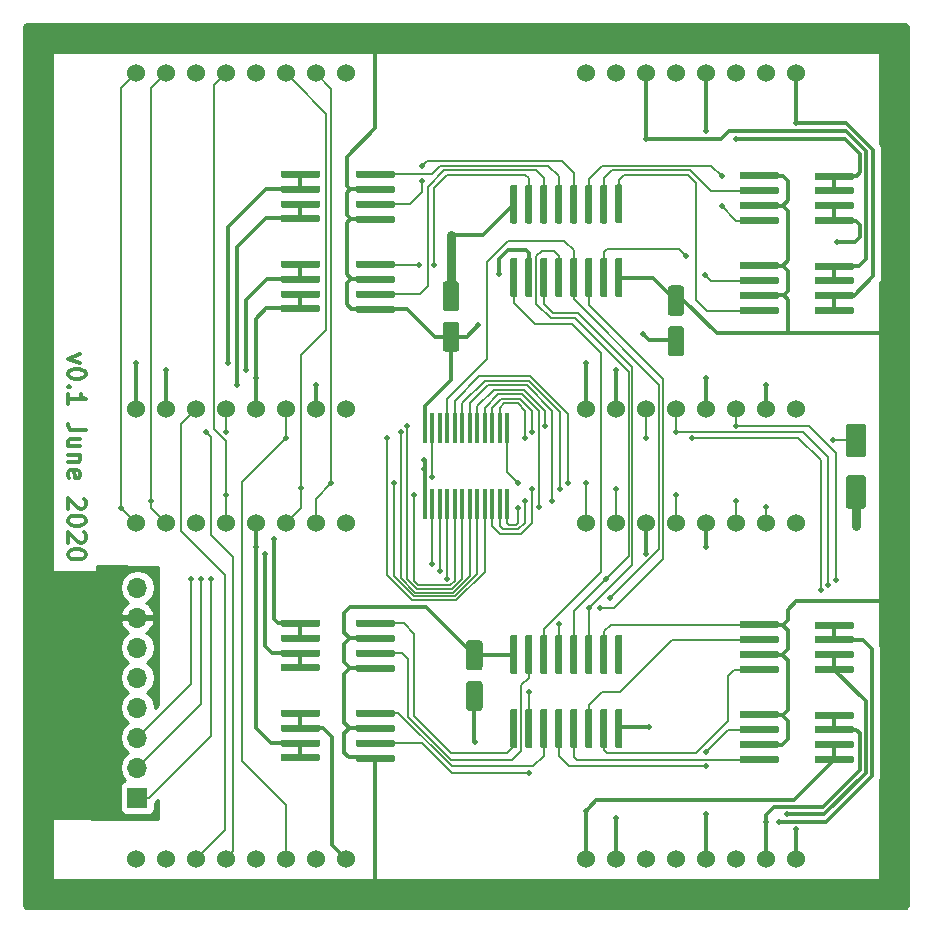
<source format=gtl>
G04 #@! TF.GenerationSoftware,KiCad,Pcbnew,(5.1.5-0-10_14)*
G04 #@! TF.CreationDate,2020-06-14T22:58:27-07:00*
G04 #@! TF.ProjectId,matrix,6d617472-6978-42e6-9b69-6361645f7063,rev?*
G04 #@! TF.SameCoordinates,Original*
G04 #@! TF.FileFunction,Copper,L1,Top*
G04 #@! TF.FilePolarity,Positive*
%FSLAX46Y46*%
G04 Gerber Fmt 4.6, Leading zero omitted, Abs format (unit mm)*
G04 Created by KiCad (PCBNEW (5.1.5-0-10_14)) date 2020-06-14 22:58:27*
%MOMM*%
%LPD*%
G04 APERTURE LIST*
%ADD10C,0.300000*%
%ADD11C,1.524000*%
%ADD12C,0.100000*%
%ADD13O,1.700000X1.700000*%
%ADD14R,1.700000X1.700000*%
%ADD15R,0.400000X2.540000*%
%ADD16C,0.508000*%
%ADD17C,0.152400*%
%ADD18C,0.304800*%
%ADD19C,0.762000*%
%ADD20C,0.254000*%
G04 APERTURE END LIST*
D10*
X157674428Y-65987114D02*
X156674428Y-66344257D01*
X157674428Y-66701400D01*
X158174428Y-67558542D02*
X158174428Y-67701400D01*
X158103000Y-67844257D01*
X158031571Y-67915685D01*
X157888714Y-67987114D01*
X157603000Y-68058542D01*
X157245857Y-68058542D01*
X156960142Y-67987114D01*
X156817285Y-67915685D01*
X156745857Y-67844257D01*
X156674428Y-67701400D01*
X156674428Y-67558542D01*
X156745857Y-67415685D01*
X156817285Y-67344257D01*
X156960142Y-67272828D01*
X157245857Y-67201400D01*
X157603000Y-67201400D01*
X157888714Y-67272828D01*
X158031571Y-67344257D01*
X158103000Y-67415685D01*
X158174428Y-67558542D01*
X156817285Y-68701400D02*
X156745857Y-68772828D01*
X156674428Y-68701400D01*
X156745857Y-68629971D01*
X156817285Y-68701400D01*
X156674428Y-68701400D01*
X156674428Y-70201400D02*
X156674428Y-69344257D01*
X156674428Y-69772828D02*
X158174428Y-69772828D01*
X157960142Y-69629971D01*
X157817285Y-69487114D01*
X157745857Y-69344257D01*
X158174428Y-72415685D02*
X157103000Y-72415685D01*
X156888714Y-72344257D01*
X156745857Y-72201400D01*
X156674428Y-71987114D01*
X156674428Y-71844257D01*
X157674428Y-73772828D02*
X156674428Y-73772828D01*
X157674428Y-73129971D02*
X156888714Y-73129971D01*
X156745857Y-73201400D01*
X156674428Y-73344257D01*
X156674428Y-73558542D01*
X156745857Y-73701400D01*
X156817285Y-73772828D01*
X157674428Y-74487114D02*
X156674428Y-74487114D01*
X157531571Y-74487114D02*
X157603000Y-74558542D01*
X157674428Y-74701400D01*
X157674428Y-74915685D01*
X157603000Y-75058542D01*
X157460142Y-75129971D01*
X156674428Y-75129971D01*
X156745857Y-76415685D02*
X156674428Y-76272828D01*
X156674428Y-75987114D01*
X156745857Y-75844257D01*
X156888714Y-75772828D01*
X157460142Y-75772828D01*
X157603000Y-75844257D01*
X157674428Y-75987114D01*
X157674428Y-76272828D01*
X157603000Y-76415685D01*
X157460142Y-76487114D01*
X157317285Y-76487114D01*
X157174428Y-75772828D01*
X158031571Y-78201400D02*
X158103000Y-78272828D01*
X158174428Y-78415685D01*
X158174428Y-78772828D01*
X158103000Y-78915685D01*
X158031571Y-78987114D01*
X157888714Y-79058542D01*
X157745857Y-79058542D01*
X157531571Y-78987114D01*
X156674428Y-78129971D01*
X156674428Y-79058542D01*
X158174428Y-79987114D02*
X158174428Y-80129971D01*
X158103000Y-80272828D01*
X158031571Y-80344257D01*
X157888714Y-80415685D01*
X157603000Y-80487114D01*
X157245857Y-80487114D01*
X156960142Y-80415685D01*
X156817285Y-80344257D01*
X156745857Y-80272828D01*
X156674428Y-80129971D01*
X156674428Y-79987114D01*
X156745857Y-79844257D01*
X156817285Y-79772828D01*
X156960142Y-79701400D01*
X157245857Y-79629971D01*
X157603000Y-79629971D01*
X157888714Y-79701400D01*
X158031571Y-79772828D01*
X158103000Y-79844257D01*
X158174428Y-79987114D01*
X158031571Y-81058542D02*
X158103000Y-81129971D01*
X158174428Y-81272828D01*
X158174428Y-81629971D01*
X158103000Y-81772828D01*
X158031571Y-81844257D01*
X157888714Y-81915685D01*
X157745857Y-81915685D01*
X157531571Y-81844257D01*
X156674428Y-80987114D01*
X156674428Y-81915685D01*
X158174428Y-82844257D02*
X158174428Y-82987114D01*
X158103000Y-83129971D01*
X158031571Y-83201400D01*
X157888714Y-83272828D01*
X157603000Y-83344257D01*
X157245857Y-83344257D01*
X156960142Y-83272828D01*
X156817285Y-83201400D01*
X156745857Y-83129971D01*
X156674428Y-82987114D01*
X156674428Y-82844257D01*
X156745857Y-82701400D01*
X156817285Y-82629971D01*
X156960142Y-82558542D01*
X157245857Y-82487114D01*
X157603000Y-82487114D01*
X157888714Y-82558542D01*
X158031571Y-82629971D01*
X158103000Y-82701400D01*
X158174428Y-82844257D01*
D11*
X162433000Y-42188000D03*
X164973000Y-42188000D03*
X167513000Y-42188000D03*
X170053000Y-42188000D03*
X172593000Y-42188000D03*
X175133000Y-42188000D03*
X177673000Y-42188000D03*
X180213000Y-42188000D03*
X180213000Y-70588000D03*
X177673000Y-70588000D03*
X175133000Y-70588000D03*
X172593000Y-70588000D03*
X170053000Y-70588000D03*
X167513000Y-70588000D03*
X164973000Y-70588000D03*
X162433000Y-70588000D03*
G04 #@! TA.AperFunction,SMDPad,CuDef*
D12*
G36*
X223991768Y-76214475D02*
G01*
X224021496Y-76218885D01*
X224050650Y-76226187D01*
X224078947Y-76236312D01*
X224106115Y-76249162D01*
X224131893Y-76264612D01*
X224156033Y-76282516D01*
X224178301Y-76302699D01*
X224198484Y-76324967D01*
X224216388Y-76349107D01*
X224231838Y-76374885D01*
X224244688Y-76402053D01*
X224254813Y-76430350D01*
X224262115Y-76459504D01*
X224266525Y-76489232D01*
X224268000Y-76519250D01*
X224268000Y-78731750D01*
X224266525Y-78761768D01*
X224262115Y-78791496D01*
X224254813Y-78820650D01*
X224244688Y-78848947D01*
X224231838Y-78876115D01*
X224216388Y-78901893D01*
X224198484Y-78926033D01*
X224178301Y-78948301D01*
X224156033Y-78968484D01*
X224131893Y-78986388D01*
X224106115Y-79001838D01*
X224078947Y-79014688D01*
X224050650Y-79024813D01*
X224021496Y-79032115D01*
X223991768Y-79036525D01*
X223961750Y-79038000D01*
X222824250Y-79038000D01*
X222794232Y-79036525D01*
X222764504Y-79032115D01*
X222735350Y-79024813D01*
X222707053Y-79014688D01*
X222679885Y-79001838D01*
X222654107Y-78986388D01*
X222629967Y-78968484D01*
X222607699Y-78948301D01*
X222587516Y-78926033D01*
X222569612Y-78901893D01*
X222554162Y-78876115D01*
X222541312Y-78848947D01*
X222531187Y-78820650D01*
X222523885Y-78791496D01*
X222519475Y-78761768D01*
X222518000Y-78731750D01*
X222518000Y-76519250D01*
X222519475Y-76489232D01*
X222523885Y-76459504D01*
X222531187Y-76430350D01*
X222541312Y-76402053D01*
X222554162Y-76374885D01*
X222569612Y-76349107D01*
X222587516Y-76324967D01*
X222607699Y-76302699D01*
X222629967Y-76282516D01*
X222654107Y-76264612D01*
X222679885Y-76249162D01*
X222707053Y-76236312D01*
X222735350Y-76226187D01*
X222764504Y-76218885D01*
X222794232Y-76214475D01*
X222824250Y-76213000D01*
X223961750Y-76213000D01*
X223991768Y-76214475D01*
G37*
G04 #@! TD.AperFunction*
G04 #@! TA.AperFunction,SMDPad,CuDef*
G36*
X223991768Y-71839475D02*
G01*
X224021496Y-71843885D01*
X224050650Y-71851187D01*
X224078947Y-71861312D01*
X224106115Y-71874162D01*
X224131893Y-71889612D01*
X224156033Y-71907516D01*
X224178301Y-71927699D01*
X224198484Y-71949967D01*
X224216388Y-71974107D01*
X224231838Y-71999885D01*
X224244688Y-72027053D01*
X224254813Y-72055350D01*
X224262115Y-72084504D01*
X224266525Y-72114232D01*
X224268000Y-72144250D01*
X224268000Y-74356750D01*
X224266525Y-74386768D01*
X224262115Y-74416496D01*
X224254813Y-74445650D01*
X224244688Y-74473947D01*
X224231838Y-74501115D01*
X224216388Y-74526893D01*
X224198484Y-74551033D01*
X224178301Y-74573301D01*
X224156033Y-74593484D01*
X224131893Y-74611388D01*
X224106115Y-74626838D01*
X224078947Y-74639688D01*
X224050650Y-74649813D01*
X224021496Y-74657115D01*
X223991768Y-74661525D01*
X223961750Y-74663000D01*
X222824250Y-74663000D01*
X222794232Y-74661525D01*
X222764504Y-74657115D01*
X222735350Y-74649813D01*
X222707053Y-74639688D01*
X222679885Y-74626838D01*
X222654107Y-74611388D01*
X222629967Y-74593484D01*
X222607699Y-74573301D01*
X222587516Y-74551033D01*
X222569612Y-74526893D01*
X222554162Y-74501115D01*
X222541312Y-74473947D01*
X222531187Y-74445650D01*
X222523885Y-74416496D01*
X222519475Y-74386768D01*
X222518000Y-74356750D01*
X222518000Y-72144250D01*
X222519475Y-72114232D01*
X222523885Y-72084504D01*
X222531187Y-72055350D01*
X222541312Y-72027053D01*
X222554162Y-71999885D01*
X222569612Y-71974107D01*
X222587516Y-71949967D01*
X222607699Y-71927699D01*
X222629967Y-71907516D01*
X222654107Y-71889612D01*
X222679885Y-71874162D01*
X222707053Y-71861312D01*
X222735350Y-71851187D01*
X222764504Y-71843885D01*
X222794232Y-71839475D01*
X222824250Y-71838000D01*
X223961750Y-71838000D01*
X223991768Y-71839475D01*
G37*
G04 #@! TD.AperFunction*
G04 #@! TA.AperFunction,SMDPad,CuDef*
G36*
X208578978Y-60145863D02*
G01*
X208608468Y-60150237D01*
X208637388Y-60157482D01*
X208665459Y-60167525D01*
X208692410Y-60180272D01*
X208717982Y-60195600D01*
X208741929Y-60213359D01*
X208764019Y-60233381D01*
X208784041Y-60255471D01*
X208801800Y-60279418D01*
X208817128Y-60304990D01*
X208829875Y-60331941D01*
X208839918Y-60360012D01*
X208847163Y-60388932D01*
X208851537Y-60418422D01*
X208853000Y-60448200D01*
X208853000Y-62390600D01*
X208851537Y-62420378D01*
X208847163Y-62449868D01*
X208839918Y-62478788D01*
X208829875Y-62506859D01*
X208817128Y-62533810D01*
X208801800Y-62559382D01*
X208784041Y-62583329D01*
X208764019Y-62605419D01*
X208741929Y-62625441D01*
X208717982Y-62643200D01*
X208692410Y-62658528D01*
X208665459Y-62671275D01*
X208637388Y-62681318D01*
X208608468Y-62688563D01*
X208578978Y-62692937D01*
X208549200Y-62694400D01*
X207756800Y-62694400D01*
X207727022Y-62692937D01*
X207697532Y-62688563D01*
X207668612Y-62681318D01*
X207640541Y-62671275D01*
X207613590Y-62658528D01*
X207588018Y-62643200D01*
X207564071Y-62625441D01*
X207541981Y-62605419D01*
X207521959Y-62583329D01*
X207504200Y-62559382D01*
X207488872Y-62533810D01*
X207476125Y-62506859D01*
X207466082Y-62478788D01*
X207458837Y-62449868D01*
X207454463Y-62420378D01*
X207453000Y-62390600D01*
X207453000Y-60448200D01*
X207454463Y-60418422D01*
X207458837Y-60388932D01*
X207466082Y-60360012D01*
X207476125Y-60331941D01*
X207488872Y-60304990D01*
X207504200Y-60279418D01*
X207521959Y-60255471D01*
X207541981Y-60233381D01*
X207564071Y-60213359D01*
X207588018Y-60195600D01*
X207613590Y-60180272D01*
X207640541Y-60167525D01*
X207668612Y-60157482D01*
X207697532Y-60150237D01*
X207727022Y-60145863D01*
X207756800Y-60144400D01*
X208549200Y-60144400D01*
X208578978Y-60145863D01*
G37*
G04 #@! TD.AperFunction*
G04 #@! TA.AperFunction,SMDPad,CuDef*
G36*
X208578978Y-63595863D02*
G01*
X208608468Y-63600237D01*
X208637388Y-63607482D01*
X208665459Y-63617525D01*
X208692410Y-63630272D01*
X208717982Y-63645600D01*
X208741929Y-63663359D01*
X208764019Y-63683381D01*
X208784041Y-63705471D01*
X208801800Y-63729418D01*
X208817128Y-63754990D01*
X208829875Y-63781941D01*
X208839918Y-63810012D01*
X208847163Y-63838932D01*
X208851537Y-63868422D01*
X208853000Y-63898200D01*
X208853000Y-65840600D01*
X208851537Y-65870378D01*
X208847163Y-65899868D01*
X208839918Y-65928788D01*
X208829875Y-65956859D01*
X208817128Y-65983810D01*
X208801800Y-66009382D01*
X208784041Y-66033329D01*
X208764019Y-66055419D01*
X208741929Y-66075441D01*
X208717982Y-66093200D01*
X208692410Y-66108528D01*
X208665459Y-66121275D01*
X208637388Y-66131318D01*
X208608468Y-66138563D01*
X208578978Y-66142937D01*
X208549200Y-66144400D01*
X207756800Y-66144400D01*
X207727022Y-66142937D01*
X207697532Y-66138563D01*
X207668612Y-66131318D01*
X207640541Y-66121275D01*
X207613590Y-66108528D01*
X207588018Y-66093200D01*
X207564071Y-66075441D01*
X207541981Y-66055419D01*
X207521959Y-66033329D01*
X207504200Y-66009382D01*
X207488872Y-65983810D01*
X207476125Y-65956859D01*
X207466082Y-65928788D01*
X207458837Y-65899868D01*
X207454463Y-65870378D01*
X207453000Y-65840600D01*
X207453000Y-63898200D01*
X207454463Y-63868422D01*
X207458837Y-63838932D01*
X207466082Y-63810012D01*
X207476125Y-63781941D01*
X207488872Y-63754990D01*
X207504200Y-63729418D01*
X207521959Y-63705471D01*
X207541981Y-63683381D01*
X207564071Y-63663359D01*
X207588018Y-63645600D01*
X207613590Y-63630272D01*
X207640541Y-63617525D01*
X207668612Y-63607482D01*
X207697532Y-63600237D01*
X207727022Y-63595863D01*
X207756800Y-63594400D01*
X208549200Y-63594400D01*
X208578978Y-63595863D01*
G37*
G04 #@! TD.AperFunction*
G04 #@! TA.AperFunction,SMDPad,CuDef*
G36*
X191510178Y-93631363D02*
G01*
X191539668Y-93635737D01*
X191568588Y-93642982D01*
X191596659Y-93653025D01*
X191623610Y-93665772D01*
X191649182Y-93681100D01*
X191673129Y-93698859D01*
X191695219Y-93718881D01*
X191715241Y-93740971D01*
X191733000Y-93764918D01*
X191748328Y-93790490D01*
X191761075Y-93817441D01*
X191771118Y-93845512D01*
X191778363Y-93874432D01*
X191782737Y-93903922D01*
X191784200Y-93933700D01*
X191784200Y-95876100D01*
X191782737Y-95905878D01*
X191778363Y-95935368D01*
X191771118Y-95964288D01*
X191761075Y-95992359D01*
X191748328Y-96019310D01*
X191733000Y-96044882D01*
X191715241Y-96068829D01*
X191695219Y-96090919D01*
X191673129Y-96110941D01*
X191649182Y-96128700D01*
X191623610Y-96144028D01*
X191596659Y-96156775D01*
X191568588Y-96166818D01*
X191539668Y-96174063D01*
X191510178Y-96178437D01*
X191480400Y-96179900D01*
X190688000Y-96179900D01*
X190658222Y-96178437D01*
X190628732Y-96174063D01*
X190599812Y-96166818D01*
X190571741Y-96156775D01*
X190544790Y-96144028D01*
X190519218Y-96128700D01*
X190495271Y-96110941D01*
X190473181Y-96090919D01*
X190453159Y-96068829D01*
X190435400Y-96044882D01*
X190420072Y-96019310D01*
X190407325Y-95992359D01*
X190397282Y-95964288D01*
X190390037Y-95935368D01*
X190385663Y-95905878D01*
X190384200Y-95876100D01*
X190384200Y-93933700D01*
X190385663Y-93903922D01*
X190390037Y-93874432D01*
X190397282Y-93845512D01*
X190407325Y-93817441D01*
X190420072Y-93790490D01*
X190435400Y-93764918D01*
X190453159Y-93740971D01*
X190473181Y-93718881D01*
X190495271Y-93698859D01*
X190519218Y-93681100D01*
X190544790Y-93665772D01*
X190571741Y-93653025D01*
X190599812Y-93642982D01*
X190628732Y-93635737D01*
X190658222Y-93631363D01*
X190688000Y-93629900D01*
X191480400Y-93629900D01*
X191510178Y-93631363D01*
G37*
G04 #@! TD.AperFunction*
G04 #@! TA.AperFunction,SMDPad,CuDef*
G36*
X191510178Y-90181363D02*
G01*
X191539668Y-90185737D01*
X191568588Y-90192982D01*
X191596659Y-90203025D01*
X191623610Y-90215772D01*
X191649182Y-90231100D01*
X191673129Y-90248859D01*
X191695219Y-90268881D01*
X191715241Y-90290971D01*
X191733000Y-90314918D01*
X191748328Y-90340490D01*
X191761075Y-90367441D01*
X191771118Y-90395512D01*
X191778363Y-90424432D01*
X191782737Y-90453922D01*
X191784200Y-90483700D01*
X191784200Y-92426100D01*
X191782737Y-92455878D01*
X191778363Y-92485368D01*
X191771118Y-92514288D01*
X191761075Y-92542359D01*
X191748328Y-92569310D01*
X191733000Y-92594882D01*
X191715241Y-92618829D01*
X191695219Y-92640919D01*
X191673129Y-92660941D01*
X191649182Y-92678700D01*
X191623610Y-92694028D01*
X191596659Y-92706775D01*
X191568588Y-92716818D01*
X191539668Y-92724063D01*
X191510178Y-92728437D01*
X191480400Y-92729900D01*
X190688000Y-92729900D01*
X190658222Y-92728437D01*
X190628732Y-92724063D01*
X190599812Y-92716818D01*
X190571741Y-92706775D01*
X190544790Y-92694028D01*
X190519218Y-92678700D01*
X190495271Y-92660941D01*
X190473181Y-92640919D01*
X190453159Y-92618829D01*
X190435400Y-92594882D01*
X190420072Y-92569310D01*
X190407325Y-92542359D01*
X190397282Y-92514288D01*
X190390037Y-92485368D01*
X190385663Y-92455878D01*
X190384200Y-92426100D01*
X190384200Y-90483700D01*
X190385663Y-90453922D01*
X190390037Y-90424432D01*
X190397282Y-90395512D01*
X190407325Y-90367441D01*
X190420072Y-90340490D01*
X190435400Y-90314918D01*
X190453159Y-90290971D01*
X190473181Y-90268881D01*
X190495271Y-90248859D01*
X190519218Y-90231100D01*
X190544790Y-90215772D01*
X190571741Y-90203025D01*
X190599812Y-90192982D01*
X190628732Y-90185737D01*
X190658222Y-90181363D01*
X190688000Y-90179900D01*
X191480400Y-90179900D01*
X191510178Y-90181363D01*
G37*
G04 #@! TD.AperFunction*
G04 #@! TA.AperFunction,SMDPad,CuDef*
G36*
X189528978Y-63214863D02*
G01*
X189558468Y-63219237D01*
X189587388Y-63226482D01*
X189615459Y-63236525D01*
X189642410Y-63249272D01*
X189667982Y-63264600D01*
X189691929Y-63282359D01*
X189714019Y-63302381D01*
X189734041Y-63324471D01*
X189751800Y-63348418D01*
X189767128Y-63373990D01*
X189779875Y-63400941D01*
X189789918Y-63429012D01*
X189797163Y-63457932D01*
X189801537Y-63487422D01*
X189803000Y-63517200D01*
X189803000Y-65459600D01*
X189801537Y-65489378D01*
X189797163Y-65518868D01*
X189789918Y-65547788D01*
X189779875Y-65575859D01*
X189767128Y-65602810D01*
X189751800Y-65628382D01*
X189734041Y-65652329D01*
X189714019Y-65674419D01*
X189691929Y-65694441D01*
X189667982Y-65712200D01*
X189642410Y-65727528D01*
X189615459Y-65740275D01*
X189587388Y-65750318D01*
X189558468Y-65757563D01*
X189528978Y-65761937D01*
X189499200Y-65763400D01*
X188706800Y-65763400D01*
X188677022Y-65761937D01*
X188647532Y-65757563D01*
X188618612Y-65750318D01*
X188590541Y-65740275D01*
X188563590Y-65727528D01*
X188538018Y-65712200D01*
X188514071Y-65694441D01*
X188491981Y-65674419D01*
X188471959Y-65652329D01*
X188454200Y-65628382D01*
X188438872Y-65602810D01*
X188426125Y-65575859D01*
X188416082Y-65547788D01*
X188408837Y-65518868D01*
X188404463Y-65489378D01*
X188403000Y-65459600D01*
X188403000Y-63517200D01*
X188404463Y-63487422D01*
X188408837Y-63457932D01*
X188416082Y-63429012D01*
X188426125Y-63400941D01*
X188438872Y-63373990D01*
X188454200Y-63348418D01*
X188471959Y-63324471D01*
X188491981Y-63302381D01*
X188514071Y-63282359D01*
X188538018Y-63264600D01*
X188563590Y-63249272D01*
X188590541Y-63236525D01*
X188618612Y-63226482D01*
X188647532Y-63219237D01*
X188677022Y-63214863D01*
X188706800Y-63213400D01*
X189499200Y-63213400D01*
X189528978Y-63214863D01*
G37*
G04 #@! TD.AperFunction*
G04 #@! TA.AperFunction,SMDPad,CuDef*
G36*
X189528978Y-59764863D02*
G01*
X189558468Y-59769237D01*
X189587388Y-59776482D01*
X189615459Y-59786525D01*
X189642410Y-59799272D01*
X189667982Y-59814600D01*
X189691929Y-59832359D01*
X189714019Y-59852381D01*
X189734041Y-59874471D01*
X189751800Y-59898418D01*
X189767128Y-59923990D01*
X189779875Y-59950941D01*
X189789918Y-59979012D01*
X189797163Y-60007932D01*
X189801537Y-60037422D01*
X189803000Y-60067200D01*
X189803000Y-62009600D01*
X189801537Y-62039378D01*
X189797163Y-62068868D01*
X189789918Y-62097788D01*
X189779875Y-62125859D01*
X189767128Y-62152810D01*
X189751800Y-62178382D01*
X189734041Y-62202329D01*
X189714019Y-62224419D01*
X189691929Y-62244441D01*
X189667982Y-62262200D01*
X189642410Y-62277528D01*
X189615459Y-62290275D01*
X189587388Y-62300318D01*
X189558468Y-62307563D01*
X189528978Y-62311937D01*
X189499200Y-62313400D01*
X188706800Y-62313400D01*
X188677022Y-62311937D01*
X188647532Y-62307563D01*
X188618612Y-62300318D01*
X188590541Y-62290275D01*
X188563590Y-62277528D01*
X188538018Y-62262200D01*
X188514071Y-62244441D01*
X188491981Y-62224419D01*
X188471959Y-62202329D01*
X188454200Y-62178382D01*
X188438872Y-62152810D01*
X188426125Y-62125859D01*
X188416082Y-62097788D01*
X188408837Y-62068868D01*
X188404463Y-62039378D01*
X188403000Y-62009600D01*
X188403000Y-60067200D01*
X188404463Y-60037422D01*
X188408837Y-60007932D01*
X188416082Y-59979012D01*
X188426125Y-59950941D01*
X188438872Y-59923990D01*
X188454200Y-59898418D01*
X188471959Y-59874471D01*
X188491981Y-59852381D01*
X188514071Y-59832359D01*
X188538018Y-59814600D01*
X188563590Y-59799272D01*
X188590541Y-59786525D01*
X188618612Y-59776482D01*
X188647532Y-59769237D01*
X188677022Y-59764863D01*
X188706800Y-59763400D01*
X189499200Y-59763400D01*
X189528978Y-59764863D01*
G37*
G04 #@! TD.AperFunction*
G04 #@! TA.AperFunction,SMDPad,CuDef*
G36*
X203491703Y-57823822D02*
G01*
X203506264Y-57825982D01*
X203520543Y-57829559D01*
X203534403Y-57834518D01*
X203547710Y-57840812D01*
X203560336Y-57848380D01*
X203572159Y-57857148D01*
X203583066Y-57867034D01*
X203592952Y-57877941D01*
X203601720Y-57889764D01*
X203609288Y-57902390D01*
X203615582Y-57915697D01*
X203620541Y-57929557D01*
X203624118Y-57943836D01*
X203626278Y-57958397D01*
X203627000Y-57973100D01*
X203627000Y-60975100D01*
X203626278Y-60989803D01*
X203624118Y-61004364D01*
X203620541Y-61018643D01*
X203615582Y-61032503D01*
X203609288Y-61045810D01*
X203601720Y-61058436D01*
X203592952Y-61070259D01*
X203583066Y-61081166D01*
X203572159Y-61091052D01*
X203560336Y-61099820D01*
X203547710Y-61107388D01*
X203534403Y-61113682D01*
X203520543Y-61118641D01*
X203506264Y-61122218D01*
X203491703Y-61124378D01*
X203477000Y-61125100D01*
X203177000Y-61125100D01*
X203162297Y-61124378D01*
X203147736Y-61122218D01*
X203133457Y-61118641D01*
X203119597Y-61113682D01*
X203106290Y-61107388D01*
X203093664Y-61099820D01*
X203081841Y-61091052D01*
X203070934Y-61081166D01*
X203061048Y-61070259D01*
X203052280Y-61058436D01*
X203044712Y-61045810D01*
X203038418Y-61032503D01*
X203033459Y-61018643D01*
X203029882Y-61004364D01*
X203027722Y-60989803D01*
X203027000Y-60975100D01*
X203027000Y-57973100D01*
X203027722Y-57958397D01*
X203029882Y-57943836D01*
X203033459Y-57929557D01*
X203038418Y-57915697D01*
X203044712Y-57902390D01*
X203052280Y-57889764D01*
X203061048Y-57877941D01*
X203070934Y-57867034D01*
X203081841Y-57857148D01*
X203093664Y-57848380D01*
X203106290Y-57840812D01*
X203119597Y-57834518D01*
X203133457Y-57829559D01*
X203147736Y-57825982D01*
X203162297Y-57823822D01*
X203177000Y-57823100D01*
X203477000Y-57823100D01*
X203491703Y-57823822D01*
G37*
G04 #@! TD.AperFunction*
G04 #@! TA.AperFunction,SMDPad,CuDef*
G36*
X202221703Y-57822322D02*
G01*
X202236264Y-57824482D01*
X202250543Y-57828059D01*
X202264403Y-57833018D01*
X202277710Y-57839312D01*
X202290336Y-57846880D01*
X202302159Y-57855648D01*
X202313066Y-57865534D01*
X202322952Y-57876441D01*
X202331720Y-57888264D01*
X202339288Y-57900890D01*
X202345582Y-57914197D01*
X202350541Y-57928057D01*
X202354118Y-57942336D01*
X202356278Y-57956897D01*
X202357000Y-57971600D01*
X202357000Y-60973600D01*
X202356278Y-60988303D01*
X202354118Y-61002864D01*
X202350541Y-61017143D01*
X202345582Y-61031003D01*
X202339288Y-61044310D01*
X202331720Y-61056936D01*
X202322952Y-61068759D01*
X202313066Y-61079666D01*
X202302159Y-61089552D01*
X202290336Y-61098320D01*
X202277710Y-61105888D01*
X202264403Y-61112182D01*
X202250543Y-61117141D01*
X202236264Y-61120718D01*
X202221703Y-61122878D01*
X202207000Y-61123600D01*
X201907000Y-61123600D01*
X201892297Y-61122878D01*
X201877736Y-61120718D01*
X201863457Y-61117141D01*
X201849597Y-61112182D01*
X201836290Y-61105888D01*
X201823664Y-61098320D01*
X201811841Y-61089552D01*
X201800934Y-61079666D01*
X201791048Y-61068759D01*
X201782280Y-61056936D01*
X201774712Y-61044310D01*
X201768418Y-61031003D01*
X201763459Y-61017143D01*
X201759882Y-61002864D01*
X201757722Y-60988303D01*
X201757000Y-60973600D01*
X201757000Y-57971600D01*
X201757722Y-57956897D01*
X201759882Y-57942336D01*
X201763459Y-57928057D01*
X201768418Y-57914197D01*
X201774712Y-57900890D01*
X201782280Y-57888264D01*
X201791048Y-57876441D01*
X201800934Y-57865534D01*
X201811841Y-57855648D01*
X201823664Y-57846880D01*
X201836290Y-57839312D01*
X201849597Y-57833018D01*
X201863457Y-57828059D01*
X201877736Y-57824482D01*
X201892297Y-57822322D01*
X201907000Y-57821600D01*
X202207000Y-57821600D01*
X202221703Y-57822322D01*
G37*
G04 #@! TD.AperFunction*
G04 #@! TA.AperFunction,SMDPad,CuDef*
G36*
X200951703Y-57822322D02*
G01*
X200966264Y-57824482D01*
X200980543Y-57828059D01*
X200994403Y-57833018D01*
X201007710Y-57839312D01*
X201020336Y-57846880D01*
X201032159Y-57855648D01*
X201043066Y-57865534D01*
X201052952Y-57876441D01*
X201061720Y-57888264D01*
X201069288Y-57900890D01*
X201075582Y-57914197D01*
X201080541Y-57928057D01*
X201084118Y-57942336D01*
X201086278Y-57956897D01*
X201087000Y-57971600D01*
X201087000Y-60973600D01*
X201086278Y-60988303D01*
X201084118Y-61002864D01*
X201080541Y-61017143D01*
X201075582Y-61031003D01*
X201069288Y-61044310D01*
X201061720Y-61056936D01*
X201052952Y-61068759D01*
X201043066Y-61079666D01*
X201032159Y-61089552D01*
X201020336Y-61098320D01*
X201007710Y-61105888D01*
X200994403Y-61112182D01*
X200980543Y-61117141D01*
X200966264Y-61120718D01*
X200951703Y-61122878D01*
X200937000Y-61123600D01*
X200637000Y-61123600D01*
X200622297Y-61122878D01*
X200607736Y-61120718D01*
X200593457Y-61117141D01*
X200579597Y-61112182D01*
X200566290Y-61105888D01*
X200553664Y-61098320D01*
X200541841Y-61089552D01*
X200530934Y-61079666D01*
X200521048Y-61068759D01*
X200512280Y-61056936D01*
X200504712Y-61044310D01*
X200498418Y-61031003D01*
X200493459Y-61017143D01*
X200489882Y-61002864D01*
X200487722Y-60988303D01*
X200487000Y-60973600D01*
X200487000Y-57971600D01*
X200487722Y-57956897D01*
X200489882Y-57942336D01*
X200493459Y-57928057D01*
X200498418Y-57914197D01*
X200504712Y-57900890D01*
X200512280Y-57888264D01*
X200521048Y-57876441D01*
X200530934Y-57865534D01*
X200541841Y-57855648D01*
X200553664Y-57846880D01*
X200566290Y-57839312D01*
X200579597Y-57833018D01*
X200593457Y-57828059D01*
X200607736Y-57824482D01*
X200622297Y-57822322D01*
X200637000Y-57821600D01*
X200937000Y-57821600D01*
X200951703Y-57822322D01*
G37*
G04 #@! TD.AperFunction*
G04 #@! TA.AperFunction,SMDPad,CuDef*
G36*
X199681703Y-57822322D02*
G01*
X199696264Y-57824482D01*
X199710543Y-57828059D01*
X199724403Y-57833018D01*
X199737710Y-57839312D01*
X199750336Y-57846880D01*
X199762159Y-57855648D01*
X199773066Y-57865534D01*
X199782952Y-57876441D01*
X199791720Y-57888264D01*
X199799288Y-57900890D01*
X199805582Y-57914197D01*
X199810541Y-57928057D01*
X199814118Y-57942336D01*
X199816278Y-57956897D01*
X199817000Y-57971600D01*
X199817000Y-60973600D01*
X199816278Y-60988303D01*
X199814118Y-61002864D01*
X199810541Y-61017143D01*
X199805582Y-61031003D01*
X199799288Y-61044310D01*
X199791720Y-61056936D01*
X199782952Y-61068759D01*
X199773066Y-61079666D01*
X199762159Y-61089552D01*
X199750336Y-61098320D01*
X199737710Y-61105888D01*
X199724403Y-61112182D01*
X199710543Y-61117141D01*
X199696264Y-61120718D01*
X199681703Y-61122878D01*
X199667000Y-61123600D01*
X199367000Y-61123600D01*
X199352297Y-61122878D01*
X199337736Y-61120718D01*
X199323457Y-61117141D01*
X199309597Y-61112182D01*
X199296290Y-61105888D01*
X199283664Y-61098320D01*
X199271841Y-61089552D01*
X199260934Y-61079666D01*
X199251048Y-61068759D01*
X199242280Y-61056936D01*
X199234712Y-61044310D01*
X199228418Y-61031003D01*
X199223459Y-61017143D01*
X199219882Y-61002864D01*
X199217722Y-60988303D01*
X199217000Y-60973600D01*
X199217000Y-57971600D01*
X199217722Y-57956897D01*
X199219882Y-57942336D01*
X199223459Y-57928057D01*
X199228418Y-57914197D01*
X199234712Y-57900890D01*
X199242280Y-57888264D01*
X199251048Y-57876441D01*
X199260934Y-57865534D01*
X199271841Y-57855648D01*
X199283664Y-57846880D01*
X199296290Y-57839312D01*
X199309597Y-57833018D01*
X199323457Y-57828059D01*
X199337736Y-57824482D01*
X199352297Y-57822322D01*
X199367000Y-57821600D01*
X199667000Y-57821600D01*
X199681703Y-57822322D01*
G37*
G04 #@! TD.AperFunction*
G04 #@! TA.AperFunction,SMDPad,CuDef*
G36*
X198411703Y-57822322D02*
G01*
X198426264Y-57824482D01*
X198440543Y-57828059D01*
X198454403Y-57833018D01*
X198467710Y-57839312D01*
X198480336Y-57846880D01*
X198492159Y-57855648D01*
X198503066Y-57865534D01*
X198512952Y-57876441D01*
X198521720Y-57888264D01*
X198529288Y-57900890D01*
X198535582Y-57914197D01*
X198540541Y-57928057D01*
X198544118Y-57942336D01*
X198546278Y-57956897D01*
X198547000Y-57971600D01*
X198547000Y-60973600D01*
X198546278Y-60988303D01*
X198544118Y-61002864D01*
X198540541Y-61017143D01*
X198535582Y-61031003D01*
X198529288Y-61044310D01*
X198521720Y-61056936D01*
X198512952Y-61068759D01*
X198503066Y-61079666D01*
X198492159Y-61089552D01*
X198480336Y-61098320D01*
X198467710Y-61105888D01*
X198454403Y-61112182D01*
X198440543Y-61117141D01*
X198426264Y-61120718D01*
X198411703Y-61122878D01*
X198397000Y-61123600D01*
X198097000Y-61123600D01*
X198082297Y-61122878D01*
X198067736Y-61120718D01*
X198053457Y-61117141D01*
X198039597Y-61112182D01*
X198026290Y-61105888D01*
X198013664Y-61098320D01*
X198001841Y-61089552D01*
X197990934Y-61079666D01*
X197981048Y-61068759D01*
X197972280Y-61056936D01*
X197964712Y-61044310D01*
X197958418Y-61031003D01*
X197953459Y-61017143D01*
X197949882Y-61002864D01*
X197947722Y-60988303D01*
X197947000Y-60973600D01*
X197947000Y-57971600D01*
X197947722Y-57956897D01*
X197949882Y-57942336D01*
X197953459Y-57928057D01*
X197958418Y-57914197D01*
X197964712Y-57900890D01*
X197972280Y-57888264D01*
X197981048Y-57876441D01*
X197990934Y-57865534D01*
X198001841Y-57855648D01*
X198013664Y-57846880D01*
X198026290Y-57839312D01*
X198039597Y-57833018D01*
X198053457Y-57828059D01*
X198067736Y-57824482D01*
X198082297Y-57822322D01*
X198097000Y-57821600D01*
X198397000Y-57821600D01*
X198411703Y-57822322D01*
G37*
G04 #@! TD.AperFunction*
G04 #@! TA.AperFunction,SMDPad,CuDef*
G36*
X197141703Y-57822322D02*
G01*
X197156264Y-57824482D01*
X197170543Y-57828059D01*
X197184403Y-57833018D01*
X197197710Y-57839312D01*
X197210336Y-57846880D01*
X197222159Y-57855648D01*
X197233066Y-57865534D01*
X197242952Y-57876441D01*
X197251720Y-57888264D01*
X197259288Y-57900890D01*
X197265582Y-57914197D01*
X197270541Y-57928057D01*
X197274118Y-57942336D01*
X197276278Y-57956897D01*
X197277000Y-57971600D01*
X197277000Y-60973600D01*
X197276278Y-60988303D01*
X197274118Y-61002864D01*
X197270541Y-61017143D01*
X197265582Y-61031003D01*
X197259288Y-61044310D01*
X197251720Y-61056936D01*
X197242952Y-61068759D01*
X197233066Y-61079666D01*
X197222159Y-61089552D01*
X197210336Y-61098320D01*
X197197710Y-61105888D01*
X197184403Y-61112182D01*
X197170543Y-61117141D01*
X197156264Y-61120718D01*
X197141703Y-61122878D01*
X197127000Y-61123600D01*
X196827000Y-61123600D01*
X196812297Y-61122878D01*
X196797736Y-61120718D01*
X196783457Y-61117141D01*
X196769597Y-61112182D01*
X196756290Y-61105888D01*
X196743664Y-61098320D01*
X196731841Y-61089552D01*
X196720934Y-61079666D01*
X196711048Y-61068759D01*
X196702280Y-61056936D01*
X196694712Y-61044310D01*
X196688418Y-61031003D01*
X196683459Y-61017143D01*
X196679882Y-61002864D01*
X196677722Y-60988303D01*
X196677000Y-60973600D01*
X196677000Y-57971600D01*
X196677722Y-57956897D01*
X196679882Y-57942336D01*
X196683459Y-57928057D01*
X196688418Y-57914197D01*
X196694712Y-57900890D01*
X196702280Y-57888264D01*
X196711048Y-57876441D01*
X196720934Y-57865534D01*
X196731841Y-57855648D01*
X196743664Y-57846880D01*
X196756290Y-57839312D01*
X196769597Y-57833018D01*
X196783457Y-57828059D01*
X196797736Y-57824482D01*
X196812297Y-57822322D01*
X196827000Y-57821600D01*
X197127000Y-57821600D01*
X197141703Y-57822322D01*
G37*
G04 #@! TD.AperFunction*
G04 #@! TA.AperFunction,SMDPad,CuDef*
G36*
X195871703Y-57822322D02*
G01*
X195886264Y-57824482D01*
X195900543Y-57828059D01*
X195914403Y-57833018D01*
X195927710Y-57839312D01*
X195940336Y-57846880D01*
X195952159Y-57855648D01*
X195963066Y-57865534D01*
X195972952Y-57876441D01*
X195981720Y-57888264D01*
X195989288Y-57900890D01*
X195995582Y-57914197D01*
X196000541Y-57928057D01*
X196004118Y-57942336D01*
X196006278Y-57956897D01*
X196007000Y-57971600D01*
X196007000Y-60973600D01*
X196006278Y-60988303D01*
X196004118Y-61002864D01*
X196000541Y-61017143D01*
X195995582Y-61031003D01*
X195989288Y-61044310D01*
X195981720Y-61056936D01*
X195972952Y-61068759D01*
X195963066Y-61079666D01*
X195952159Y-61089552D01*
X195940336Y-61098320D01*
X195927710Y-61105888D01*
X195914403Y-61112182D01*
X195900543Y-61117141D01*
X195886264Y-61120718D01*
X195871703Y-61122878D01*
X195857000Y-61123600D01*
X195557000Y-61123600D01*
X195542297Y-61122878D01*
X195527736Y-61120718D01*
X195513457Y-61117141D01*
X195499597Y-61112182D01*
X195486290Y-61105888D01*
X195473664Y-61098320D01*
X195461841Y-61089552D01*
X195450934Y-61079666D01*
X195441048Y-61068759D01*
X195432280Y-61056936D01*
X195424712Y-61044310D01*
X195418418Y-61031003D01*
X195413459Y-61017143D01*
X195409882Y-61002864D01*
X195407722Y-60988303D01*
X195407000Y-60973600D01*
X195407000Y-57971600D01*
X195407722Y-57956897D01*
X195409882Y-57942336D01*
X195413459Y-57928057D01*
X195418418Y-57914197D01*
X195424712Y-57900890D01*
X195432280Y-57888264D01*
X195441048Y-57876441D01*
X195450934Y-57865534D01*
X195461841Y-57855648D01*
X195473664Y-57846880D01*
X195486290Y-57839312D01*
X195499597Y-57833018D01*
X195513457Y-57828059D01*
X195527736Y-57824482D01*
X195542297Y-57822322D01*
X195557000Y-57821600D01*
X195857000Y-57821600D01*
X195871703Y-57822322D01*
G37*
G04 #@! TD.AperFunction*
G04 #@! TA.AperFunction,SMDPad,CuDef*
G36*
X194601703Y-57822322D02*
G01*
X194616264Y-57824482D01*
X194630543Y-57828059D01*
X194644403Y-57833018D01*
X194657710Y-57839312D01*
X194670336Y-57846880D01*
X194682159Y-57855648D01*
X194693066Y-57865534D01*
X194702952Y-57876441D01*
X194711720Y-57888264D01*
X194719288Y-57900890D01*
X194725582Y-57914197D01*
X194730541Y-57928057D01*
X194734118Y-57942336D01*
X194736278Y-57956897D01*
X194737000Y-57971600D01*
X194737000Y-60973600D01*
X194736278Y-60988303D01*
X194734118Y-61002864D01*
X194730541Y-61017143D01*
X194725582Y-61031003D01*
X194719288Y-61044310D01*
X194711720Y-61056936D01*
X194702952Y-61068759D01*
X194693066Y-61079666D01*
X194682159Y-61089552D01*
X194670336Y-61098320D01*
X194657710Y-61105888D01*
X194644403Y-61112182D01*
X194630543Y-61117141D01*
X194616264Y-61120718D01*
X194601703Y-61122878D01*
X194587000Y-61123600D01*
X194287000Y-61123600D01*
X194272297Y-61122878D01*
X194257736Y-61120718D01*
X194243457Y-61117141D01*
X194229597Y-61112182D01*
X194216290Y-61105888D01*
X194203664Y-61098320D01*
X194191841Y-61089552D01*
X194180934Y-61079666D01*
X194171048Y-61068759D01*
X194162280Y-61056936D01*
X194154712Y-61044310D01*
X194148418Y-61031003D01*
X194143459Y-61017143D01*
X194139882Y-61002864D01*
X194137722Y-60988303D01*
X194137000Y-60973600D01*
X194137000Y-57971600D01*
X194137722Y-57956897D01*
X194139882Y-57942336D01*
X194143459Y-57928057D01*
X194148418Y-57914197D01*
X194154712Y-57900890D01*
X194162280Y-57888264D01*
X194171048Y-57876441D01*
X194180934Y-57865534D01*
X194191841Y-57855648D01*
X194203664Y-57846880D01*
X194216290Y-57839312D01*
X194229597Y-57833018D01*
X194243457Y-57828059D01*
X194257736Y-57824482D01*
X194272297Y-57822322D01*
X194287000Y-57821600D01*
X194587000Y-57821600D01*
X194601703Y-57822322D01*
G37*
G04 #@! TD.AperFunction*
G04 #@! TA.AperFunction,SMDPad,CuDef*
G36*
X194601703Y-51602322D02*
G01*
X194616264Y-51604482D01*
X194630543Y-51608059D01*
X194644403Y-51613018D01*
X194657710Y-51619312D01*
X194670336Y-51626880D01*
X194682159Y-51635648D01*
X194693066Y-51645534D01*
X194702952Y-51656441D01*
X194711720Y-51668264D01*
X194719288Y-51680890D01*
X194725582Y-51694197D01*
X194730541Y-51708057D01*
X194734118Y-51722336D01*
X194736278Y-51736897D01*
X194737000Y-51751600D01*
X194737000Y-54753600D01*
X194736278Y-54768303D01*
X194734118Y-54782864D01*
X194730541Y-54797143D01*
X194725582Y-54811003D01*
X194719288Y-54824310D01*
X194711720Y-54836936D01*
X194702952Y-54848759D01*
X194693066Y-54859666D01*
X194682159Y-54869552D01*
X194670336Y-54878320D01*
X194657710Y-54885888D01*
X194644403Y-54892182D01*
X194630543Y-54897141D01*
X194616264Y-54900718D01*
X194601703Y-54902878D01*
X194587000Y-54903600D01*
X194287000Y-54903600D01*
X194272297Y-54902878D01*
X194257736Y-54900718D01*
X194243457Y-54897141D01*
X194229597Y-54892182D01*
X194216290Y-54885888D01*
X194203664Y-54878320D01*
X194191841Y-54869552D01*
X194180934Y-54859666D01*
X194171048Y-54848759D01*
X194162280Y-54836936D01*
X194154712Y-54824310D01*
X194148418Y-54811003D01*
X194143459Y-54797143D01*
X194139882Y-54782864D01*
X194137722Y-54768303D01*
X194137000Y-54753600D01*
X194137000Y-51751600D01*
X194137722Y-51736897D01*
X194139882Y-51722336D01*
X194143459Y-51708057D01*
X194148418Y-51694197D01*
X194154712Y-51680890D01*
X194162280Y-51668264D01*
X194171048Y-51656441D01*
X194180934Y-51645534D01*
X194191841Y-51635648D01*
X194203664Y-51626880D01*
X194216290Y-51619312D01*
X194229597Y-51613018D01*
X194243457Y-51608059D01*
X194257736Y-51604482D01*
X194272297Y-51602322D01*
X194287000Y-51601600D01*
X194587000Y-51601600D01*
X194601703Y-51602322D01*
G37*
G04 #@! TD.AperFunction*
G04 #@! TA.AperFunction,SMDPad,CuDef*
G36*
X195871703Y-51602322D02*
G01*
X195886264Y-51604482D01*
X195900543Y-51608059D01*
X195914403Y-51613018D01*
X195927710Y-51619312D01*
X195940336Y-51626880D01*
X195952159Y-51635648D01*
X195963066Y-51645534D01*
X195972952Y-51656441D01*
X195981720Y-51668264D01*
X195989288Y-51680890D01*
X195995582Y-51694197D01*
X196000541Y-51708057D01*
X196004118Y-51722336D01*
X196006278Y-51736897D01*
X196007000Y-51751600D01*
X196007000Y-54753600D01*
X196006278Y-54768303D01*
X196004118Y-54782864D01*
X196000541Y-54797143D01*
X195995582Y-54811003D01*
X195989288Y-54824310D01*
X195981720Y-54836936D01*
X195972952Y-54848759D01*
X195963066Y-54859666D01*
X195952159Y-54869552D01*
X195940336Y-54878320D01*
X195927710Y-54885888D01*
X195914403Y-54892182D01*
X195900543Y-54897141D01*
X195886264Y-54900718D01*
X195871703Y-54902878D01*
X195857000Y-54903600D01*
X195557000Y-54903600D01*
X195542297Y-54902878D01*
X195527736Y-54900718D01*
X195513457Y-54897141D01*
X195499597Y-54892182D01*
X195486290Y-54885888D01*
X195473664Y-54878320D01*
X195461841Y-54869552D01*
X195450934Y-54859666D01*
X195441048Y-54848759D01*
X195432280Y-54836936D01*
X195424712Y-54824310D01*
X195418418Y-54811003D01*
X195413459Y-54797143D01*
X195409882Y-54782864D01*
X195407722Y-54768303D01*
X195407000Y-54753600D01*
X195407000Y-51751600D01*
X195407722Y-51736897D01*
X195409882Y-51722336D01*
X195413459Y-51708057D01*
X195418418Y-51694197D01*
X195424712Y-51680890D01*
X195432280Y-51668264D01*
X195441048Y-51656441D01*
X195450934Y-51645534D01*
X195461841Y-51635648D01*
X195473664Y-51626880D01*
X195486290Y-51619312D01*
X195499597Y-51613018D01*
X195513457Y-51608059D01*
X195527736Y-51604482D01*
X195542297Y-51602322D01*
X195557000Y-51601600D01*
X195857000Y-51601600D01*
X195871703Y-51602322D01*
G37*
G04 #@! TD.AperFunction*
G04 #@! TA.AperFunction,SMDPad,CuDef*
G36*
X197141703Y-51602322D02*
G01*
X197156264Y-51604482D01*
X197170543Y-51608059D01*
X197184403Y-51613018D01*
X197197710Y-51619312D01*
X197210336Y-51626880D01*
X197222159Y-51635648D01*
X197233066Y-51645534D01*
X197242952Y-51656441D01*
X197251720Y-51668264D01*
X197259288Y-51680890D01*
X197265582Y-51694197D01*
X197270541Y-51708057D01*
X197274118Y-51722336D01*
X197276278Y-51736897D01*
X197277000Y-51751600D01*
X197277000Y-54753600D01*
X197276278Y-54768303D01*
X197274118Y-54782864D01*
X197270541Y-54797143D01*
X197265582Y-54811003D01*
X197259288Y-54824310D01*
X197251720Y-54836936D01*
X197242952Y-54848759D01*
X197233066Y-54859666D01*
X197222159Y-54869552D01*
X197210336Y-54878320D01*
X197197710Y-54885888D01*
X197184403Y-54892182D01*
X197170543Y-54897141D01*
X197156264Y-54900718D01*
X197141703Y-54902878D01*
X197127000Y-54903600D01*
X196827000Y-54903600D01*
X196812297Y-54902878D01*
X196797736Y-54900718D01*
X196783457Y-54897141D01*
X196769597Y-54892182D01*
X196756290Y-54885888D01*
X196743664Y-54878320D01*
X196731841Y-54869552D01*
X196720934Y-54859666D01*
X196711048Y-54848759D01*
X196702280Y-54836936D01*
X196694712Y-54824310D01*
X196688418Y-54811003D01*
X196683459Y-54797143D01*
X196679882Y-54782864D01*
X196677722Y-54768303D01*
X196677000Y-54753600D01*
X196677000Y-51751600D01*
X196677722Y-51736897D01*
X196679882Y-51722336D01*
X196683459Y-51708057D01*
X196688418Y-51694197D01*
X196694712Y-51680890D01*
X196702280Y-51668264D01*
X196711048Y-51656441D01*
X196720934Y-51645534D01*
X196731841Y-51635648D01*
X196743664Y-51626880D01*
X196756290Y-51619312D01*
X196769597Y-51613018D01*
X196783457Y-51608059D01*
X196797736Y-51604482D01*
X196812297Y-51602322D01*
X196827000Y-51601600D01*
X197127000Y-51601600D01*
X197141703Y-51602322D01*
G37*
G04 #@! TD.AperFunction*
G04 #@! TA.AperFunction,SMDPad,CuDef*
G36*
X198411703Y-51602322D02*
G01*
X198426264Y-51604482D01*
X198440543Y-51608059D01*
X198454403Y-51613018D01*
X198467710Y-51619312D01*
X198480336Y-51626880D01*
X198492159Y-51635648D01*
X198503066Y-51645534D01*
X198512952Y-51656441D01*
X198521720Y-51668264D01*
X198529288Y-51680890D01*
X198535582Y-51694197D01*
X198540541Y-51708057D01*
X198544118Y-51722336D01*
X198546278Y-51736897D01*
X198547000Y-51751600D01*
X198547000Y-54753600D01*
X198546278Y-54768303D01*
X198544118Y-54782864D01*
X198540541Y-54797143D01*
X198535582Y-54811003D01*
X198529288Y-54824310D01*
X198521720Y-54836936D01*
X198512952Y-54848759D01*
X198503066Y-54859666D01*
X198492159Y-54869552D01*
X198480336Y-54878320D01*
X198467710Y-54885888D01*
X198454403Y-54892182D01*
X198440543Y-54897141D01*
X198426264Y-54900718D01*
X198411703Y-54902878D01*
X198397000Y-54903600D01*
X198097000Y-54903600D01*
X198082297Y-54902878D01*
X198067736Y-54900718D01*
X198053457Y-54897141D01*
X198039597Y-54892182D01*
X198026290Y-54885888D01*
X198013664Y-54878320D01*
X198001841Y-54869552D01*
X197990934Y-54859666D01*
X197981048Y-54848759D01*
X197972280Y-54836936D01*
X197964712Y-54824310D01*
X197958418Y-54811003D01*
X197953459Y-54797143D01*
X197949882Y-54782864D01*
X197947722Y-54768303D01*
X197947000Y-54753600D01*
X197947000Y-51751600D01*
X197947722Y-51736897D01*
X197949882Y-51722336D01*
X197953459Y-51708057D01*
X197958418Y-51694197D01*
X197964712Y-51680890D01*
X197972280Y-51668264D01*
X197981048Y-51656441D01*
X197990934Y-51645534D01*
X198001841Y-51635648D01*
X198013664Y-51626880D01*
X198026290Y-51619312D01*
X198039597Y-51613018D01*
X198053457Y-51608059D01*
X198067736Y-51604482D01*
X198082297Y-51602322D01*
X198097000Y-51601600D01*
X198397000Y-51601600D01*
X198411703Y-51602322D01*
G37*
G04 #@! TD.AperFunction*
G04 #@! TA.AperFunction,SMDPad,CuDef*
G36*
X199681703Y-51602322D02*
G01*
X199696264Y-51604482D01*
X199710543Y-51608059D01*
X199724403Y-51613018D01*
X199737710Y-51619312D01*
X199750336Y-51626880D01*
X199762159Y-51635648D01*
X199773066Y-51645534D01*
X199782952Y-51656441D01*
X199791720Y-51668264D01*
X199799288Y-51680890D01*
X199805582Y-51694197D01*
X199810541Y-51708057D01*
X199814118Y-51722336D01*
X199816278Y-51736897D01*
X199817000Y-51751600D01*
X199817000Y-54753600D01*
X199816278Y-54768303D01*
X199814118Y-54782864D01*
X199810541Y-54797143D01*
X199805582Y-54811003D01*
X199799288Y-54824310D01*
X199791720Y-54836936D01*
X199782952Y-54848759D01*
X199773066Y-54859666D01*
X199762159Y-54869552D01*
X199750336Y-54878320D01*
X199737710Y-54885888D01*
X199724403Y-54892182D01*
X199710543Y-54897141D01*
X199696264Y-54900718D01*
X199681703Y-54902878D01*
X199667000Y-54903600D01*
X199367000Y-54903600D01*
X199352297Y-54902878D01*
X199337736Y-54900718D01*
X199323457Y-54897141D01*
X199309597Y-54892182D01*
X199296290Y-54885888D01*
X199283664Y-54878320D01*
X199271841Y-54869552D01*
X199260934Y-54859666D01*
X199251048Y-54848759D01*
X199242280Y-54836936D01*
X199234712Y-54824310D01*
X199228418Y-54811003D01*
X199223459Y-54797143D01*
X199219882Y-54782864D01*
X199217722Y-54768303D01*
X199217000Y-54753600D01*
X199217000Y-51751600D01*
X199217722Y-51736897D01*
X199219882Y-51722336D01*
X199223459Y-51708057D01*
X199228418Y-51694197D01*
X199234712Y-51680890D01*
X199242280Y-51668264D01*
X199251048Y-51656441D01*
X199260934Y-51645534D01*
X199271841Y-51635648D01*
X199283664Y-51626880D01*
X199296290Y-51619312D01*
X199309597Y-51613018D01*
X199323457Y-51608059D01*
X199337736Y-51604482D01*
X199352297Y-51602322D01*
X199367000Y-51601600D01*
X199667000Y-51601600D01*
X199681703Y-51602322D01*
G37*
G04 #@! TD.AperFunction*
G04 #@! TA.AperFunction,SMDPad,CuDef*
G36*
X200951703Y-51602322D02*
G01*
X200966264Y-51604482D01*
X200980543Y-51608059D01*
X200994403Y-51613018D01*
X201007710Y-51619312D01*
X201020336Y-51626880D01*
X201032159Y-51635648D01*
X201043066Y-51645534D01*
X201052952Y-51656441D01*
X201061720Y-51668264D01*
X201069288Y-51680890D01*
X201075582Y-51694197D01*
X201080541Y-51708057D01*
X201084118Y-51722336D01*
X201086278Y-51736897D01*
X201087000Y-51751600D01*
X201087000Y-54753600D01*
X201086278Y-54768303D01*
X201084118Y-54782864D01*
X201080541Y-54797143D01*
X201075582Y-54811003D01*
X201069288Y-54824310D01*
X201061720Y-54836936D01*
X201052952Y-54848759D01*
X201043066Y-54859666D01*
X201032159Y-54869552D01*
X201020336Y-54878320D01*
X201007710Y-54885888D01*
X200994403Y-54892182D01*
X200980543Y-54897141D01*
X200966264Y-54900718D01*
X200951703Y-54902878D01*
X200937000Y-54903600D01*
X200637000Y-54903600D01*
X200622297Y-54902878D01*
X200607736Y-54900718D01*
X200593457Y-54897141D01*
X200579597Y-54892182D01*
X200566290Y-54885888D01*
X200553664Y-54878320D01*
X200541841Y-54869552D01*
X200530934Y-54859666D01*
X200521048Y-54848759D01*
X200512280Y-54836936D01*
X200504712Y-54824310D01*
X200498418Y-54811003D01*
X200493459Y-54797143D01*
X200489882Y-54782864D01*
X200487722Y-54768303D01*
X200487000Y-54753600D01*
X200487000Y-51751600D01*
X200487722Y-51736897D01*
X200489882Y-51722336D01*
X200493459Y-51708057D01*
X200498418Y-51694197D01*
X200504712Y-51680890D01*
X200512280Y-51668264D01*
X200521048Y-51656441D01*
X200530934Y-51645534D01*
X200541841Y-51635648D01*
X200553664Y-51626880D01*
X200566290Y-51619312D01*
X200579597Y-51613018D01*
X200593457Y-51608059D01*
X200607736Y-51604482D01*
X200622297Y-51602322D01*
X200637000Y-51601600D01*
X200937000Y-51601600D01*
X200951703Y-51602322D01*
G37*
G04 #@! TD.AperFunction*
G04 #@! TA.AperFunction,SMDPad,CuDef*
G36*
X202221703Y-51602322D02*
G01*
X202236264Y-51604482D01*
X202250543Y-51608059D01*
X202264403Y-51613018D01*
X202277710Y-51619312D01*
X202290336Y-51626880D01*
X202302159Y-51635648D01*
X202313066Y-51645534D01*
X202322952Y-51656441D01*
X202331720Y-51668264D01*
X202339288Y-51680890D01*
X202345582Y-51694197D01*
X202350541Y-51708057D01*
X202354118Y-51722336D01*
X202356278Y-51736897D01*
X202357000Y-51751600D01*
X202357000Y-54753600D01*
X202356278Y-54768303D01*
X202354118Y-54782864D01*
X202350541Y-54797143D01*
X202345582Y-54811003D01*
X202339288Y-54824310D01*
X202331720Y-54836936D01*
X202322952Y-54848759D01*
X202313066Y-54859666D01*
X202302159Y-54869552D01*
X202290336Y-54878320D01*
X202277710Y-54885888D01*
X202264403Y-54892182D01*
X202250543Y-54897141D01*
X202236264Y-54900718D01*
X202221703Y-54902878D01*
X202207000Y-54903600D01*
X201907000Y-54903600D01*
X201892297Y-54902878D01*
X201877736Y-54900718D01*
X201863457Y-54897141D01*
X201849597Y-54892182D01*
X201836290Y-54885888D01*
X201823664Y-54878320D01*
X201811841Y-54869552D01*
X201800934Y-54859666D01*
X201791048Y-54848759D01*
X201782280Y-54836936D01*
X201774712Y-54824310D01*
X201768418Y-54811003D01*
X201763459Y-54797143D01*
X201759882Y-54782864D01*
X201757722Y-54768303D01*
X201757000Y-54753600D01*
X201757000Y-51751600D01*
X201757722Y-51736897D01*
X201759882Y-51722336D01*
X201763459Y-51708057D01*
X201768418Y-51694197D01*
X201774712Y-51680890D01*
X201782280Y-51668264D01*
X201791048Y-51656441D01*
X201800934Y-51645534D01*
X201811841Y-51635648D01*
X201823664Y-51626880D01*
X201836290Y-51619312D01*
X201849597Y-51613018D01*
X201863457Y-51608059D01*
X201877736Y-51604482D01*
X201892297Y-51602322D01*
X201907000Y-51601600D01*
X202207000Y-51601600D01*
X202221703Y-51602322D01*
G37*
G04 #@! TD.AperFunction*
G04 #@! TA.AperFunction,SMDPad,CuDef*
G36*
X203491703Y-51588122D02*
G01*
X203506264Y-51590282D01*
X203520543Y-51593859D01*
X203534403Y-51598818D01*
X203547710Y-51605112D01*
X203560336Y-51612680D01*
X203572159Y-51621448D01*
X203583066Y-51631334D01*
X203592952Y-51642241D01*
X203601720Y-51654064D01*
X203609288Y-51666690D01*
X203615582Y-51679997D01*
X203620541Y-51693857D01*
X203624118Y-51708136D01*
X203626278Y-51722697D01*
X203627000Y-51737400D01*
X203627000Y-54739400D01*
X203626278Y-54754103D01*
X203624118Y-54768664D01*
X203620541Y-54782943D01*
X203615582Y-54796803D01*
X203609288Y-54810110D01*
X203601720Y-54822736D01*
X203592952Y-54834559D01*
X203583066Y-54845466D01*
X203572159Y-54855352D01*
X203560336Y-54864120D01*
X203547710Y-54871688D01*
X203534403Y-54877982D01*
X203520543Y-54882941D01*
X203506264Y-54886518D01*
X203491703Y-54888678D01*
X203477000Y-54889400D01*
X203177000Y-54889400D01*
X203162297Y-54888678D01*
X203147736Y-54886518D01*
X203133457Y-54882941D01*
X203119597Y-54877982D01*
X203106290Y-54871688D01*
X203093664Y-54864120D01*
X203081841Y-54855352D01*
X203070934Y-54845466D01*
X203061048Y-54834559D01*
X203052280Y-54822736D01*
X203044712Y-54810110D01*
X203038418Y-54796803D01*
X203033459Y-54782943D01*
X203029882Y-54768664D01*
X203027722Y-54754103D01*
X203027000Y-54739400D01*
X203027000Y-51737400D01*
X203027722Y-51722697D01*
X203029882Y-51708136D01*
X203033459Y-51693857D01*
X203038418Y-51679997D01*
X203044712Y-51666690D01*
X203052280Y-51654064D01*
X203061048Y-51642241D01*
X203070934Y-51631334D01*
X203081841Y-51621448D01*
X203093664Y-51612680D01*
X203106290Y-51605112D01*
X203119597Y-51598818D01*
X203133457Y-51593859D01*
X203147736Y-51590282D01*
X203162297Y-51588122D01*
X203177000Y-51587400D01*
X203477000Y-51587400D01*
X203491703Y-51588122D01*
G37*
G04 #@! TD.AperFunction*
D13*
X162560000Y-85725000D03*
X162560000Y-88265000D03*
X162560000Y-90805000D03*
X162560000Y-93345000D03*
X162560000Y-95885000D03*
X162560000Y-98425000D03*
X162560000Y-100965000D03*
D14*
X162560000Y-103505000D03*
G04 #@! TA.AperFunction,SMDPad,CuDef*
D12*
G36*
X194601703Y-89751622D02*
G01*
X194616264Y-89753782D01*
X194630543Y-89757359D01*
X194644403Y-89762318D01*
X194657710Y-89768612D01*
X194670336Y-89776180D01*
X194682159Y-89784948D01*
X194693066Y-89794834D01*
X194702952Y-89805741D01*
X194711720Y-89817564D01*
X194719288Y-89830190D01*
X194725582Y-89843497D01*
X194730541Y-89857357D01*
X194734118Y-89871636D01*
X194736278Y-89886197D01*
X194737000Y-89900900D01*
X194737000Y-92902900D01*
X194736278Y-92917603D01*
X194734118Y-92932164D01*
X194730541Y-92946443D01*
X194725582Y-92960303D01*
X194719288Y-92973610D01*
X194711720Y-92986236D01*
X194702952Y-92998059D01*
X194693066Y-93008966D01*
X194682159Y-93018852D01*
X194670336Y-93027620D01*
X194657710Y-93035188D01*
X194644403Y-93041482D01*
X194630543Y-93046441D01*
X194616264Y-93050018D01*
X194601703Y-93052178D01*
X194587000Y-93052900D01*
X194287000Y-93052900D01*
X194272297Y-93052178D01*
X194257736Y-93050018D01*
X194243457Y-93046441D01*
X194229597Y-93041482D01*
X194216290Y-93035188D01*
X194203664Y-93027620D01*
X194191841Y-93018852D01*
X194180934Y-93008966D01*
X194171048Y-92998059D01*
X194162280Y-92986236D01*
X194154712Y-92973610D01*
X194148418Y-92960303D01*
X194143459Y-92946443D01*
X194139882Y-92932164D01*
X194137722Y-92917603D01*
X194137000Y-92902900D01*
X194137000Y-89900900D01*
X194137722Y-89886197D01*
X194139882Y-89871636D01*
X194143459Y-89857357D01*
X194148418Y-89843497D01*
X194154712Y-89830190D01*
X194162280Y-89817564D01*
X194171048Y-89805741D01*
X194180934Y-89794834D01*
X194191841Y-89784948D01*
X194203664Y-89776180D01*
X194216290Y-89768612D01*
X194229597Y-89762318D01*
X194243457Y-89757359D01*
X194257736Y-89753782D01*
X194272297Y-89751622D01*
X194287000Y-89750900D01*
X194587000Y-89750900D01*
X194601703Y-89751622D01*
G37*
G04 #@! TD.AperFunction*
G04 #@! TA.AperFunction,SMDPad,CuDef*
G36*
X195871703Y-89753122D02*
G01*
X195886264Y-89755282D01*
X195900543Y-89758859D01*
X195914403Y-89763818D01*
X195927710Y-89770112D01*
X195940336Y-89777680D01*
X195952159Y-89786448D01*
X195963066Y-89796334D01*
X195972952Y-89807241D01*
X195981720Y-89819064D01*
X195989288Y-89831690D01*
X195995582Y-89844997D01*
X196000541Y-89858857D01*
X196004118Y-89873136D01*
X196006278Y-89887697D01*
X196007000Y-89902400D01*
X196007000Y-92904400D01*
X196006278Y-92919103D01*
X196004118Y-92933664D01*
X196000541Y-92947943D01*
X195995582Y-92961803D01*
X195989288Y-92975110D01*
X195981720Y-92987736D01*
X195972952Y-92999559D01*
X195963066Y-93010466D01*
X195952159Y-93020352D01*
X195940336Y-93029120D01*
X195927710Y-93036688D01*
X195914403Y-93042982D01*
X195900543Y-93047941D01*
X195886264Y-93051518D01*
X195871703Y-93053678D01*
X195857000Y-93054400D01*
X195557000Y-93054400D01*
X195542297Y-93053678D01*
X195527736Y-93051518D01*
X195513457Y-93047941D01*
X195499597Y-93042982D01*
X195486290Y-93036688D01*
X195473664Y-93029120D01*
X195461841Y-93020352D01*
X195450934Y-93010466D01*
X195441048Y-92999559D01*
X195432280Y-92987736D01*
X195424712Y-92975110D01*
X195418418Y-92961803D01*
X195413459Y-92947943D01*
X195409882Y-92933664D01*
X195407722Y-92919103D01*
X195407000Y-92904400D01*
X195407000Y-89902400D01*
X195407722Y-89887697D01*
X195409882Y-89873136D01*
X195413459Y-89858857D01*
X195418418Y-89844997D01*
X195424712Y-89831690D01*
X195432280Y-89819064D01*
X195441048Y-89807241D01*
X195450934Y-89796334D01*
X195461841Y-89786448D01*
X195473664Y-89777680D01*
X195486290Y-89770112D01*
X195499597Y-89763818D01*
X195513457Y-89758859D01*
X195527736Y-89755282D01*
X195542297Y-89753122D01*
X195557000Y-89752400D01*
X195857000Y-89752400D01*
X195871703Y-89753122D01*
G37*
G04 #@! TD.AperFunction*
G04 #@! TA.AperFunction,SMDPad,CuDef*
G36*
X197141703Y-89753122D02*
G01*
X197156264Y-89755282D01*
X197170543Y-89758859D01*
X197184403Y-89763818D01*
X197197710Y-89770112D01*
X197210336Y-89777680D01*
X197222159Y-89786448D01*
X197233066Y-89796334D01*
X197242952Y-89807241D01*
X197251720Y-89819064D01*
X197259288Y-89831690D01*
X197265582Y-89844997D01*
X197270541Y-89858857D01*
X197274118Y-89873136D01*
X197276278Y-89887697D01*
X197277000Y-89902400D01*
X197277000Y-92904400D01*
X197276278Y-92919103D01*
X197274118Y-92933664D01*
X197270541Y-92947943D01*
X197265582Y-92961803D01*
X197259288Y-92975110D01*
X197251720Y-92987736D01*
X197242952Y-92999559D01*
X197233066Y-93010466D01*
X197222159Y-93020352D01*
X197210336Y-93029120D01*
X197197710Y-93036688D01*
X197184403Y-93042982D01*
X197170543Y-93047941D01*
X197156264Y-93051518D01*
X197141703Y-93053678D01*
X197127000Y-93054400D01*
X196827000Y-93054400D01*
X196812297Y-93053678D01*
X196797736Y-93051518D01*
X196783457Y-93047941D01*
X196769597Y-93042982D01*
X196756290Y-93036688D01*
X196743664Y-93029120D01*
X196731841Y-93020352D01*
X196720934Y-93010466D01*
X196711048Y-92999559D01*
X196702280Y-92987736D01*
X196694712Y-92975110D01*
X196688418Y-92961803D01*
X196683459Y-92947943D01*
X196679882Y-92933664D01*
X196677722Y-92919103D01*
X196677000Y-92904400D01*
X196677000Y-89902400D01*
X196677722Y-89887697D01*
X196679882Y-89873136D01*
X196683459Y-89858857D01*
X196688418Y-89844997D01*
X196694712Y-89831690D01*
X196702280Y-89819064D01*
X196711048Y-89807241D01*
X196720934Y-89796334D01*
X196731841Y-89786448D01*
X196743664Y-89777680D01*
X196756290Y-89770112D01*
X196769597Y-89763818D01*
X196783457Y-89758859D01*
X196797736Y-89755282D01*
X196812297Y-89753122D01*
X196827000Y-89752400D01*
X197127000Y-89752400D01*
X197141703Y-89753122D01*
G37*
G04 #@! TD.AperFunction*
G04 #@! TA.AperFunction,SMDPad,CuDef*
G36*
X198411703Y-89753122D02*
G01*
X198426264Y-89755282D01*
X198440543Y-89758859D01*
X198454403Y-89763818D01*
X198467710Y-89770112D01*
X198480336Y-89777680D01*
X198492159Y-89786448D01*
X198503066Y-89796334D01*
X198512952Y-89807241D01*
X198521720Y-89819064D01*
X198529288Y-89831690D01*
X198535582Y-89844997D01*
X198540541Y-89858857D01*
X198544118Y-89873136D01*
X198546278Y-89887697D01*
X198547000Y-89902400D01*
X198547000Y-92904400D01*
X198546278Y-92919103D01*
X198544118Y-92933664D01*
X198540541Y-92947943D01*
X198535582Y-92961803D01*
X198529288Y-92975110D01*
X198521720Y-92987736D01*
X198512952Y-92999559D01*
X198503066Y-93010466D01*
X198492159Y-93020352D01*
X198480336Y-93029120D01*
X198467710Y-93036688D01*
X198454403Y-93042982D01*
X198440543Y-93047941D01*
X198426264Y-93051518D01*
X198411703Y-93053678D01*
X198397000Y-93054400D01*
X198097000Y-93054400D01*
X198082297Y-93053678D01*
X198067736Y-93051518D01*
X198053457Y-93047941D01*
X198039597Y-93042982D01*
X198026290Y-93036688D01*
X198013664Y-93029120D01*
X198001841Y-93020352D01*
X197990934Y-93010466D01*
X197981048Y-92999559D01*
X197972280Y-92987736D01*
X197964712Y-92975110D01*
X197958418Y-92961803D01*
X197953459Y-92947943D01*
X197949882Y-92933664D01*
X197947722Y-92919103D01*
X197947000Y-92904400D01*
X197947000Y-89902400D01*
X197947722Y-89887697D01*
X197949882Y-89873136D01*
X197953459Y-89858857D01*
X197958418Y-89844997D01*
X197964712Y-89831690D01*
X197972280Y-89819064D01*
X197981048Y-89807241D01*
X197990934Y-89796334D01*
X198001841Y-89786448D01*
X198013664Y-89777680D01*
X198026290Y-89770112D01*
X198039597Y-89763818D01*
X198053457Y-89758859D01*
X198067736Y-89755282D01*
X198082297Y-89753122D01*
X198097000Y-89752400D01*
X198397000Y-89752400D01*
X198411703Y-89753122D01*
G37*
G04 #@! TD.AperFunction*
G04 #@! TA.AperFunction,SMDPad,CuDef*
G36*
X199681703Y-89753122D02*
G01*
X199696264Y-89755282D01*
X199710543Y-89758859D01*
X199724403Y-89763818D01*
X199737710Y-89770112D01*
X199750336Y-89777680D01*
X199762159Y-89786448D01*
X199773066Y-89796334D01*
X199782952Y-89807241D01*
X199791720Y-89819064D01*
X199799288Y-89831690D01*
X199805582Y-89844997D01*
X199810541Y-89858857D01*
X199814118Y-89873136D01*
X199816278Y-89887697D01*
X199817000Y-89902400D01*
X199817000Y-92904400D01*
X199816278Y-92919103D01*
X199814118Y-92933664D01*
X199810541Y-92947943D01*
X199805582Y-92961803D01*
X199799288Y-92975110D01*
X199791720Y-92987736D01*
X199782952Y-92999559D01*
X199773066Y-93010466D01*
X199762159Y-93020352D01*
X199750336Y-93029120D01*
X199737710Y-93036688D01*
X199724403Y-93042982D01*
X199710543Y-93047941D01*
X199696264Y-93051518D01*
X199681703Y-93053678D01*
X199667000Y-93054400D01*
X199367000Y-93054400D01*
X199352297Y-93053678D01*
X199337736Y-93051518D01*
X199323457Y-93047941D01*
X199309597Y-93042982D01*
X199296290Y-93036688D01*
X199283664Y-93029120D01*
X199271841Y-93020352D01*
X199260934Y-93010466D01*
X199251048Y-92999559D01*
X199242280Y-92987736D01*
X199234712Y-92975110D01*
X199228418Y-92961803D01*
X199223459Y-92947943D01*
X199219882Y-92933664D01*
X199217722Y-92919103D01*
X199217000Y-92904400D01*
X199217000Y-89902400D01*
X199217722Y-89887697D01*
X199219882Y-89873136D01*
X199223459Y-89858857D01*
X199228418Y-89844997D01*
X199234712Y-89831690D01*
X199242280Y-89819064D01*
X199251048Y-89807241D01*
X199260934Y-89796334D01*
X199271841Y-89786448D01*
X199283664Y-89777680D01*
X199296290Y-89770112D01*
X199309597Y-89763818D01*
X199323457Y-89758859D01*
X199337736Y-89755282D01*
X199352297Y-89753122D01*
X199367000Y-89752400D01*
X199667000Y-89752400D01*
X199681703Y-89753122D01*
G37*
G04 #@! TD.AperFunction*
G04 #@! TA.AperFunction,SMDPad,CuDef*
G36*
X200951703Y-89753122D02*
G01*
X200966264Y-89755282D01*
X200980543Y-89758859D01*
X200994403Y-89763818D01*
X201007710Y-89770112D01*
X201020336Y-89777680D01*
X201032159Y-89786448D01*
X201043066Y-89796334D01*
X201052952Y-89807241D01*
X201061720Y-89819064D01*
X201069288Y-89831690D01*
X201075582Y-89844997D01*
X201080541Y-89858857D01*
X201084118Y-89873136D01*
X201086278Y-89887697D01*
X201087000Y-89902400D01*
X201087000Y-92904400D01*
X201086278Y-92919103D01*
X201084118Y-92933664D01*
X201080541Y-92947943D01*
X201075582Y-92961803D01*
X201069288Y-92975110D01*
X201061720Y-92987736D01*
X201052952Y-92999559D01*
X201043066Y-93010466D01*
X201032159Y-93020352D01*
X201020336Y-93029120D01*
X201007710Y-93036688D01*
X200994403Y-93042982D01*
X200980543Y-93047941D01*
X200966264Y-93051518D01*
X200951703Y-93053678D01*
X200937000Y-93054400D01*
X200637000Y-93054400D01*
X200622297Y-93053678D01*
X200607736Y-93051518D01*
X200593457Y-93047941D01*
X200579597Y-93042982D01*
X200566290Y-93036688D01*
X200553664Y-93029120D01*
X200541841Y-93020352D01*
X200530934Y-93010466D01*
X200521048Y-92999559D01*
X200512280Y-92987736D01*
X200504712Y-92975110D01*
X200498418Y-92961803D01*
X200493459Y-92947943D01*
X200489882Y-92933664D01*
X200487722Y-92919103D01*
X200487000Y-92904400D01*
X200487000Y-89902400D01*
X200487722Y-89887697D01*
X200489882Y-89873136D01*
X200493459Y-89858857D01*
X200498418Y-89844997D01*
X200504712Y-89831690D01*
X200512280Y-89819064D01*
X200521048Y-89807241D01*
X200530934Y-89796334D01*
X200541841Y-89786448D01*
X200553664Y-89777680D01*
X200566290Y-89770112D01*
X200579597Y-89763818D01*
X200593457Y-89758859D01*
X200607736Y-89755282D01*
X200622297Y-89753122D01*
X200637000Y-89752400D01*
X200937000Y-89752400D01*
X200951703Y-89753122D01*
G37*
G04 #@! TD.AperFunction*
G04 #@! TA.AperFunction,SMDPad,CuDef*
G36*
X202221703Y-89753122D02*
G01*
X202236264Y-89755282D01*
X202250543Y-89758859D01*
X202264403Y-89763818D01*
X202277710Y-89770112D01*
X202290336Y-89777680D01*
X202302159Y-89786448D01*
X202313066Y-89796334D01*
X202322952Y-89807241D01*
X202331720Y-89819064D01*
X202339288Y-89831690D01*
X202345582Y-89844997D01*
X202350541Y-89858857D01*
X202354118Y-89873136D01*
X202356278Y-89887697D01*
X202357000Y-89902400D01*
X202357000Y-92904400D01*
X202356278Y-92919103D01*
X202354118Y-92933664D01*
X202350541Y-92947943D01*
X202345582Y-92961803D01*
X202339288Y-92975110D01*
X202331720Y-92987736D01*
X202322952Y-92999559D01*
X202313066Y-93010466D01*
X202302159Y-93020352D01*
X202290336Y-93029120D01*
X202277710Y-93036688D01*
X202264403Y-93042982D01*
X202250543Y-93047941D01*
X202236264Y-93051518D01*
X202221703Y-93053678D01*
X202207000Y-93054400D01*
X201907000Y-93054400D01*
X201892297Y-93053678D01*
X201877736Y-93051518D01*
X201863457Y-93047941D01*
X201849597Y-93042982D01*
X201836290Y-93036688D01*
X201823664Y-93029120D01*
X201811841Y-93020352D01*
X201800934Y-93010466D01*
X201791048Y-92999559D01*
X201782280Y-92987736D01*
X201774712Y-92975110D01*
X201768418Y-92961803D01*
X201763459Y-92947943D01*
X201759882Y-92933664D01*
X201757722Y-92919103D01*
X201757000Y-92904400D01*
X201757000Y-89902400D01*
X201757722Y-89887697D01*
X201759882Y-89873136D01*
X201763459Y-89858857D01*
X201768418Y-89844997D01*
X201774712Y-89831690D01*
X201782280Y-89819064D01*
X201791048Y-89807241D01*
X201800934Y-89796334D01*
X201811841Y-89786448D01*
X201823664Y-89777680D01*
X201836290Y-89770112D01*
X201849597Y-89763818D01*
X201863457Y-89758859D01*
X201877736Y-89755282D01*
X201892297Y-89753122D01*
X201907000Y-89752400D01*
X202207000Y-89752400D01*
X202221703Y-89753122D01*
G37*
G04 #@! TD.AperFunction*
G04 #@! TA.AperFunction,SMDPad,CuDef*
G36*
X203491703Y-89753122D02*
G01*
X203506264Y-89755282D01*
X203520543Y-89758859D01*
X203534403Y-89763818D01*
X203547710Y-89770112D01*
X203560336Y-89777680D01*
X203572159Y-89786448D01*
X203583066Y-89796334D01*
X203592952Y-89807241D01*
X203601720Y-89819064D01*
X203609288Y-89831690D01*
X203615582Y-89844997D01*
X203620541Y-89858857D01*
X203624118Y-89873136D01*
X203626278Y-89887697D01*
X203627000Y-89902400D01*
X203627000Y-92904400D01*
X203626278Y-92919103D01*
X203624118Y-92933664D01*
X203620541Y-92947943D01*
X203615582Y-92961803D01*
X203609288Y-92975110D01*
X203601720Y-92987736D01*
X203592952Y-92999559D01*
X203583066Y-93010466D01*
X203572159Y-93020352D01*
X203560336Y-93029120D01*
X203547710Y-93036688D01*
X203534403Y-93042982D01*
X203520543Y-93047941D01*
X203506264Y-93051518D01*
X203491703Y-93053678D01*
X203477000Y-93054400D01*
X203177000Y-93054400D01*
X203162297Y-93053678D01*
X203147736Y-93051518D01*
X203133457Y-93047941D01*
X203119597Y-93042982D01*
X203106290Y-93036688D01*
X203093664Y-93029120D01*
X203081841Y-93020352D01*
X203070934Y-93010466D01*
X203061048Y-92999559D01*
X203052280Y-92987736D01*
X203044712Y-92975110D01*
X203038418Y-92961803D01*
X203033459Y-92947943D01*
X203029882Y-92933664D01*
X203027722Y-92919103D01*
X203027000Y-92904400D01*
X203027000Y-89902400D01*
X203027722Y-89887697D01*
X203029882Y-89873136D01*
X203033459Y-89858857D01*
X203038418Y-89844997D01*
X203044712Y-89831690D01*
X203052280Y-89819064D01*
X203061048Y-89807241D01*
X203070934Y-89796334D01*
X203081841Y-89786448D01*
X203093664Y-89777680D01*
X203106290Y-89770112D01*
X203119597Y-89763818D01*
X203133457Y-89758859D01*
X203147736Y-89755282D01*
X203162297Y-89753122D01*
X203177000Y-89752400D01*
X203477000Y-89752400D01*
X203491703Y-89753122D01*
G37*
G04 #@! TD.AperFunction*
G04 #@! TA.AperFunction,SMDPad,CuDef*
G36*
X203491703Y-95973122D02*
G01*
X203506264Y-95975282D01*
X203520543Y-95978859D01*
X203534403Y-95983818D01*
X203547710Y-95990112D01*
X203560336Y-95997680D01*
X203572159Y-96006448D01*
X203583066Y-96016334D01*
X203592952Y-96027241D01*
X203601720Y-96039064D01*
X203609288Y-96051690D01*
X203615582Y-96064997D01*
X203620541Y-96078857D01*
X203624118Y-96093136D01*
X203626278Y-96107697D01*
X203627000Y-96122400D01*
X203627000Y-99124400D01*
X203626278Y-99139103D01*
X203624118Y-99153664D01*
X203620541Y-99167943D01*
X203615582Y-99181803D01*
X203609288Y-99195110D01*
X203601720Y-99207736D01*
X203592952Y-99219559D01*
X203583066Y-99230466D01*
X203572159Y-99240352D01*
X203560336Y-99249120D01*
X203547710Y-99256688D01*
X203534403Y-99262982D01*
X203520543Y-99267941D01*
X203506264Y-99271518D01*
X203491703Y-99273678D01*
X203477000Y-99274400D01*
X203177000Y-99274400D01*
X203162297Y-99273678D01*
X203147736Y-99271518D01*
X203133457Y-99267941D01*
X203119597Y-99262982D01*
X203106290Y-99256688D01*
X203093664Y-99249120D01*
X203081841Y-99240352D01*
X203070934Y-99230466D01*
X203061048Y-99219559D01*
X203052280Y-99207736D01*
X203044712Y-99195110D01*
X203038418Y-99181803D01*
X203033459Y-99167943D01*
X203029882Y-99153664D01*
X203027722Y-99139103D01*
X203027000Y-99124400D01*
X203027000Y-96122400D01*
X203027722Y-96107697D01*
X203029882Y-96093136D01*
X203033459Y-96078857D01*
X203038418Y-96064997D01*
X203044712Y-96051690D01*
X203052280Y-96039064D01*
X203061048Y-96027241D01*
X203070934Y-96016334D01*
X203081841Y-96006448D01*
X203093664Y-95997680D01*
X203106290Y-95990112D01*
X203119597Y-95983818D01*
X203133457Y-95978859D01*
X203147736Y-95975282D01*
X203162297Y-95973122D01*
X203177000Y-95972400D01*
X203477000Y-95972400D01*
X203491703Y-95973122D01*
G37*
G04 #@! TD.AperFunction*
G04 #@! TA.AperFunction,SMDPad,CuDef*
G36*
X202221703Y-95973122D02*
G01*
X202236264Y-95975282D01*
X202250543Y-95978859D01*
X202264403Y-95983818D01*
X202277710Y-95990112D01*
X202290336Y-95997680D01*
X202302159Y-96006448D01*
X202313066Y-96016334D01*
X202322952Y-96027241D01*
X202331720Y-96039064D01*
X202339288Y-96051690D01*
X202345582Y-96064997D01*
X202350541Y-96078857D01*
X202354118Y-96093136D01*
X202356278Y-96107697D01*
X202357000Y-96122400D01*
X202357000Y-99124400D01*
X202356278Y-99139103D01*
X202354118Y-99153664D01*
X202350541Y-99167943D01*
X202345582Y-99181803D01*
X202339288Y-99195110D01*
X202331720Y-99207736D01*
X202322952Y-99219559D01*
X202313066Y-99230466D01*
X202302159Y-99240352D01*
X202290336Y-99249120D01*
X202277710Y-99256688D01*
X202264403Y-99262982D01*
X202250543Y-99267941D01*
X202236264Y-99271518D01*
X202221703Y-99273678D01*
X202207000Y-99274400D01*
X201907000Y-99274400D01*
X201892297Y-99273678D01*
X201877736Y-99271518D01*
X201863457Y-99267941D01*
X201849597Y-99262982D01*
X201836290Y-99256688D01*
X201823664Y-99249120D01*
X201811841Y-99240352D01*
X201800934Y-99230466D01*
X201791048Y-99219559D01*
X201782280Y-99207736D01*
X201774712Y-99195110D01*
X201768418Y-99181803D01*
X201763459Y-99167943D01*
X201759882Y-99153664D01*
X201757722Y-99139103D01*
X201757000Y-99124400D01*
X201757000Y-96122400D01*
X201757722Y-96107697D01*
X201759882Y-96093136D01*
X201763459Y-96078857D01*
X201768418Y-96064997D01*
X201774712Y-96051690D01*
X201782280Y-96039064D01*
X201791048Y-96027241D01*
X201800934Y-96016334D01*
X201811841Y-96006448D01*
X201823664Y-95997680D01*
X201836290Y-95990112D01*
X201849597Y-95983818D01*
X201863457Y-95978859D01*
X201877736Y-95975282D01*
X201892297Y-95973122D01*
X201907000Y-95972400D01*
X202207000Y-95972400D01*
X202221703Y-95973122D01*
G37*
G04 #@! TD.AperFunction*
G04 #@! TA.AperFunction,SMDPad,CuDef*
G36*
X200951703Y-95973122D02*
G01*
X200966264Y-95975282D01*
X200980543Y-95978859D01*
X200994403Y-95983818D01*
X201007710Y-95990112D01*
X201020336Y-95997680D01*
X201032159Y-96006448D01*
X201043066Y-96016334D01*
X201052952Y-96027241D01*
X201061720Y-96039064D01*
X201069288Y-96051690D01*
X201075582Y-96064997D01*
X201080541Y-96078857D01*
X201084118Y-96093136D01*
X201086278Y-96107697D01*
X201087000Y-96122400D01*
X201087000Y-99124400D01*
X201086278Y-99139103D01*
X201084118Y-99153664D01*
X201080541Y-99167943D01*
X201075582Y-99181803D01*
X201069288Y-99195110D01*
X201061720Y-99207736D01*
X201052952Y-99219559D01*
X201043066Y-99230466D01*
X201032159Y-99240352D01*
X201020336Y-99249120D01*
X201007710Y-99256688D01*
X200994403Y-99262982D01*
X200980543Y-99267941D01*
X200966264Y-99271518D01*
X200951703Y-99273678D01*
X200937000Y-99274400D01*
X200637000Y-99274400D01*
X200622297Y-99273678D01*
X200607736Y-99271518D01*
X200593457Y-99267941D01*
X200579597Y-99262982D01*
X200566290Y-99256688D01*
X200553664Y-99249120D01*
X200541841Y-99240352D01*
X200530934Y-99230466D01*
X200521048Y-99219559D01*
X200512280Y-99207736D01*
X200504712Y-99195110D01*
X200498418Y-99181803D01*
X200493459Y-99167943D01*
X200489882Y-99153664D01*
X200487722Y-99139103D01*
X200487000Y-99124400D01*
X200487000Y-96122400D01*
X200487722Y-96107697D01*
X200489882Y-96093136D01*
X200493459Y-96078857D01*
X200498418Y-96064997D01*
X200504712Y-96051690D01*
X200512280Y-96039064D01*
X200521048Y-96027241D01*
X200530934Y-96016334D01*
X200541841Y-96006448D01*
X200553664Y-95997680D01*
X200566290Y-95990112D01*
X200579597Y-95983818D01*
X200593457Y-95978859D01*
X200607736Y-95975282D01*
X200622297Y-95973122D01*
X200637000Y-95972400D01*
X200937000Y-95972400D01*
X200951703Y-95973122D01*
G37*
G04 #@! TD.AperFunction*
G04 #@! TA.AperFunction,SMDPad,CuDef*
G36*
X199681703Y-95973122D02*
G01*
X199696264Y-95975282D01*
X199710543Y-95978859D01*
X199724403Y-95983818D01*
X199737710Y-95990112D01*
X199750336Y-95997680D01*
X199762159Y-96006448D01*
X199773066Y-96016334D01*
X199782952Y-96027241D01*
X199791720Y-96039064D01*
X199799288Y-96051690D01*
X199805582Y-96064997D01*
X199810541Y-96078857D01*
X199814118Y-96093136D01*
X199816278Y-96107697D01*
X199817000Y-96122400D01*
X199817000Y-99124400D01*
X199816278Y-99139103D01*
X199814118Y-99153664D01*
X199810541Y-99167943D01*
X199805582Y-99181803D01*
X199799288Y-99195110D01*
X199791720Y-99207736D01*
X199782952Y-99219559D01*
X199773066Y-99230466D01*
X199762159Y-99240352D01*
X199750336Y-99249120D01*
X199737710Y-99256688D01*
X199724403Y-99262982D01*
X199710543Y-99267941D01*
X199696264Y-99271518D01*
X199681703Y-99273678D01*
X199667000Y-99274400D01*
X199367000Y-99274400D01*
X199352297Y-99273678D01*
X199337736Y-99271518D01*
X199323457Y-99267941D01*
X199309597Y-99262982D01*
X199296290Y-99256688D01*
X199283664Y-99249120D01*
X199271841Y-99240352D01*
X199260934Y-99230466D01*
X199251048Y-99219559D01*
X199242280Y-99207736D01*
X199234712Y-99195110D01*
X199228418Y-99181803D01*
X199223459Y-99167943D01*
X199219882Y-99153664D01*
X199217722Y-99139103D01*
X199217000Y-99124400D01*
X199217000Y-96122400D01*
X199217722Y-96107697D01*
X199219882Y-96093136D01*
X199223459Y-96078857D01*
X199228418Y-96064997D01*
X199234712Y-96051690D01*
X199242280Y-96039064D01*
X199251048Y-96027241D01*
X199260934Y-96016334D01*
X199271841Y-96006448D01*
X199283664Y-95997680D01*
X199296290Y-95990112D01*
X199309597Y-95983818D01*
X199323457Y-95978859D01*
X199337736Y-95975282D01*
X199352297Y-95973122D01*
X199367000Y-95972400D01*
X199667000Y-95972400D01*
X199681703Y-95973122D01*
G37*
G04 #@! TD.AperFunction*
G04 #@! TA.AperFunction,SMDPad,CuDef*
G36*
X198411703Y-95973122D02*
G01*
X198426264Y-95975282D01*
X198440543Y-95978859D01*
X198454403Y-95983818D01*
X198467710Y-95990112D01*
X198480336Y-95997680D01*
X198492159Y-96006448D01*
X198503066Y-96016334D01*
X198512952Y-96027241D01*
X198521720Y-96039064D01*
X198529288Y-96051690D01*
X198535582Y-96064997D01*
X198540541Y-96078857D01*
X198544118Y-96093136D01*
X198546278Y-96107697D01*
X198547000Y-96122400D01*
X198547000Y-99124400D01*
X198546278Y-99139103D01*
X198544118Y-99153664D01*
X198540541Y-99167943D01*
X198535582Y-99181803D01*
X198529288Y-99195110D01*
X198521720Y-99207736D01*
X198512952Y-99219559D01*
X198503066Y-99230466D01*
X198492159Y-99240352D01*
X198480336Y-99249120D01*
X198467710Y-99256688D01*
X198454403Y-99262982D01*
X198440543Y-99267941D01*
X198426264Y-99271518D01*
X198411703Y-99273678D01*
X198397000Y-99274400D01*
X198097000Y-99274400D01*
X198082297Y-99273678D01*
X198067736Y-99271518D01*
X198053457Y-99267941D01*
X198039597Y-99262982D01*
X198026290Y-99256688D01*
X198013664Y-99249120D01*
X198001841Y-99240352D01*
X197990934Y-99230466D01*
X197981048Y-99219559D01*
X197972280Y-99207736D01*
X197964712Y-99195110D01*
X197958418Y-99181803D01*
X197953459Y-99167943D01*
X197949882Y-99153664D01*
X197947722Y-99139103D01*
X197947000Y-99124400D01*
X197947000Y-96122400D01*
X197947722Y-96107697D01*
X197949882Y-96093136D01*
X197953459Y-96078857D01*
X197958418Y-96064997D01*
X197964712Y-96051690D01*
X197972280Y-96039064D01*
X197981048Y-96027241D01*
X197990934Y-96016334D01*
X198001841Y-96006448D01*
X198013664Y-95997680D01*
X198026290Y-95990112D01*
X198039597Y-95983818D01*
X198053457Y-95978859D01*
X198067736Y-95975282D01*
X198082297Y-95973122D01*
X198097000Y-95972400D01*
X198397000Y-95972400D01*
X198411703Y-95973122D01*
G37*
G04 #@! TD.AperFunction*
G04 #@! TA.AperFunction,SMDPad,CuDef*
G36*
X197141703Y-95973122D02*
G01*
X197156264Y-95975282D01*
X197170543Y-95978859D01*
X197184403Y-95983818D01*
X197197710Y-95990112D01*
X197210336Y-95997680D01*
X197222159Y-96006448D01*
X197233066Y-96016334D01*
X197242952Y-96027241D01*
X197251720Y-96039064D01*
X197259288Y-96051690D01*
X197265582Y-96064997D01*
X197270541Y-96078857D01*
X197274118Y-96093136D01*
X197276278Y-96107697D01*
X197277000Y-96122400D01*
X197277000Y-99124400D01*
X197276278Y-99139103D01*
X197274118Y-99153664D01*
X197270541Y-99167943D01*
X197265582Y-99181803D01*
X197259288Y-99195110D01*
X197251720Y-99207736D01*
X197242952Y-99219559D01*
X197233066Y-99230466D01*
X197222159Y-99240352D01*
X197210336Y-99249120D01*
X197197710Y-99256688D01*
X197184403Y-99262982D01*
X197170543Y-99267941D01*
X197156264Y-99271518D01*
X197141703Y-99273678D01*
X197127000Y-99274400D01*
X196827000Y-99274400D01*
X196812297Y-99273678D01*
X196797736Y-99271518D01*
X196783457Y-99267941D01*
X196769597Y-99262982D01*
X196756290Y-99256688D01*
X196743664Y-99249120D01*
X196731841Y-99240352D01*
X196720934Y-99230466D01*
X196711048Y-99219559D01*
X196702280Y-99207736D01*
X196694712Y-99195110D01*
X196688418Y-99181803D01*
X196683459Y-99167943D01*
X196679882Y-99153664D01*
X196677722Y-99139103D01*
X196677000Y-99124400D01*
X196677000Y-96122400D01*
X196677722Y-96107697D01*
X196679882Y-96093136D01*
X196683459Y-96078857D01*
X196688418Y-96064997D01*
X196694712Y-96051690D01*
X196702280Y-96039064D01*
X196711048Y-96027241D01*
X196720934Y-96016334D01*
X196731841Y-96006448D01*
X196743664Y-95997680D01*
X196756290Y-95990112D01*
X196769597Y-95983818D01*
X196783457Y-95978859D01*
X196797736Y-95975282D01*
X196812297Y-95973122D01*
X196827000Y-95972400D01*
X197127000Y-95972400D01*
X197141703Y-95973122D01*
G37*
G04 #@! TD.AperFunction*
G04 #@! TA.AperFunction,SMDPad,CuDef*
G36*
X195871703Y-95973122D02*
G01*
X195886264Y-95975282D01*
X195900543Y-95978859D01*
X195914403Y-95983818D01*
X195927710Y-95990112D01*
X195940336Y-95997680D01*
X195952159Y-96006448D01*
X195963066Y-96016334D01*
X195972952Y-96027241D01*
X195981720Y-96039064D01*
X195989288Y-96051690D01*
X195995582Y-96064997D01*
X196000541Y-96078857D01*
X196004118Y-96093136D01*
X196006278Y-96107697D01*
X196007000Y-96122400D01*
X196007000Y-99124400D01*
X196006278Y-99139103D01*
X196004118Y-99153664D01*
X196000541Y-99167943D01*
X195995582Y-99181803D01*
X195989288Y-99195110D01*
X195981720Y-99207736D01*
X195972952Y-99219559D01*
X195963066Y-99230466D01*
X195952159Y-99240352D01*
X195940336Y-99249120D01*
X195927710Y-99256688D01*
X195914403Y-99262982D01*
X195900543Y-99267941D01*
X195886264Y-99271518D01*
X195871703Y-99273678D01*
X195857000Y-99274400D01*
X195557000Y-99274400D01*
X195542297Y-99273678D01*
X195527736Y-99271518D01*
X195513457Y-99267941D01*
X195499597Y-99262982D01*
X195486290Y-99256688D01*
X195473664Y-99249120D01*
X195461841Y-99240352D01*
X195450934Y-99230466D01*
X195441048Y-99219559D01*
X195432280Y-99207736D01*
X195424712Y-99195110D01*
X195418418Y-99181803D01*
X195413459Y-99167943D01*
X195409882Y-99153664D01*
X195407722Y-99139103D01*
X195407000Y-99124400D01*
X195407000Y-96122400D01*
X195407722Y-96107697D01*
X195409882Y-96093136D01*
X195413459Y-96078857D01*
X195418418Y-96064997D01*
X195424712Y-96051690D01*
X195432280Y-96039064D01*
X195441048Y-96027241D01*
X195450934Y-96016334D01*
X195461841Y-96006448D01*
X195473664Y-95997680D01*
X195486290Y-95990112D01*
X195499597Y-95983818D01*
X195513457Y-95978859D01*
X195527736Y-95975282D01*
X195542297Y-95973122D01*
X195557000Y-95972400D01*
X195857000Y-95972400D01*
X195871703Y-95973122D01*
G37*
G04 #@! TD.AperFunction*
G04 #@! TA.AperFunction,SMDPad,CuDef*
G36*
X194601703Y-95987322D02*
G01*
X194616264Y-95989482D01*
X194630543Y-95993059D01*
X194644403Y-95998018D01*
X194657710Y-96004312D01*
X194670336Y-96011880D01*
X194682159Y-96020648D01*
X194693066Y-96030534D01*
X194702952Y-96041441D01*
X194711720Y-96053264D01*
X194719288Y-96065890D01*
X194725582Y-96079197D01*
X194730541Y-96093057D01*
X194734118Y-96107336D01*
X194736278Y-96121897D01*
X194737000Y-96136600D01*
X194737000Y-99138600D01*
X194736278Y-99153303D01*
X194734118Y-99167864D01*
X194730541Y-99182143D01*
X194725582Y-99196003D01*
X194719288Y-99209310D01*
X194711720Y-99221936D01*
X194702952Y-99233759D01*
X194693066Y-99244666D01*
X194682159Y-99254552D01*
X194670336Y-99263320D01*
X194657710Y-99270888D01*
X194644403Y-99277182D01*
X194630543Y-99282141D01*
X194616264Y-99285718D01*
X194601703Y-99287878D01*
X194587000Y-99288600D01*
X194287000Y-99288600D01*
X194272297Y-99287878D01*
X194257736Y-99285718D01*
X194243457Y-99282141D01*
X194229597Y-99277182D01*
X194216290Y-99270888D01*
X194203664Y-99263320D01*
X194191841Y-99254552D01*
X194180934Y-99244666D01*
X194171048Y-99233759D01*
X194162280Y-99221936D01*
X194154712Y-99209310D01*
X194148418Y-99196003D01*
X194143459Y-99182143D01*
X194139882Y-99167864D01*
X194137722Y-99153303D01*
X194137000Y-99138600D01*
X194137000Y-96136600D01*
X194137722Y-96121897D01*
X194139882Y-96107336D01*
X194143459Y-96093057D01*
X194148418Y-96079197D01*
X194154712Y-96065890D01*
X194162280Y-96053264D01*
X194171048Y-96041441D01*
X194180934Y-96030534D01*
X194191841Y-96020648D01*
X194203664Y-96011880D01*
X194216290Y-96004312D01*
X194229597Y-95998018D01*
X194243457Y-95993059D01*
X194257736Y-95989482D01*
X194272297Y-95987322D01*
X194287000Y-95986600D01*
X194587000Y-95986600D01*
X194601703Y-95987322D01*
G37*
G04 #@! TD.AperFunction*
D11*
X200533000Y-42188000D03*
X203073000Y-42188000D03*
X205613000Y-42188000D03*
X208153000Y-42188000D03*
X210693000Y-42188000D03*
X213233000Y-42188000D03*
X215773000Y-42188000D03*
X218313000Y-42188000D03*
X218313000Y-70588000D03*
X215773000Y-70588000D03*
X213233000Y-70588000D03*
X210693000Y-70588000D03*
X208153000Y-70588000D03*
X205613000Y-70588000D03*
X203073000Y-70588000D03*
X200533000Y-70588000D03*
G04 #@! TA.AperFunction,SMDPad,CuDef*
D12*
G36*
X223071203Y-88630122D02*
G01*
X223085764Y-88632282D01*
X223100043Y-88635859D01*
X223113903Y-88640818D01*
X223127210Y-88647112D01*
X223139836Y-88654680D01*
X223151659Y-88663448D01*
X223162566Y-88673334D01*
X223172452Y-88684241D01*
X223181220Y-88696064D01*
X223188788Y-88708690D01*
X223195082Y-88721997D01*
X223200041Y-88735857D01*
X223203618Y-88750136D01*
X223205778Y-88764697D01*
X223206500Y-88779400D01*
X223206500Y-89079400D01*
X223205778Y-89094103D01*
X223203618Y-89108664D01*
X223200041Y-89122943D01*
X223195082Y-89136803D01*
X223188788Y-89150110D01*
X223181220Y-89162736D01*
X223172452Y-89174559D01*
X223162566Y-89185466D01*
X223151659Y-89195352D01*
X223139836Y-89204120D01*
X223127210Y-89211688D01*
X223113903Y-89217982D01*
X223100043Y-89222941D01*
X223085764Y-89226518D01*
X223071203Y-89228678D01*
X223056500Y-89229400D01*
X220054500Y-89229400D01*
X220039797Y-89228678D01*
X220025236Y-89226518D01*
X220010957Y-89222941D01*
X219997097Y-89217982D01*
X219983790Y-89211688D01*
X219971164Y-89204120D01*
X219959341Y-89195352D01*
X219948434Y-89185466D01*
X219938548Y-89174559D01*
X219929780Y-89162736D01*
X219922212Y-89150110D01*
X219915918Y-89136803D01*
X219910959Y-89122943D01*
X219907382Y-89108664D01*
X219905222Y-89094103D01*
X219904500Y-89079400D01*
X219904500Y-88779400D01*
X219905222Y-88764697D01*
X219907382Y-88750136D01*
X219910959Y-88735857D01*
X219915918Y-88721997D01*
X219922212Y-88708690D01*
X219929780Y-88696064D01*
X219938548Y-88684241D01*
X219948434Y-88673334D01*
X219959341Y-88663448D01*
X219971164Y-88654680D01*
X219983790Y-88647112D01*
X219997097Y-88640818D01*
X220010957Y-88635859D01*
X220025236Y-88632282D01*
X220039797Y-88630122D01*
X220054500Y-88629400D01*
X223056500Y-88629400D01*
X223071203Y-88630122D01*
G37*
G04 #@! TD.AperFunction*
G04 #@! TA.AperFunction,SMDPad,CuDef*
G36*
X223069703Y-89836622D02*
G01*
X223084264Y-89838782D01*
X223098543Y-89842359D01*
X223112403Y-89847318D01*
X223125710Y-89853612D01*
X223138336Y-89861180D01*
X223150159Y-89869948D01*
X223161066Y-89879834D01*
X223170952Y-89890741D01*
X223179720Y-89902564D01*
X223187288Y-89915190D01*
X223193582Y-89928497D01*
X223198541Y-89942357D01*
X223202118Y-89956636D01*
X223204278Y-89971197D01*
X223205000Y-89985900D01*
X223205000Y-90285900D01*
X223204278Y-90300603D01*
X223202118Y-90315164D01*
X223198541Y-90329443D01*
X223193582Y-90343303D01*
X223187288Y-90356610D01*
X223179720Y-90369236D01*
X223170952Y-90381059D01*
X223161066Y-90391966D01*
X223150159Y-90401852D01*
X223138336Y-90410620D01*
X223125710Y-90418188D01*
X223112403Y-90424482D01*
X223098543Y-90429441D01*
X223084264Y-90433018D01*
X223069703Y-90435178D01*
X223055000Y-90435900D01*
X220053000Y-90435900D01*
X220038297Y-90435178D01*
X220023736Y-90433018D01*
X220009457Y-90429441D01*
X219995597Y-90424482D01*
X219982290Y-90418188D01*
X219969664Y-90410620D01*
X219957841Y-90401852D01*
X219946934Y-90391966D01*
X219937048Y-90381059D01*
X219928280Y-90369236D01*
X219920712Y-90356610D01*
X219914418Y-90343303D01*
X219909459Y-90329443D01*
X219905882Y-90315164D01*
X219903722Y-90300603D01*
X219903000Y-90285900D01*
X219903000Y-89985900D01*
X219903722Y-89971197D01*
X219905882Y-89956636D01*
X219909459Y-89942357D01*
X219914418Y-89928497D01*
X219920712Y-89915190D01*
X219928280Y-89902564D01*
X219937048Y-89890741D01*
X219946934Y-89879834D01*
X219957841Y-89869948D01*
X219969664Y-89861180D01*
X219982290Y-89853612D01*
X219995597Y-89847318D01*
X220009457Y-89842359D01*
X220023736Y-89838782D01*
X220038297Y-89836622D01*
X220053000Y-89835900D01*
X223055000Y-89835900D01*
X223069703Y-89836622D01*
G37*
G04 #@! TD.AperFunction*
G04 #@! TA.AperFunction,SMDPad,CuDef*
G36*
X223069703Y-91106622D02*
G01*
X223084264Y-91108782D01*
X223098543Y-91112359D01*
X223112403Y-91117318D01*
X223125710Y-91123612D01*
X223138336Y-91131180D01*
X223150159Y-91139948D01*
X223161066Y-91149834D01*
X223170952Y-91160741D01*
X223179720Y-91172564D01*
X223187288Y-91185190D01*
X223193582Y-91198497D01*
X223198541Y-91212357D01*
X223202118Y-91226636D01*
X223204278Y-91241197D01*
X223205000Y-91255900D01*
X223205000Y-91555900D01*
X223204278Y-91570603D01*
X223202118Y-91585164D01*
X223198541Y-91599443D01*
X223193582Y-91613303D01*
X223187288Y-91626610D01*
X223179720Y-91639236D01*
X223170952Y-91651059D01*
X223161066Y-91661966D01*
X223150159Y-91671852D01*
X223138336Y-91680620D01*
X223125710Y-91688188D01*
X223112403Y-91694482D01*
X223098543Y-91699441D01*
X223084264Y-91703018D01*
X223069703Y-91705178D01*
X223055000Y-91705900D01*
X220053000Y-91705900D01*
X220038297Y-91705178D01*
X220023736Y-91703018D01*
X220009457Y-91699441D01*
X219995597Y-91694482D01*
X219982290Y-91688188D01*
X219969664Y-91680620D01*
X219957841Y-91671852D01*
X219946934Y-91661966D01*
X219937048Y-91651059D01*
X219928280Y-91639236D01*
X219920712Y-91626610D01*
X219914418Y-91613303D01*
X219909459Y-91599443D01*
X219905882Y-91585164D01*
X219903722Y-91570603D01*
X219903000Y-91555900D01*
X219903000Y-91255900D01*
X219903722Y-91241197D01*
X219905882Y-91226636D01*
X219909459Y-91212357D01*
X219914418Y-91198497D01*
X219920712Y-91185190D01*
X219928280Y-91172564D01*
X219937048Y-91160741D01*
X219946934Y-91149834D01*
X219957841Y-91139948D01*
X219969664Y-91131180D01*
X219982290Y-91123612D01*
X219995597Y-91117318D01*
X220009457Y-91112359D01*
X220023736Y-91108782D01*
X220038297Y-91106622D01*
X220053000Y-91105900D01*
X223055000Y-91105900D01*
X223069703Y-91106622D01*
G37*
G04 #@! TD.AperFunction*
G04 #@! TA.AperFunction,SMDPad,CuDef*
G36*
X223069703Y-92376622D02*
G01*
X223084264Y-92378782D01*
X223098543Y-92382359D01*
X223112403Y-92387318D01*
X223125710Y-92393612D01*
X223138336Y-92401180D01*
X223150159Y-92409948D01*
X223161066Y-92419834D01*
X223170952Y-92430741D01*
X223179720Y-92442564D01*
X223187288Y-92455190D01*
X223193582Y-92468497D01*
X223198541Y-92482357D01*
X223202118Y-92496636D01*
X223204278Y-92511197D01*
X223205000Y-92525900D01*
X223205000Y-92825900D01*
X223204278Y-92840603D01*
X223202118Y-92855164D01*
X223198541Y-92869443D01*
X223193582Y-92883303D01*
X223187288Y-92896610D01*
X223179720Y-92909236D01*
X223170952Y-92921059D01*
X223161066Y-92931966D01*
X223150159Y-92941852D01*
X223138336Y-92950620D01*
X223125710Y-92958188D01*
X223112403Y-92964482D01*
X223098543Y-92969441D01*
X223084264Y-92973018D01*
X223069703Y-92975178D01*
X223055000Y-92975900D01*
X220053000Y-92975900D01*
X220038297Y-92975178D01*
X220023736Y-92973018D01*
X220009457Y-92969441D01*
X219995597Y-92964482D01*
X219982290Y-92958188D01*
X219969664Y-92950620D01*
X219957841Y-92941852D01*
X219946934Y-92931966D01*
X219937048Y-92921059D01*
X219928280Y-92909236D01*
X219920712Y-92896610D01*
X219914418Y-92883303D01*
X219909459Y-92869443D01*
X219905882Y-92855164D01*
X219903722Y-92840603D01*
X219903000Y-92825900D01*
X219903000Y-92525900D01*
X219903722Y-92511197D01*
X219905882Y-92496636D01*
X219909459Y-92482357D01*
X219914418Y-92468497D01*
X219920712Y-92455190D01*
X219928280Y-92442564D01*
X219937048Y-92430741D01*
X219946934Y-92419834D01*
X219957841Y-92409948D01*
X219969664Y-92401180D01*
X219982290Y-92393612D01*
X219995597Y-92387318D01*
X220009457Y-92382359D01*
X220023736Y-92378782D01*
X220038297Y-92376622D01*
X220053000Y-92375900D01*
X223055000Y-92375900D01*
X223069703Y-92376622D01*
G37*
G04 #@! TD.AperFunction*
G04 #@! TA.AperFunction,SMDPad,CuDef*
G36*
X216722703Y-92376622D02*
G01*
X216737264Y-92378782D01*
X216751543Y-92382359D01*
X216765403Y-92387318D01*
X216778710Y-92393612D01*
X216791336Y-92401180D01*
X216803159Y-92409948D01*
X216814066Y-92419834D01*
X216823952Y-92430741D01*
X216832720Y-92442564D01*
X216840288Y-92455190D01*
X216846582Y-92468497D01*
X216851541Y-92482357D01*
X216855118Y-92496636D01*
X216857278Y-92511197D01*
X216858000Y-92525900D01*
X216858000Y-92825900D01*
X216857278Y-92840603D01*
X216855118Y-92855164D01*
X216851541Y-92869443D01*
X216846582Y-92883303D01*
X216840288Y-92896610D01*
X216832720Y-92909236D01*
X216823952Y-92921059D01*
X216814066Y-92931966D01*
X216803159Y-92941852D01*
X216791336Y-92950620D01*
X216778710Y-92958188D01*
X216765403Y-92964482D01*
X216751543Y-92969441D01*
X216737264Y-92973018D01*
X216722703Y-92975178D01*
X216708000Y-92975900D01*
X213706000Y-92975900D01*
X213691297Y-92975178D01*
X213676736Y-92973018D01*
X213662457Y-92969441D01*
X213648597Y-92964482D01*
X213635290Y-92958188D01*
X213622664Y-92950620D01*
X213610841Y-92941852D01*
X213599934Y-92931966D01*
X213590048Y-92921059D01*
X213581280Y-92909236D01*
X213573712Y-92896610D01*
X213567418Y-92883303D01*
X213562459Y-92869443D01*
X213558882Y-92855164D01*
X213556722Y-92840603D01*
X213556000Y-92825900D01*
X213556000Y-92525900D01*
X213556722Y-92511197D01*
X213558882Y-92496636D01*
X213562459Y-92482357D01*
X213567418Y-92468497D01*
X213573712Y-92455190D01*
X213581280Y-92442564D01*
X213590048Y-92430741D01*
X213599934Y-92419834D01*
X213610841Y-92409948D01*
X213622664Y-92401180D01*
X213635290Y-92393612D01*
X213648597Y-92387318D01*
X213662457Y-92382359D01*
X213676736Y-92378782D01*
X213691297Y-92376622D01*
X213706000Y-92375900D01*
X216708000Y-92375900D01*
X216722703Y-92376622D01*
G37*
G04 #@! TD.AperFunction*
G04 #@! TA.AperFunction,SMDPad,CuDef*
G36*
X216722703Y-91106622D02*
G01*
X216737264Y-91108782D01*
X216751543Y-91112359D01*
X216765403Y-91117318D01*
X216778710Y-91123612D01*
X216791336Y-91131180D01*
X216803159Y-91139948D01*
X216814066Y-91149834D01*
X216823952Y-91160741D01*
X216832720Y-91172564D01*
X216840288Y-91185190D01*
X216846582Y-91198497D01*
X216851541Y-91212357D01*
X216855118Y-91226636D01*
X216857278Y-91241197D01*
X216858000Y-91255900D01*
X216858000Y-91555900D01*
X216857278Y-91570603D01*
X216855118Y-91585164D01*
X216851541Y-91599443D01*
X216846582Y-91613303D01*
X216840288Y-91626610D01*
X216832720Y-91639236D01*
X216823952Y-91651059D01*
X216814066Y-91661966D01*
X216803159Y-91671852D01*
X216791336Y-91680620D01*
X216778710Y-91688188D01*
X216765403Y-91694482D01*
X216751543Y-91699441D01*
X216737264Y-91703018D01*
X216722703Y-91705178D01*
X216708000Y-91705900D01*
X213706000Y-91705900D01*
X213691297Y-91705178D01*
X213676736Y-91703018D01*
X213662457Y-91699441D01*
X213648597Y-91694482D01*
X213635290Y-91688188D01*
X213622664Y-91680620D01*
X213610841Y-91671852D01*
X213599934Y-91661966D01*
X213590048Y-91651059D01*
X213581280Y-91639236D01*
X213573712Y-91626610D01*
X213567418Y-91613303D01*
X213562459Y-91599443D01*
X213558882Y-91585164D01*
X213556722Y-91570603D01*
X213556000Y-91555900D01*
X213556000Y-91255900D01*
X213556722Y-91241197D01*
X213558882Y-91226636D01*
X213562459Y-91212357D01*
X213567418Y-91198497D01*
X213573712Y-91185190D01*
X213581280Y-91172564D01*
X213590048Y-91160741D01*
X213599934Y-91149834D01*
X213610841Y-91139948D01*
X213622664Y-91131180D01*
X213635290Y-91123612D01*
X213648597Y-91117318D01*
X213662457Y-91112359D01*
X213676736Y-91108782D01*
X213691297Y-91106622D01*
X213706000Y-91105900D01*
X216708000Y-91105900D01*
X216722703Y-91106622D01*
G37*
G04 #@! TD.AperFunction*
G04 #@! TA.AperFunction,SMDPad,CuDef*
G36*
X216722703Y-89836622D02*
G01*
X216737264Y-89838782D01*
X216751543Y-89842359D01*
X216765403Y-89847318D01*
X216778710Y-89853612D01*
X216791336Y-89861180D01*
X216803159Y-89869948D01*
X216814066Y-89879834D01*
X216823952Y-89890741D01*
X216832720Y-89902564D01*
X216840288Y-89915190D01*
X216846582Y-89928497D01*
X216851541Y-89942357D01*
X216855118Y-89956636D01*
X216857278Y-89971197D01*
X216858000Y-89985900D01*
X216858000Y-90285900D01*
X216857278Y-90300603D01*
X216855118Y-90315164D01*
X216851541Y-90329443D01*
X216846582Y-90343303D01*
X216840288Y-90356610D01*
X216832720Y-90369236D01*
X216823952Y-90381059D01*
X216814066Y-90391966D01*
X216803159Y-90401852D01*
X216791336Y-90410620D01*
X216778710Y-90418188D01*
X216765403Y-90424482D01*
X216751543Y-90429441D01*
X216737264Y-90433018D01*
X216722703Y-90435178D01*
X216708000Y-90435900D01*
X213706000Y-90435900D01*
X213691297Y-90435178D01*
X213676736Y-90433018D01*
X213662457Y-90429441D01*
X213648597Y-90424482D01*
X213635290Y-90418188D01*
X213622664Y-90410620D01*
X213610841Y-90401852D01*
X213599934Y-90391966D01*
X213590048Y-90381059D01*
X213581280Y-90369236D01*
X213573712Y-90356610D01*
X213567418Y-90343303D01*
X213562459Y-90329443D01*
X213558882Y-90315164D01*
X213556722Y-90300603D01*
X213556000Y-90285900D01*
X213556000Y-89985900D01*
X213556722Y-89971197D01*
X213558882Y-89956636D01*
X213562459Y-89942357D01*
X213567418Y-89928497D01*
X213573712Y-89915190D01*
X213581280Y-89902564D01*
X213590048Y-89890741D01*
X213599934Y-89879834D01*
X213610841Y-89869948D01*
X213622664Y-89861180D01*
X213635290Y-89853612D01*
X213648597Y-89847318D01*
X213662457Y-89842359D01*
X213676736Y-89838782D01*
X213691297Y-89836622D01*
X213706000Y-89835900D01*
X216708000Y-89835900D01*
X216722703Y-89836622D01*
G37*
G04 #@! TD.AperFunction*
G04 #@! TA.AperFunction,SMDPad,CuDef*
G36*
X216721203Y-88566622D02*
G01*
X216735764Y-88568782D01*
X216750043Y-88572359D01*
X216763903Y-88577318D01*
X216777210Y-88583612D01*
X216789836Y-88591180D01*
X216801659Y-88599948D01*
X216812566Y-88609834D01*
X216822452Y-88620741D01*
X216831220Y-88632564D01*
X216838788Y-88645190D01*
X216845082Y-88658497D01*
X216850041Y-88672357D01*
X216853618Y-88686636D01*
X216855778Y-88701197D01*
X216856500Y-88715900D01*
X216856500Y-89015900D01*
X216855778Y-89030603D01*
X216853618Y-89045164D01*
X216850041Y-89059443D01*
X216845082Y-89073303D01*
X216838788Y-89086610D01*
X216831220Y-89099236D01*
X216822452Y-89111059D01*
X216812566Y-89121966D01*
X216801659Y-89131852D01*
X216789836Y-89140620D01*
X216777210Y-89148188D01*
X216763903Y-89154482D01*
X216750043Y-89159441D01*
X216735764Y-89163018D01*
X216721203Y-89165178D01*
X216706500Y-89165900D01*
X213704500Y-89165900D01*
X213689797Y-89165178D01*
X213675236Y-89163018D01*
X213660957Y-89159441D01*
X213647097Y-89154482D01*
X213633790Y-89148188D01*
X213621164Y-89140620D01*
X213609341Y-89131852D01*
X213598434Y-89121966D01*
X213588548Y-89111059D01*
X213579780Y-89099236D01*
X213572212Y-89086610D01*
X213565918Y-89073303D01*
X213560959Y-89059443D01*
X213557382Y-89045164D01*
X213555222Y-89030603D01*
X213554500Y-89015900D01*
X213554500Y-88715900D01*
X213555222Y-88701197D01*
X213557382Y-88686636D01*
X213560959Y-88672357D01*
X213565918Y-88658497D01*
X213572212Y-88645190D01*
X213579780Y-88632564D01*
X213588548Y-88620741D01*
X213598434Y-88609834D01*
X213609341Y-88599948D01*
X213621164Y-88591180D01*
X213633790Y-88583612D01*
X213647097Y-88577318D01*
X213660957Y-88572359D01*
X213675236Y-88568782D01*
X213689797Y-88566622D01*
X213704500Y-88565900D01*
X216706500Y-88565900D01*
X216721203Y-88566622D01*
G37*
G04 #@! TD.AperFunction*
D15*
X186880500Y-72199500D03*
X187515500Y-72203000D03*
X188150500Y-72203000D03*
X188785500Y-72203000D03*
X189420500Y-72203000D03*
X190055500Y-72203000D03*
X190690500Y-72203000D03*
X191325500Y-72203000D03*
X191960500Y-72203000D03*
X192595500Y-72203000D03*
X193230500Y-72203000D03*
X193865500Y-72203000D03*
X193865500Y-78673000D03*
X193230500Y-78673000D03*
X192595500Y-78673000D03*
X191960500Y-78673000D03*
X191325500Y-78673000D03*
X190690500Y-78673000D03*
X190055500Y-78673000D03*
X189420500Y-78673000D03*
X188785500Y-78673000D03*
X188150500Y-78673000D03*
X187515500Y-78673000D03*
X186880500Y-78676500D03*
D11*
X162433000Y-80291000D03*
X164973000Y-80291000D03*
X167513000Y-80291000D03*
X170053000Y-80291000D03*
X172593000Y-80291000D03*
X175133000Y-80291000D03*
X177673000Y-80291000D03*
X180213000Y-80291000D03*
X180213000Y-108691000D03*
X177673000Y-108691000D03*
X175133000Y-108691000D03*
X172593000Y-108691000D03*
X170053000Y-108691000D03*
X167513000Y-108691000D03*
X164973000Y-108691000D03*
X162433000Y-108691000D03*
G04 #@! TA.AperFunction,SMDPad,CuDef*
D12*
G36*
X223071203Y-96250122D02*
G01*
X223085764Y-96252282D01*
X223100043Y-96255859D01*
X223113903Y-96260818D01*
X223127210Y-96267112D01*
X223139836Y-96274680D01*
X223151659Y-96283448D01*
X223162566Y-96293334D01*
X223172452Y-96304241D01*
X223181220Y-96316064D01*
X223188788Y-96328690D01*
X223195082Y-96341997D01*
X223200041Y-96355857D01*
X223203618Y-96370136D01*
X223205778Y-96384697D01*
X223206500Y-96399400D01*
X223206500Y-96699400D01*
X223205778Y-96714103D01*
X223203618Y-96728664D01*
X223200041Y-96742943D01*
X223195082Y-96756803D01*
X223188788Y-96770110D01*
X223181220Y-96782736D01*
X223172452Y-96794559D01*
X223162566Y-96805466D01*
X223151659Y-96815352D01*
X223139836Y-96824120D01*
X223127210Y-96831688D01*
X223113903Y-96837982D01*
X223100043Y-96842941D01*
X223085764Y-96846518D01*
X223071203Y-96848678D01*
X223056500Y-96849400D01*
X220054500Y-96849400D01*
X220039797Y-96848678D01*
X220025236Y-96846518D01*
X220010957Y-96842941D01*
X219997097Y-96837982D01*
X219983790Y-96831688D01*
X219971164Y-96824120D01*
X219959341Y-96815352D01*
X219948434Y-96805466D01*
X219938548Y-96794559D01*
X219929780Y-96782736D01*
X219922212Y-96770110D01*
X219915918Y-96756803D01*
X219910959Y-96742943D01*
X219907382Y-96728664D01*
X219905222Y-96714103D01*
X219904500Y-96699400D01*
X219904500Y-96399400D01*
X219905222Y-96384697D01*
X219907382Y-96370136D01*
X219910959Y-96355857D01*
X219915918Y-96341997D01*
X219922212Y-96328690D01*
X219929780Y-96316064D01*
X219938548Y-96304241D01*
X219948434Y-96293334D01*
X219959341Y-96283448D01*
X219971164Y-96274680D01*
X219983790Y-96267112D01*
X219997097Y-96260818D01*
X220010957Y-96255859D01*
X220025236Y-96252282D01*
X220039797Y-96250122D01*
X220054500Y-96249400D01*
X223056500Y-96249400D01*
X223071203Y-96250122D01*
G37*
G04 #@! TD.AperFunction*
G04 #@! TA.AperFunction,SMDPad,CuDef*
G36*
X223069703Y-97456622D02*
G01*
X223084264Y-97458782D01*
X223098543Y-97462359D01*
X223112403Y-97467318D01*
X223125710Y-97473612D01*
X223138336Y-97481180D01*
X223150159Y-97489948D01*
X223161066Y-97499834D01*
X223170952Y-97510741D01*
X223179720Y-97522564D01*
X223187288Y-97535190D01*
X223193582Y-97548497D01*
X223198541Y-97562357D01*
X223202118Y-97576636D01*
X223204278Y-97591197D01*
X223205000Y-97605900D01*
X223205000Y-97905900D01*
X223204278Y-97920603D01*
X223202118Y-97935164D01*
X223198541Y-97949443D01*
X223193582Y-97963303D01*
X223187288Y-97976610D01*
X223179720Y-97989236D01*
X223170952Y-98001059D01*
X223161066Y-98011966D01*
X223150159Y-98021852D01*
X223138336Y-98030620D01*
X223125710Y-98038188D01*
X223112403Y-98044482D01*
X223098543Y-98049441D01*
X223084264Y-98053018D01*
X223069703Y-98055178D01*
X223055000Y-98055900D01*
X220053000Y-98055900D01*
X220038297Y-98055178D01*
X220023736Y-98053018D01*
X220009457Y-98049441D01*
X219995597Y-98044482D01*
X219982290Y-98038188D01*
X219969664Y-98030620D01*
X219957841Y-98021852D01*
X219946934Y-98011966D01*
X219937048Y-98001059D01*
X219928280Y-97989236D01*
X219920712Y-97976610D01*
X219914418Y-97963303D01*
X219909459Y-97949443D01*
X219905882Y-97935164D01*
X219903722Y-97920603D01*
X219903000Y-97905900D01*
X219903000Y-97605900D01*
X219903722Y-97591197D01*
X219905882Y-97576636D01*
X219909459Y-97562357D01*
X219914418Y-97548497D01*
X219920712Y-97535190D01*
X219928280Y-97522564D01*
X219937048Y-97510741D01*
X219946934Y-97499834D01*
X219957841Y-97489948D01*
X219969664Y-97481180D01*
X219982290Y-97473612D01*
X219995597Y-97467318D01*
X220009457Y-97462359D01*
X220023736Y-97458782D01*
X220038297Y-97456622D01*
X220053000Y-97455900D01*
X223055000Y-97455900D01*
X223069703Y-97456622D01*
G37*
G04 #@! TD.AperFunction*
G04 #@! TA.AperFunction,SMDPad,CuDef*
G36*
X223069703Y-98726622D02*
G01*
X223084264Y-98728782D01*
X223098543Y-98732359D01*
X223112403Y-98737318D01*
X223125710Y-98743612D01*
X223138336Y-98751180D01*
X223150159Y-98759948D01*
X223161066Y-98769834D01*
X223170952Y-98780741D01*
X223179720Y-98792564D01*
X223187288Y-98805190D01*
X223193582Y-98818497D01*
X223198541Y-98832357D01*
X223202118Y-98846636D01*
X223204278Y-98861197D01*
X223205000Y-98875900D01*
X223205000Y-99175900D01*
X223204278Y-99190603D01*
X223202118Y-99205164D01*
X223198541Y-99219443D01*
X223193582Y-99233303D01*
X223187288Y-99246610D01*
X223179720Y-99259236D01*
X223170952Y-99271059D01*
X223161066Y-99281966D01*
X223150159Y-99291852D01*
X223138336Y-99300620D01*
X223125710Y-99308188D01*
X223112403Y-99314482D01*
X223098543Y-99319441D01*
X223084264Y-99323018D01*
X223069703Y-99325178D01*
X223055000Y-99325900D01*
X220053000Y-99325900D01*
X220038297Y-99325178D01*
X220023736Y-99323018D01*
X220009457Y-99319441D01*
X219995597Y-99314482D01*
X219982290Y-99308188D01*
X219969664Y-99300620D01*
X219957841Y-99291852D01*
X219946934Y-99281966D01*
X219937048Y-99271059D01*
X219928280Y-99259236D01*
X219920712Y-99246610D01*
X219914418Y-99233303D01*
X219909459Y-99219443D01*
X219905882Y-99205164D01*
X219903722Y-99190603D01*
X219903000Y-99175900D01*
X219903000Y-98875900D01*
X219903722Y-98861197D01*
X219905882Y-98846636D01*
X219909459Y-98832357D01*
X219914418Y-98818497D01*
X219920712Y-98805190D01*
X219928280Y-98792564D01*
X219937048Y-98780741D01*
X219946934Y-98769834D01*
X219957841Y-98759948D01*
X219969664Y-98751180D01*
X219982290Y-98743612D01*
X219995597Y-98737318D01*
X220009457Y-98732359D01*
X220023736Y-98728782D01*
X220038297Y-98726622D01*
X220053000Y-98725900D01*
X223055000Y-98725900D01*
X223069703Y-98726622D01*
G37*
G04 #@! TD.AperFunction*
G04 #@! TA.AperFunction,SMDPad,CuDef*
G36*
X223069703Y-99996622D02*
G01*
X223084264Y-99998782D01*
X223098543Y-100002359D01*
X223112403Y-100007318D01*
X223125710Y-100013612D01*
X223138336Y-100021180D01*
X223150159Y-100029948D01*
X223161066Y-100039834D01*
X223170952Y-100050741D01*
X223179720Y-100062564D01*
X223187288Y-100075190D01*
X223193582Y-100088497D01*
X223198541Y-100102357D01*
X223202118Y-100116636D01*
X223204278Y-100131197D01*
X223205000Y-100145900D01*
X223205000Y-100445900D01*
X223204278Y-100460603D01*
X223202118Y-100475164D01*
X223198541Y-100489443D01*
X223193582Y-100503303D01*
X223187288Y-100516610D01*
X223179720Y-100529236D01*
X223170952Y-100541059D01*
X223161066Y-100551966D01*
X223150159Y-100561852D01*
X223138336Y-100570620D01*
X223125710Y-100578188D01*
X223112403Y-100584482D01*
X223098543Y-100589441D01*
X223084264Y-100593018D01*
X223069703Y-100595178D01*
X223055000Y-100595900D01*
X220053000Y-100595900D01*
X220038297Y-100595178D01*
X220023736Y-100593018D01*
X220009457Y-100589441D01*
X219995597Y-100584482D01*
X219982290Y-100578188D01*
X219969664Y-100570620D01*
X219957841Y-100561852D01*
X219946934Y-100551966D01*
X219937048Y-100541059D01*
X219928280Y-100529236D01*
X219920712Y-100516610D01*
X219914418Y-100503303D01*
X219909459Y-100489443D01*
X219905882Y-100475164D01*
X219903722Y-100460603D01*
X219903000Y-100445900D01*
X219903000Y-100145900D01*
X219903722Y-100131197D01*
X219905882Y-100116636D01*
X219909459Y-100102357D01*
X219914418Y-100088497D01*
X219920712Y-100075190D01*
X219928280Y-100062564D01*
X219937048Y-100050741D01*
X219946934Y-100039834D01*
X219957841Y-100029948D01*
X219969664Y-100021180D01*
X219982290Y-100013612D01*
X219995597Y-100007318D01*
X220009457Y-100002359D01*
X220023736Y-99998782D01*
X220038297Y-99996622D01*
X220053000Y-99995900D01*
X223055000Y-99995900D01*
X223069703Y-99996622D01*
G37*
G04 #@! TD.AperFunction*
G04 #@! TA.AperFunction,SMDPad,CuDef*
G36*
X216722703Y-99996622D02*
G01*
X216737264Y-99998782D01*
X216751543Y-100002359D01*
X216765403Y-100007318D01*
X216778710Y-100013612D01*
X216791336Y-100021180D01*
X216803159Y-100029948D01*
X216814066Y-100039834D01*
X216823952Y-100050741D01*
X216832720Y-100062564D01*
X216840288Y-100075190D01*
X216846582Y-100088497D01*
X216851541Y-100102357D01*
X216855118Y-100116636D01*
X216857278Y-100131197D01*
X216858000Y-100145900D01*
X216858000Y-100445900D01*
X216857278Y-100460603D01*
X216855118Y-100475164D01*
X216851541Y-100489443D01*
X216846582Y-100503303D01*
X216840288Y-100516610D01*
X216832720Y-100529236D01*
X216823952Y-100541059D01*
X216814066Y-100551966D01*
X216803159Y-100561852D01*
X216791336Y-100570620D01*
X216778710Y-100578188D01*
X216765403Y-100584482D01*
X216751543Y-100589441D01*
X216737264Y-100593018D01*
X216722703Y-100595178D01*
X216708000Y-100595900D01*
X213706000Y-100595900D01*
X213691297Y-100595178D01*
X213676736Y-100593018D01*
X213662457Y-100589441D01*
X213648597Y-100584482D01*
X213635290Y-100578188D01*
X213622664Y-100570620D01*
X213610841Y-100561852D01*
X213599934Y-100551966D01*
X213590048Y-100541059D01*
X213581280Y-100529236D01*
X213573712Y-100516610D01*
X213567418Y-100503303D01*
X213562459Y-100489443D01*
X213558882Y-100475164D01*
X213556722Y-100460603D01*
X213556000Y-100445900D01*
X213556000Y-100145900D01*
X213556722Y-100131197D01*
X213558882Y-100116636D01*
X213562459Y-100102357D01*
X213567418Y-100088497D01*
X213573712Y-100075190D01*
X213581280Y-100062564D01*
X213590048Y-100050741D01*
X213599934Y-100039834D01*
X213610841Y-100029948D01*
X213622664Y-100021180D01*
X213635290Y-100013612D01*
X213648597Y-100007318D01*
X213662457Y-100002359D01*
X213676736Y-99998782D01*
X213691297Y-99996622D01*
X213706000Y-99995900D01*
X216708000Y-99995900D01*
X216722703Y-99996622D01*
G37*
G04 #@! TD.AperFunction*
G04 #@! TA.AperFunction,SMDPad,CuDef*
G36*
X216722703Y-98726622D02*
G01*
X216737264Y-98728782D01*
X216751543Y-98732359D01*
X216765403Y-98737318D01*
X216778710Y-98743612D01*
X216791336Y-98751180D01*
X216803159Y-98759948D01*
X216814066Y-98769834D01*
X216823952Y-98780741D01*
X216832720Y-98792564D01*
X216840288Y-98805190D01*
X216846582Y-98818497D01*
X216851541Y-98832357D01*
X216855118Y-98846636D01*
X216857278Y-98861197D01*
X216858000Y-98875900D01*
X216858000Y-99175900D01*
X216857278Y-99190603D01*
X216855118Y-99205164D01*
X216851541Y-99219443D01*
X216846582Y-99233303D01*
X216840288Y-99246610D01*
X216832720Y-99259236D01*
X216823952Y-99271059D01*
X216814066Y-99281966D01*
X216803159Y-99291852D01*
X216791336Y-99300620D01*
X216778710Y-99308188D01*
X216765403Y-99314482D01*
X216751543Y-99319441D01*
X216737264Y-99323018D01*
X216722703Y-99325178D01*
X216708000Y-99325900D01*
X213706000Y-99325900D01*
X213691297Y-99325178D01*
X213676736Y-99323018D01*
X213662457Y-99319441D01*
X213648597Y-99314482D01*
X213635290Y-99308188D01*
X213622664Y-99300620D01*
X213610841Y-99291852D01*
X213599934Y-99281966D01*
X213590048Y-99271059D01*
X213581280Y-99259236D01*
X213573712Y-99246610D01*
X213567418Y-99233303D01*
X213562459Y-99219443D01*
X213558882Y-99205164D01*
X213556722Y-99190603D01*
X213556000Y-99175900D01*
X213556000Y-98875900D01*
X213556722Y-98861197D01*
X213558882Y-98846636D01*
X213562459Y-98832357D01*
X213567418Y-98818497D01*
X213573712Y-98805190D01*
X213581280Y-98792564D01*
X213590048Y-98780741D01*
X213599934Y-98769834D01*
X213610841Y-98759948D01*
X213622664Y-98751180D01*
X213635290Y-98743612D01*
X213648597Y-98737318D01*
X213662457Y-98732359D01*
X213676736Y-98728782D01*
X213691297Y-98726622D01*
X213706000Y-98725900D01*
X216708000Y-98725900D01*
X216722703Y-98726622D01*
G37*
G04 #@! TD.AperFunction*
G04 #@! TA.AperFunction,SMDPad,CuDef*
G36*
X216722703Y-97456622D02*
G01*
X216737264Y-97458782D01*
X216751543Y-97462359D01*
X216765403Y-97467318D01*
X216778710Y-97473612D01*
X216791336Y-97481180D01*
X216803159Y-97489948D01*
X216814066Y-97499834D01*
X216823952Y-97510741D01*
X216832720Y-97522564D01*
X216840288Y-97535190D01*
X216846582Y-97548497D01*
X216851541Y-97562357D01*
X216855118Y-97576636D01*
X216857278Y-97591197D01*
X216858000Y-97605900D01*
X216858000Y-97905900D01*
X216857278Y-97920603D01*
X216855118Y-97935164D01*
X216851541Y-97949443D01*
X216846582Y-97963303D01*
X216840288Y-97976610D01*
X216832720Y-97989236D01*
X216823952Y-98001059D01*
X216814066Y-98011966D01*
X216803159Y-98021852D01*
X216791336Y-98030620D01*
X216778710Y-98038188D01*
X216765403Y-98044482D01*
X216751543Y-98049441D01*
X216737264Y-98053018D01*
X216722703Y-98055178D01*
X216708000Y-98055900D01*
X213706000Y-98055900D01*
X213691297Y-98055178D01*
X213676736Y-98053018D01*
X213662457Y-98049441D01*
X213648597Y-98044482D01*
X213635290Y-98038188D01*
X213622664Y-98030620D01*
X213610841Y-98021852D01*
X213599934Y-98011966D01*
X213590048Y-98001059D01*
X213581280Y-97989236D01*
X213573712Y-97976610D01*
X213567418Y-97963303D01*
X213562459Y-97949443D01*
X213558882Y-97935164D01*
X213556722Y-97920603D01*
X213556000Y-97905900D01*
X213556000Y-97605900D01*
X213556722Y-97591197D01*
X213558882Y-97576636D01*
X213562459Y-97562357D01*
X213567418Y-97548497D01*
X213573712Y-97535190D01*
X213581280Y-97522564D01*
X213590048Y-97510741D01*
X213599934Y-97499834D01*
X213610841Y-97489948D01*
X213622664Y-97481180D01*
X213635290Y-97473612D01*
X213648597Y-97467318D01*
X213662457Y-97462359D01*
X213676736Y-97458782D01*
X213691297Y-97456622D01*
X213706000Y-97455900D01*
X216708000Y-97455900D01*
X216722703Y-97456622D01*
G37*
G04 #@! TD.AperFunction*
G04 #@! TA.AperFunction,SMDPad,CuDef*
G36*
X216721203Y-96186622D02*
G01*
X216735764Y-96188782D01*
X216750043Y-96192359D01*
X216763903Y-96197318D01*
X216777210Y-96203612D01*
X216789836Y-96211180D01*
X216801659Y-96219948D01*
X216812566Y-96229834D01*
X216822452Y-96240741D01*
X216831220Y-96252564D01*
X216838788Y-96265190D01*
X216845082Y-96278497D01*
X216850041Y-96292357D01*
X216853618Y-96306636D01*
X216855778Y-96321197D01*
X216856500Y-96335900D01*
X216856500Y-96635900D01*
X216855778Y-96650603D01*
X216853618Y-96665164D01*
X216850041Y-96679443D01*
X216845082Y-96693303D01*
X216838788Y-96706610D01*
X216831220Y-96719236D01*
X216822452Y-96731059D01*
X216812566Y-96741966D01*
X216801659Y-96751852D01*
X216789836Y-96760620D01*
X216777210Y-96768188D01*
X216763903Y-96774482D01*
X216750043Y-96779441D01*
X216735764Y-96783018D01*
X216721203Y-96785178D01*
X216706500Y-96785900D01*
X213704500Y-96785900D01*
X213689797Y-96785178D01*
X213675236Y-96783018D01*
X213660957Y-96779441D01*
X213647097Y-96774482D01*
X213633790Y-96768188D01*
X213621164Y-96760620D01*
X213609341Y-96751852D01*
X213598434Y-96741966D01*
X213588548Y-96731059D01*
X213579780Y-96719236D01*
X213572212Y-96706610D01*
X213565918Y-96693303D01*
X213560959Y-96679443D01*
X213557382Y-96665164D01*
X213555222Y-96650603D01*
X213554500Y-96635900D01*
X213554500Y-96335900D01*
X213555222Y-96321197D01*
X213557382Y-96306636D01*
X213560959Y-96292357D01*
X213565918Y-96278497D01*
X213572212Y-96265190D01*
X213579780Y-96252564D01*
X213588548Y-96240741D01*
X213598434Y-96229834D01*
X213609341Y-96219948D01*
X213621164Y-96211180D01*
X213633790Y-96203612D01*
X213647097Y-96197318D01*
X213660957Y-96192359D01*
X213675236Y-96188782D01*
X213689797Y-96186622D01*
X213704500Y-96185900D01*
X216706500Y-96185900D01*
X216721203Y-96186622D01*
G37*
G04 #@! TD.AperFunction*
G04 #@! TA.AperFunction,SMDPad,CuDef*
G36*
X177859203Y-99798122D02*
G01*
X177873764Y-99800282D01*
X177888043Y-99803859D01*
X177901903Y-99808818D01*
X177915210Y-99815112D01*
X177927836Y-99822680D01*
X177939659Y-99831448D01*
X177950566Y-99841334D01*
X177960452Y-99852241D01*
X177969220Y-99864064D01*
X177976788Y-99876690D01*
X177983082Y-99889997D01*
X177988041Y-99903857D01*
X177991618Y-99918136D01*
X177993778Y-99932697D01*
X177994500Y-99947400D01*
X177994500Y-100247400D01*
X177993778Y-100262103D01*
X177991618Y-100276664D01*
X177988041Y-100290943D01*
X177983082Y-100304803D01*
X177976788Y-100318110D01*
X177969220Y-100330736D01*
X177960452Y-100342559D01*
X177950566Y-100353466D01*
X177939659Y-100363352D01*
X177927836Y-100372120D01*
X177915210Y-100379688D01*
X177901903Y-100385982D01*
X177888043Y-100390941D01*
X177873764Y-100394518D01*
X177859203Y-100396678D01*
X177844500Y-100397400D01*
X174842500Y-100397400D01*
X174827797Y-100396678D01*
X174813236Y-100394518D01*
X174798957Y-100390941D01*
X174785097Y-100385982D01*
X174771790Y-100379688D01*
X174759164Y-100372120D01*
X174747341Y-100363352D01*
X174736434Y-100353466D01*
X174726548Y-100342559D01*
X174717780Y-100330736D01*
X174710212Y-100318110D01*
X174703918Y-100304803D01*
X174698959Y-100290943D01*
X174695382Y-100276664D01*
X174693222Y-100262103D01*
X174692500Y-100247400D01*
X174692500Y-99947400D01*
X174693222Y-99932697D01*
X174695382Y-99918136D01*
X174698959Y-99903857D01*
X174703918Y-99889997D01*
X174710212Y-99876690D01*
X174717780Y-99864064D01*
X174726548Y-99852241D01*
X174736434Y-99841334D01*
X174747341Y-99831448D01*
X174759164Y-99822680D01*
X174771790Y-99815112D01*
X174785097Y-99808818D01*
X174798957Y-99803859D01*
X174813236Y-99800282D01*
X174827797Y-99798122D01*
X174842500Y-99797400D01*
X177844500Y-99797400D01*
X177859203Y-99798122D01*
G37*
G04 #@! TD.AperFunction*
G04 #@! TA.AperFunction,SMDPad,CuDef*
G36*
X177860703Y-98591622D02*
G01*
X177875264Y-98593782D01*
X177889543Y-98597359D01*
X177903403Y-98602318D01*
X177916710Y-98608612D01*
X177929336Y-98616180D01*
X177941159Y-98624948D01*
X177952066Y-98634834D01*
X177961952Y-98645741D01*
X177970720Y-98657564D01*
X177978288Y-98670190D01*
X177984582Y-98683497D01*
X177989541Y-98697357D01*
X177993118Y-98711636D01*
X177995278Y-98726197D01*
X177996000Y-98740900D01*
X177996000Y-99040900D01*
X177995278Y-99055603D01*
X177993118Y-99070164D01*
X177989541Y-99084443D01*
X177984582Y-99098303D01*
X177978288Y-99111610D01*
X177970720Y-99124236D01*
X177961952Y-99136059D01*
X177952066Y-99146966D01*
X177941159Y-99156852D01*
X177929336Y-99165620D01*
X177916710Y-99173188D01*
X177903403Y-99179482D01*
X177889543Y-99184441D01*
X177875264Y-99188018D01*
X177860703Y-99190178D01*
X177846000Y-99190900D01*
X174844000Y-99190900D01*
X174829297Y-99190178D01*
X174814736Y-99188018D01*
X174800457Y-99184441D01*
X174786597Y-99179482D01*
X174773290Y-99173188D01*
X174760664Y-99165620D01*
X174748841Y-99156852D01*
X174737934Y-99146966D01*
X174728048Y-99136059D01*
X174719280Y-99124236D01*
X174711712Y-99111610D01*
X174705418Y-99098303D01*
X174700459Y-99084443D01*
X174696882Y-99070164D01*
X174694722Y-99055603D01*
X174694000Y-99040900D01*
X174694000Y-98740900D01*
X174694722Y-98726197D01*
X174696882Y-98711636D01*
X174700459Y-98697357D01*
X174705418Y-98683497D01*
X174711712Y-98670190D01*
X174719280Y-98657564D01*
X174728048Y-98645741D01*
X174737934Y-98634834D01*
X174748841Y-98624948D01*
X174760664Y-98616180D01*
X174773290Y-98608612D01*
X174786597Y-98602318D01*
X174800457Y-98597359D01*
X174814736Y-98593782D01*
X174829297Y-98591622D01*
X174844000Y-98590900D01*
X177846000Y-98590900D01*
X177860703Y-98591622D01*
G37*
G04 #@! TD.AperFunction*
G04 #@! TA.AperFunction,SMDPad,CuDef*
G36*
X177860703Y-97321622D02*
G01*
X177875264Y-97323782D01*
X177889543Y-97327359D01*
X177903403Y-97332318D01*
X177916710Y-97338612D01*
X177929336Y-97346180D01*
X177941159Y-97354948D01*
X177952066Y-97364834D01*
X177961952Y-97375741D01*
X177970720Y-97387564D01*
X177978288Y-97400190D01*
X177984582Y-97413497D01*
X177989541Y-97427357D01*
X177993118Y-97441636D01*
X177995278Y-97456197D01*
X177996000Y-97470900D01*
X177996000Y-97770900D01*
X177995278Y-97785603D01*
X177993118Y-97800164D01*
X177989541Y-97814443D01*
X177984582Y-97828303D01*
X177978288Y-97841610D01*
X177970720Y-97854236D01*
X177961952Y-97866059D01*
X177952066Y-97876966D01*
X177941159Y-97886852D01*
X177929336Y-97895620D01*
X177916710Y-97903188D01*
X177903403Y-97909482D01*
X177889543Y-97914441D01*
X177875264Y-97918018D01*
X177860703Y-97920178D01*
X177846000Y-97920900D01*
X174844000Y-97920900D01*
X174829297Y-97920178D01*
X174814736Y-97918018D01*
X174800457Y-97914441D01*
X174786597Y-97909482D01*
X174773290Y-97903188D01*
X174760664Y-97895620D01*
X174748841Y-97886852D01*
X174737934Y-97876966D01*
X174728048Y-97866059D01*
X174719280Y-97854236D01*
X174711712Y-97841610D01*
X174705418Y-97828303D01*
X174700459Y-97814443D01*
X174696882Y-97800164D01*
X174694722Y-97785603D01*
X174694000Y-97770900D01*
X174694000Y-97470900D01*
X174694722Y-97456197D01*
X174696882Y-97441636D01*
X174700459Y-97427357D01*
X174705418Y-97413497D01*
X174711712Y-97400190D01*
X174719280Y-97387564D01*
X174728048Y-97375741D01*
X174737934Y-97364834D01*
X174748841Y-97354948D01*
X174760664Y-97346180D01*
X174773290Y-97338612D01*
X174786597Y-97332318D01*
X174800457Y-97327359D01*
X174814736Y-97323782D01*
X174829297Y-97321622D01*
X174844000Y-97320900D01*
X177846000Y-97320900D01*
X177860703Y-97321622D01*
G37*
G04 #@! TD.AperFunction*
G04 #@! TA.AperFunction,SMDPad,CuDef*
G36*
X177860703Y-96051622D02*
G01*
X177875264Y-96053782D01*
X177889543Y-96057359D01*
X177903403Y-96062318D01*
X177916710Y-96068612D01*
X177929336Y-96076180D01*
X177941159Y-96084948D01*
X177952066Y-96094834D01*
X177961952Y-96105741D01*
X177970720Y-96117564D01*
X177978288Y-96130190D01*
X177984582Y-96143497D01*
X177989541Y-96157357D01*
X177993118Y-96171636D01*
X177995278Y-96186197D01*
X177996000Y-96200900D01*
X177996000Y-96500900D01*
X177995278Y-96515603D01*
X177993118Y-96530164D01*
X177989541Y-96544443D01*
X177984582Y-96558303D01*
X177978288Y-96571610D01*
X177970720Y-96584236D01*
X177961952Y-96596059D01*
X177952066Y-96606966D01*
X177941159Y-96616852D01*
X177929336Y-96625620D01*
X177916710Y-96633188D01*
X177903403Y-96639482D01*
X177889543Y-96644441D01*
X177875264Y-96648018D01*
X177860703Y-96650178D01*
X177846000Y-96650900D01*
X174844000Y-96650900D01*
X174829297Y-96650178D01*
X174814736Y-96648018D01*
X174800457Y-96644441D01*
X174786597Y-96639482D01*
X174773290Y-96633188D01*
X174760664Y-96625620D01*
X174748841Y-96616852D01*
X174737934Y-96606966D01*
X174728048Y-96596059D01*
X174719280Y-96584236D01*
X174711712Y-96571610D01*
X174705418Y-96558303D01*
X174700459Y-96544443D01*
X174696882Y-96530164D01*
X174694722Y-96515603D01*
X174694000Y-96500900D01*
X174694000Y-96200900D01*
X174694722Y-96186197D01*
X174696882Y-96171636D01*
X174700459Y-96157357D01*
X174705418Y-96143497D01*
X174711712Y-96130190D01*
X174719280Y-96117564D01*
X174728048Y-96105741D01*
X174737934Y-96094834D01*
X174748841Y-96084948D01*
X174760664Y-96076180D01*
X174773290Y-96068612D01*
X174786597Y-96062318D01*
X174800457Y-96057359D01*
X174814736Y-96053782D01*
X174829297Y-96051622D01*
X174844000Y-96050900D01*
X177846000Y-96050900D01*
X177860703Y-96051622D01*
G37*
G04 #@! TD.AperFunction*
G04 #@! TA.AperFunction,SMDPad,CuDef*
G36*
X184207703Y-96051622D02*
G01*
X184222264Y-96053782D01*
X184236543Y-96057359D01*
X184250403Y-96062318D01*
X184263710Y-96068612D01*
X184276336Y-96076180D01*
X184288159Y-96084948D01*
X184299066Y-96094834D01*
X184308952Y-96105741D01*
X184317720Y-96117564D01*
X184325288Y-96130190D01*
X184331582Y-96143497D01*
X184336541Y-96157357D01*
X184340118Y-96171636D01*
X184342278Y-96186197D01*
X184343000Y-96200900D01*
X184343000Y-96500900D01*
X184342278Y-96515603D01*
X184340118Y-96530164D01*
X184336541Y-96544443D01*
X184331582Y-96558303D01*
X184325288Y-96571610D01*
X184317720Y-96584236D01*
X184308952Y-96596059D01*
X184299066Y-96606966D01*
X184288159Y-96616852D01*
X184276336Y-96625620D01*
X184263710Y-96633188D01*
X184250403Y-96639482D01*
X184236543Y-96644441D01*
X184222264Y-96648018D01*
X184207703Y-96650178D01*
X184193000Y-96650900D01*
X181191000Y-96650900D01*
X181176297Y-96650178D01*
X181161736Y-96648018D01*
X181147457Y-96644441D01*
X181133597Y-96639482D01*
X181120290Y-96633188D01*
X181107664Y-96625620D01*
X181095841Y-96616852D01*
X181084934Y-96606966D01*
X181075048Y-96596059D01*
X181066280Y-96584236D01*
X181058712Y-96571610D01*
X181052418Y-96558303D01*
X181047459Y-96544443D01*
X181043882Y-96530164D01*
X181041722Y-96515603D01*
X181041000Y-96500900D01*
X181041000Y-96200900D01*
X181041722Y-96186197D01*
X181043882Y-96171636D01*
X181047459Y-96157357D01*
X181052418Y-96143497D01*
X181058712Y-96130190D01*
X181066280Y-96117564D01*
X181075048Y-96105741D01*
X181084934Y-96094834D01*
X181095841Y-96084948D01*
X181107664Y-96076180D01*
X181120290Y-96068612D01*
X181133597Y-96062318D01*
X181147457Y-96057359D01*
X181161736Y-96053782D01*
X181176297Y-96051622D01*
X181191000Y-96050900D01*
X184193000Y-96050900D01*
X184207703Y-96051622D01*
G37*
G04 #@! TD.AperFunction*
G04 #@! TA.AperFunction,SMDPad,CuDef*
G36*
X184207703Y-97321622D02*
G01*
X184222264Y-97323782D01*
X184236543Y-97327359D01*
X184250403Y-97332318D01*
X184263710Y-97338612D01*
X184276336Y-97346180D01*
X184288159Y-97354948D01*
X184299066Y-97364834D01*
X184308952Y-97375741D01*
X184317720Y-97387564D01*
X184325288Y-97400190D01*
X184331582Y-97413497D01*
X184336541Y-97427357D01*
X184340118Y-97441636D01*
X184342278Y-97456197D01*
X184343000Y-97470900D01*
X184343000Y-97770900D01*
X184342278Y-97785603D01*
X184340118Y-97800164D01*
X184336541Y-97814443D01*
X184331582Y-97828303D01*
X184325288Y-97841610D01*
X184317720Y-97854236D01*
X184308952Y-97866059D01*
X184299066Y-97876966D01*
X184288159Y-97886852D01*
X184276336Y-97895620D01*
X184263710Y-97903188D01*
X184250403Y-97909482D01*
X184236543Y-97914441D01*
X184222264Y-97918018D01*
X184207703Y-97920178D01*
X184193000Y-97920900D01*
X181191000Y-97920900D01*
X181176297Y-97920178D01*
X181161736Y-97918018D01*
X181147457Y-97914441D01*
X181133597Y-97909482D01*
X181120290Y-97903188D01*
X181107664Y-97895620D01*
X181095841Y-97886852D01*
X181084934Y-97876966D01*
X181075048Y-97866059D01*
X181066280Y-97854236D01*
X181058712Y-97841610D01*
X181052418Y-97828303D01*
X181047459Y-97814443D01*
X181043882Y-97800164D01*
X181041722Y-97785603D01*
X181041000Y-97770900D01*
X181041000Y-97470900D01*
X181041722Y-97456197D01*
X181043882Y-97441636D01*
X181047459Y-97427357D01*
X181052418Y-97413497D01*
X181058712Y-97400190D01*
X181066280Y-97387564D01*
X181075048Y-97375741D01*
X181084934Y-97364834D01*
X181095841Y-97354948D01*
X181107664Y-97346180D01*
X181120290Y-97338612D01*
X181133597Y-97332318D01*
X181147457Y-97327359D01*
X181161736Y-97323782D01*
X181176297Y-97321622D01*
X181191000Y-97320900D01*
X184193000Y-97320900D01*
X184207703Y-97321622D01*
G37*
G04 #@! TD.AperFunction*
G04 #@! TA.AperFunction,SMDPad,CuDef*
G36*
X184207703Y-98591622D02*
G01*
X184222264Y-98593782D01*
X184236543Y-98597359D01*
X184250403Y-98602318D01*
X184263710Y-98608612D01*
X184276336Y-98616180D01*
X184288159Y-98624948D01*
X184299066Y-98634834D01*
X184308952Y-98645741D01*
X184317720Y-98657564D01*
X184325288Y-98670190D01*
X184331582Y-98683497D01*
X184336541Y-98697357D01*
X184340118Y-98711636D01*
X184342278Y-98726197D01*
X184343000Y-98740900D01*
X184343000Y-99040900D01*
X184342278Y-99055603D01*
X184340118Y-99070164D01*
X184336541Y-99084443D01*
X184331582Y-99098303D01*
X184325288Y-99111610D01*
X184317720Y-99124236D01*
X184308952Y-99136059D01*
X184299066Y-99146966D01*
X184288159Y-99156852D01*
X184276336Y-99165620D01*
X184263710Y-99173188D01*
X184250403Y-99179482D01*
X184236543Y-99184441D01*
X184222264Y-99188018D01*
X184207703Y-99190178D01*
X184193000Y-99190900D01*
X181191000Y-99190900D01*
X181176297Y-99190178D01*
X181161736Y-99188018D01*
X181147457Y-99184441D01*
X181133597Y-99179482D01*
X181120290Y-99173188D01*
X181107664Y-99165620D01*
X181095841Y-99156852D01*
X181084934Y-99146966D01*
X181075048Y-99136059D01*
X181066280Y-99124236D01*
X181058712Y-99111610D01*
X181052418Y-99098303D01*
X181047459Y-99084443D01*
X181043882Y-99070164D01*
X181041722Y-99055603D01*
X181041000Y-99040900D01*
X181041000Y-98740900D01*
X181041722Y-98726197D01*
X181043882Y-98711636D01*
X181047459Y-98697357D01*
X181052418Y-98683497D01*
X181058712Y-98670190D01*
X181066280Y-98657564D01*
X181075048Y-98645741D01*
X181084934Y-98634834D01*
X181095841Y-98624948D01*
X181107664Y-98616180D01*
X181120290Y-98608612D01*
X181133597Y-98602318D01*
X181147457Y-98597359D01*
X181161736Y-98593782D01*
X181176297Y-98591622D01*
X181191000Y-98590900D01*
X184193000Y-98590900D01*
X184207703Y-98591622D01*
G37*
G04 #@! TD.AperFunction*
G04 #@! TA.AperFunction,SMDPad,CuDef*
G36*
X184209203Y-99861622D02*
G01*
X184223764Y-99863782D01*
X184238043Y-99867359D01*
X184251903Y-99872318D01*
X184265210Y-99878612D01*
X184277836Y-99886180D01*
X184289659Y-99894948D01*
X184300566Y-99904834D01*
X184310452Y-99915741D01*
X184319220Y-99927564D01*
X184326788Y-99940190D01*
X184333082Y-99953497D01*
X184338041Y-99967357D01*
X184341618Y-99981636D01*
X184343778Y-99996197D01*
X184344500Y-100010900D01*
X184344500Y-100310900D01*
X184343778Y-100325603D01*
X184341618Y-100340164D01*
X184338041Y-100354443D01*
X184333082Y-100368303D01*
X184326788Y-100381610D01*
X184319220Y-100394236D01*
X184310452Y-100406059D01*
X184300566Y-100416966D01*
X184289659Y-100426852D01*
X184277836Y-100435620D01*
X184265210Y-100443188D01*
X184251903Y-100449482D01*
X184238043Y-100454441D01*
X184223764Y-100458018D01*
X184209203Y-100460178D01*
X184194500Y-100460900D01*
X181192500Y-100460900D01*
X181177797Y-100460178D01*
X181163236Y-100458018D01*
X181148957Y-100454441D01*
X181135097Y-100449482D01*
X181121790Y-100443188D01*
X181109164Y-100435620D01*
X181097341Y-100426852D01*
X181086434Y-100416966D01*
X181076548Y-100406059D01*
X181067780Y-100394236D01*
X181060212Y-100381610D01*
X181053918Y-100368303D01*
X181048959Y-100354443D01*
X181045382Y-100340164D01*
X181043222Y-100325603D01*
X181042500Y-100310900D01*
X181042500Y-100010900D01*
X181043222Y-99996197D01*
X181045382Y-99981636D01*
X181048959Y-99967357D01*
X181053918Y-99953497D01*
X181060212Y-99940190D01*
X181067780Y-99927564D01*
X181076548Y-99915741D01*
X181086434Y-99904834D01*
X181097341Y-99894948D01*
X181109164Y-99886180D01*
X181121790Y-99878612D01*
X181135097Y-99872318D01*
X181148957Y-99867359D01*
X181163236Y-99863782D01*
X181177797Y-99861622D01*
X181192500Y-99860900D01*
X184194500Y-99860900D01*
X184209203Y-99861622D01*
G37*
G04 #@! TD.AperFunction*
G04 #@! TA.AperFunction,SMDPad,CuDef*
G36*
X177859203Y-92178122D02*
G01*
X177873764Y-92180282D01*
X177888043Y-92183859D01*
X177901903Y-92188818D01*
X177915210Y-92195112D01*
X177927836Y-92202680D01*
X177939659Y-92211448D01*
X177950566Y-92221334D01*
X177960452Y-92232241D01*
X177969220Y-92244064D01*
X177976788Y-92256690D01*
X177983082Y-92269997D01*
X177988041Y-92283857D01*
X177991618Y-92298136D01*
X177993778Y-92312697D01*
X177994500Y-92327400D01*
X177994500Y-92627400D01*
X177993778Y-92642103D01*
X177991618Y-92656664D01*
X177988041Y-92670943D01*
X177983082Y-92684803D01*
X177976788Y-92698110D01*
X177969220Y-92710736D01*
X177960452Y-92722559D01*
X177950566Y-92733466D01*
X177939659Y-92743352D01*
X177927836Y-92752120D01*
X177915210Y-92759688D01*
X177901903Y-92765982D01*
X177888043Y-92770941D01*
X177873764Y-92774518D01*
X177859203Y-92776678D01*
X177844500Y-92777400D01*
X174842500Y-92777400D01*
X174827797Y-92776678D01*
X174813236Y-92774518D01*
X174798957Y-92770941D01*
X174785097Y-92765982D01*
X174771790Y-92759688D01*
X174759164Y-92752120D01*
X174747341Y-92743352D01*
X174736434Y-92733466D01*
X174726548Y-92722559D01*
X174717780Y-92710736D01*
X174710212Y-92698110D01*
X174703918Y-92684803D01*
X174698959Y-92670943D01*
X174695382Y-92656664D01*
X174693222Y-92642103D01*
X174692500Y-92627400D01*
X174692500Y-92327400D01*
X174693222Y-92312697D01*
X174695382Y-92298136D01*
X174698959Y-92283857D01*
X174703918Y-92269997D01*
X174710212Y-92256690D01*
X174717780Y-92244064D01*
X174726548Y-92232241D01*
X174736434Y-92221334D01*
X174747341Y-92211448D01*
X174759164Y-92202680D01*
X174771790Y-92195112D01*
X174785097Y-92188818D01*
X174798957Y-92183859D01*
X174813236Y-92180282D01*
X174827797Y-92178122D01*
X174842500Y-92177400D01*
X177844500Y-92177400D01*
X177859203Y-92178122D01*
G37*
G04 #@! TD.AperFunction*
G04 #@! TA.AperFunction,SMDPad,CuDef*
G36*
X177860703Y-90971622D02*
G01*
X177875264Y-90973782D01*
X177889543Y-90977359D01*
X177903403Y-90982318D01*
X177916710Y-90988612D01*
X177929336Y-90996180D01*
X177941159Y-91004948D01*
X177952066Y-91014834D01*
X177961952Y-91025741D01*
X177970720Y-91037564D01*
X177978288Y-91050190D01*
X177984582Y-91063497D01*
X177989541Y-91077357D01*
X177993118Y-91091636D01*
X177995278Y-91106197D01*
X177996000Y-91120900D01*
X177996000Y-91420900D01*
X177995278Y-91435603D01*
X177993118Y-91450164D01*
X177989541Y-91464443D01*
X177984582Y-91478303D01*
X177978288Y-91491610D01*
X177970720Y-91504236D01*
X177961952Y-91516059D01*
X177952066Y-91526966D01*
X177941159Y-91536852D01*
X177929336Y-91545620D01*
X177916710Y-91553188D01*
X177903403Y-91559482D01*
X177889543Y-91564441D01*
X177875264Y-91568018D01*
X177860703Y-91570178D01*
X177846000Y-91570900D01*
X174844000Y-91570900D01*
X174829297Y-91570178D01*
X174814736Y-91568018D01*
X174800457Y-91564441D01*
X174786597Y-91559482D01*
X174773290Y-91553188D01*
X174760664Y-91545620D01*
X174748841Y-91536852D01*
X174737934Y-91526966D01*
X174728048Y-91516059D01*
X174719280Y-91504236D01*
X174711712Y-91491610D01*
X174705418Y-91478303D01*
X174700459Y-91464443D01*
X174696882Y-91450164D01*
X174694722Y-91435603D01*
X174694000Y-91420900D01*
X174694000Y-91120900D01*
X174694722Y-91106197D01*
X174696882Y-91091636D01*
X174700459Y-91077357D01*
X174705418Y-91063497D01*
X174711712Y-91050190D01*
X174719280Y-91037564D01*
X174728048Y-91025741D01*
X174737934Y-91014834D01*
X174748841Y-91004948D01*
X174760664Y-90996180D01*
X174773290Y-90988612D01*
X174786597Y-90982318D01*
X174800457Y-90977359D01*
X174814736Y-90973782D01*
X174829297Y-90971622D01*
X174844000Y-90970900D01*
X177846000Y-90970900D01*
X177860703Y-90971622D01*
G37*
G04 #@! TD.AperFunction*
G04 #@! TA.AperFunction,SMDPad,CuDef*
G36*
X177860703Y-89701622D02*
G01*
X177875264Y-89703782D01*
X177889543Y-89707359D01*
X177903403Y-89712318D01*
X177916710Y-89718612D01*
X177929336Y-89726180D01*
X177941159Y-89734948D01*
X177952066Y-89744834D01*
X177961952Y-89755741D01*
X177970720Y-89767564D01*
X177978288Y-89780190D01*
X177984582Y-89793497D01*
X177989541Y-89807357D01*
X177993118Y-89821636D01*
X177995278Y-89836197D01*
X177996000Y-89850900D01*
X177996000Y-90150900D01*
X177995278Y-90165603D01*
X177993118Y-90180164D01*
X177989541Y-90194443D01*
X177984582Y-90208303D01*
X177978288Y-90221610D01*
X177970720Y-90234236D01*
X177961952Y-90246059D01*
X177952066Y-90256966D01*
X177941159Y-90266852D01*
X177929336Y-90275620D01*
X177916710Y-90283188D01*
X177903403Y-90289482D01*
X177889543Y-90294441D01*
X177875264Y-90298018D01*
X177860703Y-90300178D01*
X177846000Y-90300900D01*
X174844000Y-90300900D01*
X174829297Y-90300178D01*
X174814736Y-90298018D01*
X174800457Y-90294441D01*
X174786597Y-90289482D01*
X174773290Y-90283188D01*
X174760664Y-90275620D01*
X174748841Y-90266852D01*
X174737934Y-90256966D01*
X174728048Y-90246059D01*
X174719280Y-90234236D01*
X174711712Y-90221610D01*
X174705418Y-90208303D01*
X174700459Y-90194443D01*
X174696882Y-90180164D01*
X174694722Y-90165603D01*
X174694000Y-90150900D01*
X174694000Y-89850900D01*
X174694722Y-89836197D01*
X174696882Y-89821636D01*
X174700459Y-89807357D01*
X174705418Y-89793497D01*
X174711712Y-89780190D01*
X174719280Y-89767564D01*
X174728048Y-89755741D01*
X174737934Y-89744834D01*
X174748841Y-89734948D01*
X174760664Y-89726180D01*
X174773290Y-89718612D01*
X174786597Y-89712318D01*
X174800457Y-89707359D01*
X174814736Y-89703782D01*
X174829297Y-89701622D01*
X174844000Y-89700900D01*
X177846000Y-89700900D01*
X177860703Y-89701622D01*
G37*
G04 #@! TD.AperFunction*
G04 #@! TA.AperFunction,SMDPad,CuDef*
G36*
X177860703Y-88431622D02*
G01*
X177875264Y-88433782D01*
X177889543Y-88437359D01*
X177903403Y-88442318D01*
X177916710Y-88448612D01*
X177929336Y-88456180D01*
X177941159Y-88464948D01*
X177952066Y-88474834D01*
X177961952Y-88485741D01*
X177970720Y-88497564D01*
X177978288Y-88510190D01*
X177984582Y-88523497D01*
X177989541Y-88537357D01*
X177993118Y-88551636D01*
X177995278Y-88566197D01*
X177996000Y-88580900D01*
X177996000Y-88880900D01*
X177995278Y-88895603D01*
X177993118Y-88910164D01*
X177989541Y-88924443D01*
X177984582Y-88938303D01*
X177978288Y-88951610D01*
X177970720Y-88964236D01*
X177961952Y-88976059D01*
X177952066Y-88986966D01*
X177941159Y-88996852D01*
X177929336Y-89005620D01*
X177916710Y-89013188D01*
X177903403Y-89019482D01*
X177889543Y-89024441D01*
X177875264Y-89028018D01*
X177860703Y-89030178D01*
X177846000Y-89030900D01*
X174844000Y-89030900D01*
X174829297Y-89030178D01*
X174814736Y-89028018D01*
X174800457Y-89024441D01*
X174786597Y-89019482D01*
X174773290Y-89013188D01*
X174760664Y-89005620D01*
X174748841Y-88996852D01*
X174737934Y-88986966D01*
X174728048Y-88976059D01*
X174719280Y-88964236D01*
X174711712Y-88951610D01*
X174705418Y-88938303D01*
X174700459Y-88924443D01*
X174696882Y-88910164D01*
X174694722Y-88895603D01*
X174694000Y-88880900D01*
X174694000Y-88580900D01*
X174694722Y-88566197D01*
X174696882Y-88551636D01*
X174700459Y-88537357D01*
X174705418Y-88523497D01*
X174711712Y-88510190D01*
X174719280Y-88497564D01*
X174728048Y-88485741D01*
X174737934Y-88474834D01*
X174748841Y-88464948D01*
X174760664Y-88456180D01*
X174773290Y-88448612D01*
X174786597Y-88442318D01*
X174800457Y-88437359D01*
X174814736Y-88433782D01*
X174829297Y-88431622D01*
X174844000Y-88430900D01*
X177846000Y-88430900D01*
X177860703Y-88431622D01*
G37*
G04 #@! TD.AperFunction*
G04 #@! TA.AperFunction,SMDPad,CuDef*
G36*
X184207703Y-88431622D02*
G01*
X184222264Y-88433782D01*
X184236543Y-88437359D01*
X184250403Y-88442318D01*
X184263710Y-88448612D01*
X184276336Y-88456180D01*
X184288159Y-88464948D01*
X184299066Y-88474834D01*
X184308952Y-88485741D01*
X184317720Y-88497564D01*
X184325288Y-88510190D01*
X184331582Y-88523497D01*
X184336541Y-88537357D01*
X184340118Y-88551636D01*
X184342278Y-88566197D01*
X184343000Y-88580900D01*
X184343000Y-88880900D01*
X184342278Y-88895603D01*
X184340118Y-88910164D01*
X184336541Y-88924443D01*
X184331582Y-88938303D01*
X184325288Y-88951610D01*
X184317720Y-88964236D01*
X184308952Y-88976059D01*
X184299066Y-88986966D01*
X184288159Y-88996852D01*
X184276336Y-89005620D01*
X184263710Y-89013188D01*
X184250403Y-89019482D01*
X184236543Y-89024441D01*
X184222264Y-89028018D01*
X184207703Y-89030178D01*
X184193000Y-89030900D01*
X181191000Y-89030900D01*
X181176297Y-89030178D01*
X181161736Y-89028018D01*
X181147457Y-89024441D01*
X181133597Y-89019482D01*
X181120290Y-89013188D01*
X181107664Y-89005620D01*
X181095841Y-88996852D01*
X181084934Y-88986966D01*
X181075048Y-88976059D01*
X181066280Y-88964236D01*
X181058712Y-88951610D01*
X181052418Y-88938303D01*
X181047459Y-88924443D01*
X181043882Y-88910164D01*
X181041722Y-88895603D01*
X181041000Y-88880900D01*
X181041000Y-88580900D01*
X181041722Y-88566197D01*
X181043882Y-88551636D01*
X181047459Y-88537357D01*
X181052418Y-88523497D01*
X181058712Y-88510190D01*
X181066280Y-88497564D01*
X181075048Y-88485741D01*
X181084934Y-88474834D01*
X181095841Y-88464948D01*
X181107664Y-88456180D01*
X181120290Y-88448612D01*
X181133597Y-88442318D01*
X181147457Y-88437359D01*
X181161736Y-88433782D01*
X181176297Y-88431622D01*
X181191000Y-88430900D01*
X184193000Y-88430900D01*
X184207703Y-88431622D01*
G37*
G04 #@! TD.AperFunction*
G04 #@! TA.AperFunction,SMDPad,CuDef*
G36*
X184207703Y-89701622D02*
G01*
X184222264Y-89703782D01*
X184236543Y-89707359D01*
X184250403Y-89712318D01*
X184263710Y-89718612D01*
X184276336Y-89726180D01*
X184288159Y-89734948D01*
X184299066Y-89744834D01*
X184308952Y-89755741D01*
X184317720Y-89767564D01*
X184325288Y-89780190D01*
X184331582Y-89793497D01*
X184336541Y-89807357D01*
X184340118Y-89821636D01*
X184342278Y-89836197D01*
X184343000Y-89850900D01*
X184343000Y-90150900D01*
X184342278Y-90165603D01*
X184340118Y-90180164D01*
X184336541Y-90194443D01*
X184331582Y-90208303D01*
X184325288Y-90221610D01*
X184317720Y-90234236D01*
X184308952Y-90246059D01*
X184299066Y-90256966D01*
X184288159Y-90266852D01*
X184276336Y-90275620D01*
X184263710Y-90283188D01*
X184250403Y-90289482D01*
X184236543Y-90294441D01*
X184222264Y-90298018D01*
X184207703Y-90300178D01*
X184193000Y-90300900D01*
X181191000Y-90300900D01*
X181176297Y-90300178D01*
X181161736Y-90298018D01*
X181147457Y-90294441D01*
X181133597Y-90289482D01*
X181120290Y-90283188D01*
X181107664Y-90275620D01*
X181095841Y-90266852D01*
X181084934Y-90256966D01*
X181075048Y-90246059D01*
X181066280Y-90234236D01*
X181058712Y-90221610D01*
X181052418Y-90208303D01*
X181047459Y-90194443D01*
X181043882Y-90180164D01*
X181041722Y-90165603D01*
X181041000Y-90150900D01*
X181041000Y-89850900D01*
X181041722Y-89836197D01*
X181043882Y-89821636D01*
X181047459Y-89807357D01*
X181052418Y-89793497D01*
X181058712Y-89780190D01*
X181066280Y-89767564D01*
X181075048Y-89755741D01*
X181084934Y-89744834D01*
X181095841Y-89734948D01*
X181107664Y-89726180D01*
X181120290Y-89718612D01*
X181133597Y-89712318D01*
X181147457Y-89707359D01*
X181161736Y-89703782D01*
X181176297Y-89701622D01*
X181191000Y-89700900D01*
X184193000Y-89700900D01*
X184207703Y-89701622D01*
G37*
G04 #@! TD.AperFunction*
G04 #@! TA.AperFunction,SMDPad,CuDef*
G36*
X184207703Y-90971622D02*
G01*
X184222264Y-90973782D01*
X184236543Y-90977359D01*
X184250403Y-90982318D01*
X184263710Y-90988612D01*
X184276336Y-90996180D01*
X184288159Y-91004948D01*
X184299066Y-91014834D01*
X184308952Y-91025741D01*
X184317720Y-91037564D01*
X184325288Y-91050190D01*
X184331582Y-91063497D01*
X184336541Y-91077357D01*
X184340118Y-91091636D01*
X184342278Y-91106197D01*
X184343000Y-91120900D01*
X184343000Y-91420900D01*
X184342278Y-91435603D01*
X184340118Y-91450164D01*
X184336541Y-91464443D01*
X184331582Y-91478303D01*
X184325288Y-91491610D01*
X184317720Y-91504236D01*
X184308952Y-91516059D01*
X184299066Y-91526966D01*
X184288159Y-91536852D01*
X184276336Y-91545620D01*
X184263710Y-91553188D01*
X184250403Y-91559482D01*
X184236543Y-91564441D01*
X184222264Y-91568018D01*
X184207703Y-91570178D01*
X184193000Y-91570900D01*
X181191000Y-91570900D01*
X181176297Y-91570178D01*
X181161736Y-91568018D01*
X181147457Y-91564441D01*
X181133597Y-91559482D01*
X181120290Y-91553188D01*
X181107664Y-91545620D01*
X181095841Y-91536852D01*
X181084934Y-91526966D01*
X181075048Y-91516059D01*
X181066280Y-91504236D01*
X181058712Y-91491610D01*
X181052418Y-91478303D01*
X181047459Y-91464443D01*
X181043882Y-91450164D01*
X181041722Y-91435603D01*
X181041000Y-91420900D01*
X181041000Y-91120900D01*
X181041722Y-91106197D01*
X181043882Y-91091636D01*
X181047459Y-91077357D01*
X181052418Y-91063497D01*
X181058712Y-91050190D01*
X181066280Y-91037564D01*
X181075048Y-91025741D01*
X181084934Y-91014834D01*
X181095841Y-91004948D01*
X181107664Y-90996180D01*
X181120290Y-90988612D01*
X181133597Y-90982318D01*
X181147457Y-90977359D01*
X181161736Y-90973782D01*
X181176297Y-90971622D01*
X181191000Y-90970900D01*
X184193000Y-90970900D01*
X184207703Y-90971622D01*
G37*
G04 #@! TD.AperFunction*
G04 #@! TA.AperFunction,SMDPad,CuDef*
G36*
X184209203Y-92241622D02*
G01*
X184223764Y-92243782D01*
X184238043Y-92247359D01*
X184251903Y-92252318D01*
X184265210Y-92258612D01*
X184277836Y-92266180D01*
X184289659Y-92274948D01*
X184300566Y-92284834D01*
X184310452Y-92295741D01*
X184319220Y-92307564D01*
X184326788Y-92320190D01*
X184333082Y-92333497D01*
X184338041Y-92347357D01*
X184341618Y-92361636D01*
X184343778Y-92376197D01*
X184344500Y-92390900D01*
X184344500Y-92690900D01*
X184343778Y-92705603D01*
X184341618Y-92720164D01*
X184338041Y-92734443D01*
X184333082Y-92748303D01*
X184326788Y-92761610D01*
X184319220Y-92774236D01*
X184310452Y-92786059D01*
X184300566Y-92796966D01*
X184289659Y-92806852D01*
X184277836Y-92815620D01*
X184265210Y-92823188D01*
X184251903Y-92829482D01*
X184238043Y-92834441D01*
X184223764Y-92838018D01*
X184209203Y-92840178D01*
X184194500Y-92840900D01*
X181192500Y-92840900D01*
X181177797Y-92840178D01*
X181163236Y-92838018D01*
X181148957Y-92834441D01*
X181135097Y-92829482D01*
X181121790Y-92823188D01*
X181109164Y-92815620D01*
X181097341Y-92806852D01*
X181086434Y-92796966D01*
X181076548Y-92786059D01*
X181067780Y-92774236D01*
X181060212Y-92761610D01*
X181053918Y-92748303D01*
X181048959Y-92734443D01*
X181045382Y-92720164D01*
X181043222Y-92705603D01*
X181042500Y-92690900D01*
X181042500Y-92390900D01*
X181043222Y-92376197D01*
X181045382Y-92361636D01*
X181048959Y-92347357D01*
X181053918Y-92333497D01*
X181060212Y-92320190D01*
X181067780Y-92307564D01*
X181076548Y-92295741D01*
X181086434Y-92284834D01*
X181097341Y-92274948D01*
X181109164Y-92266180D01*
X181121790Y-92258612D01*
X181135097Y-92252318D01*
X181148957Y-92247359D01*
X181163236Y-92243782D01*
X181177797Y-92241622D01*
X181192500Y-92240900D01*
X184194500Y-92240900D01*
X184209203Y-92241622D01*
G37*
G04 #@! TD.AperFunction*
G04 #@! TA.AperFunction,SMDPad,CuDef*
G36*
X177859203Y-61782322D02*
G01*
X177873764Y-61784482D01*
X177888043Y-61788059D01*
X177901903Y-61793018D01*
X177915210Y-61799312D01*
X177927836Y-61806880D01*
X177939659Y-61815648D01*
X177950566Y-61825534D01*
X177960452Y-61836441D01*
X177969220Y-61848264D01*
X177976788Y-61860890D01*
X177983082Y-61874197D01*
X177988041Y-61888057D01*
X177991618Y-61902336D01*
X177993778Y-61916897D01*
X177994500Y-61931600D01*
X177994500Y-62231600D01*
X177993778Y-62246303D01*
X177991618Y-62260864D01*
X177988041Y-62275143D01*
X177983082Y-62289003D01*
X177976788Y-62302310D01*
X177969220Y-62314936D01*
X177960452Y-62326759D01*
X177950566Y-62337666D01*
X177939659Y-62347552D01*
X177927836Y-62356320D01*
X177915210Y-62363888D01*
X177901903Y-62370182D01*
X177888043Y-62375141D01*
X177873764Y-62378718D01*
X177859203Y-62380878D01*
X177844500Y-62381600D01*
X174842500Y-62381600D01*
X174827797Y-62380878D01*
X174813236Y-62378718D01*
X174798957Y-62375141D01*
X174785097Y-62370182D01*
X174771790Y-62363888D01*
X174759164Y-62356320D01*
X174747341Y-62347552D01*
X174736434Y-62337666D01*
X174726548Y-62326759D01*
X174717780Y-62314936D01*
X174710212Y-62302310D01*
X174703918Y-62289003D01*
X174698959Y-62275143D01*
X174695382Y-62260864D01*
X174693222Y-62246303D01*
X174692500Y-62231600D01*
X174692500Y-61931600D01*
X174693222Y-61916897D01*
X174695382Y-61902336D01*
X174698959Y-61888057D01*
X174703918Y-61874197D01*
X174710212Y-61860890D01*
X174717780Y-61848264D01*
X174726548Y-61836441D01*
X174736434Y-61825534D01*
X174747341Y-61815648D01*
X174759164Y-61806880D01*
X174771790Y-61799312D01*
X174785097Y-61793018D01*
X174798957Y-61788059D01*
X174813236Y-61784482D01*
X174827797Y-61782322D01*
X174842500Y-61781600D01*
X177844500Y-61781600D01*
X177859203Y-61782322D01*
G37*
G04 #@! TD.AperFunction*
G04 #@! TA.AperFunction,SMDPad,CuDef*
G36*
X177860703Y-60575822D02*
G01*
X177875264Y-60577982D01*
X177889543Y-60581559D01*
X177903403Y-60586518D01*
X177916710Y-60592812D01*
X177929336Y-60600380D01*
X177941159Y-60609148D01*
X177952066Y-60619034D01*
X177961952Y-60629941D01*
X177970720Y-60641764D01*
X177978288Y-60654390D01*
X177984582Y-60667697D01*
X177989541Y-60681557D01*
X177993118Y-60695836D01*
X177995278Y-60710397D01*
X177996000Y-60725100D01*
X177996000Y-61025100D01*
X177995278Y-61039803D01*
X177993118Y-61054364D01*
X177989541Y-61068643D01*
X177984582Y-61082503D01*
X177978288Y-61095810D01*
X177970720Y-61108436D01*
X177961952Y-61120259D01*
X177952066Y-61131166D01*
X177941159Y-61141052D01*
X177929336Y-61149820D01*
X177916710Y-61157388D01*
X177903403Y-61163682D01*
X177889543Y-61168641D01*
X177875264Y-61172218D01*
X177860703Y-61174378D01*
X177846000Y-61175100D01*
X174844000Y-61175100D01*
X174829297Y-61174378D01*
X174814736Y-61172218D01*
X174800457Y-61168641D01*
X174786597Y-61163682D01*
X174773290Y-61157388D01*
X174760664Y-61149820D01*
X174748841Y-61141052D01*
X174737934Y-61131166D01*
X174728048Y-61120259D01*
X174719280Y-61108436D01*
X174711712Y-61095810D01*
X174705418Y-61082503D01*
X174700459Y-61068643D01*
X174696882Y-61054364D01*
X174694722Y-61039803D01*
X174694000Y-61025100D01*
X174694000Y-60725100D01*
X174694722Y-60710397D01*
X174696882Y-60695836D01*
X174700459Y-60681557D01*
X174705418Y-60667697D01*
X174711712Y-60654390D01*
X174719280Y-60641764D01*
X174728048Y-60629941D01*
X174737934Y-60619034D01*
X174748841Y-60609148D01*
X174760664Y-60600380D01*
X174773290Y-60592812D01*
X174786597Y-60586518D01*
X174800457Y-60581559D01*
X174814736Y-60577982D01*
X174829297Y-60575822D01*
X174844000Y-60575100D01*
X177846000Y-60575100D01*
X177860703Y-60575822D01*
G37*
G04 #@! TD.AperFunction*
G04 #@! TA.AperFunction,SMDPad,CuDef*
G36*
X177860703Y-59305822D02*
G01*
X177875264Y-59307982D01*
X177889543Y-59311559D01*
X177903403Y-59316518D01*
X177916710Y-59322812D01*
X177929336Y-59330380D01*
X177941159Y-59339148D01*
X177952066Y-59349034D01*
X177961952Y-59359941D01*
X177970720Y-59371764D01*
X177978288Y-59384390D01*
X177984582Y-59397697D01*
X177989541Y-59411557D01*
X177993118Y-59425836D01*
X177995278Y-59440397D01*
X177996000Y-59455100D01*
X177996000Y-59755100D01*
X177995278Y-59769803D01*
X177993118Y-59784364D01*
X177989541Y-59798643D01*
X177984582Y-59812503D01*
X177978288Y-59825810D01*
X177970720Y-59838436D01*
X177961952Y-59850259D01*
X177952066Y-59861166D01*
X177941159Y-59871052D01*
X177929336Y-59879820D01*
X177916710Y-59887388D01*
X177903403Y-59893682D01*
X177889543Y-59898641D01*
X177875264Y-59902218D01*
X177860703Y-59904378D01*
X177846000Y-59905100D01*
X174844000Y-59905100D01*
X174829297Y-59904378D01*
X174814736Y-59902218D01*
X174800457Y-59898641D01*
X174786597Y-59893682D01*
X174773290Y-59887388D01*
X174760664Y-59879820D01*
X174748841Y-59871052D01*
X174737934Y-59861166D01*
X174728048Y-59850259D01*
X174719280Y-59838436D01*
X174711712Y-59825810D01*
X174705418Y-59812503D01*
X174700459Y-59798643D01*
X174696882Y-59784364D01*
X174694722Y-59769803D01*
X174694000Y-59755100D01*
X174694000Y-59455100D01*
X174694722Y-59440397D01*
X174696882Y-59425836D01*
X174700459Y-59411557D01*
X174705418Y-59397697D01*
X174711712Y-59384390D01*
X174719280Y-59371764D01*
X174728048Y-59359941D01*
X174737934Y-59349034D01*
X174748841Y-59339148D01*
X174760664Y-59330380D01*
X174773290Y-59322812D01*
X174786597Y-59316518D01*
X174800457Y-59311559D01*
X174814736Y-59307982D01*
X174829297Y-59305822D01*
X174844000Y-59305100D01*
X177846000Y-59305100D01*
X177860703Y-59305822D01*
G37*
G04 #@! TD.AperFunction*
G04 #@! TA.AperFunction,SMDPad,CuDef*
G36*
X177860703Y-58035822D02*
G01*
X177875264Y-58037982D01*
X177889543Y-58041559D01*
X177903403Y-58046518D01*
X177916710Y-58052812D01*
X177929336Y-58060380D01*
X177941159Y-58069148D01*
X177952066Y-58079034D01*
X177961952Y-58089941D01*
X177970720Y-58101764D01*
X177978288Y-58114390D01*
X177984582Y-58127697D01*
X177989541Y-58141557D01*
X177993118Y-58155836D01*
X177995278Y-58170397D01*
X177996000Y-58185100D01*
X177996000Y-58485100D01*
X177995278Y-58499803D01*
X177993118Y-58514364D01*
X177989541Y-58528643D01*
X177984582Y-58542503D01*
X177978288Y-58555810D01*
X177970720Y-58568436D01*
X177961952Y-58580259D01*
X177952066Y-58591166D01*
X177941159Y-58601052D01*
X177929336Y-58609820D01*
X177916710Y-58617388D01*
X177903403Y-58623682D01*
X177889543Y-58628641D01*
X177875264Y-58632218D01*
X177860703Y-58634378D01*
X177846000Y-58635100D01*
X174844000Y-58635100D01*
X174829297Y-58634378D01*
X174814736Y-58632218D01*
X174800457Y-58628641D01*
X174786597Y-58623682D01*
X174773290Y-58617388D01*
X174760664Y-58609820D01*
X174748841Y-58601052D01*
X174737934Y-58591166D01*
X174728048Y-58580259D01*
X174719280Y-58568436D01*
X174711712Y-58555810D01*
X174705418Y-58542503D01*
X174700459Y-58528643D01*
X174696882Y-58514364D01*
X174694722Y-58499803D01*
X174694000Y-58485100D01*
X174694000Y-58185100D01*
X174694722Y-58170397D01*
X174696882Y-58155836D01*
X174700459Y-58141557D01*
X174705418Y-58127697D01*
X174711712Y-58114390D01*
X174719280Y-58101764D01*
X174728048Y-58089941D01*
X174737934Y-58079034D01*
X174748841Y-58069148D01*
X174760664Y-58060380D01*
X174773290Y-58052812D01*
X174786597Y-58046518D01*
X174800457Y-58041559D01*
X174814736Y-58037982D01*
X174829297Y-58035822D01*
X174844000Y-58035100D01*
X177846000Y-58035100D01*
X177860703Y-58035822D01*
G37*
G04 #@! TD.AperFunction*
G04 #@! TA.AperFunction,SMDPad,CuDef*
G36*
X184207703Y-58035822D02*
G01*
X184222264Y-58037982D01*
X184236543Y-58041559D01*
X184250403Y-58046518D01*
X184263710Y-58052812D01*
X184276336Y-58060380D01*
X184288159Y-58069148D01*
X184299066Y-58079034D01*
X184308952Y-58089941D01*
X184317720Y-58101764D01*
X184325288Y-58114390D01*
X184331582Y-58127697D01*
X184336541Y-58141557D01*
X184340118Y-58155836D01*
X184342278Y-58170397D01*
X184343000Y-58185100D01*
X184343000Y-58485100D01*
X184342278Y-58499803D01*
X184340118Y-58514364D01*
X184336541Y-58528643D01*
X184331582Y-58542503D01*
X184325288Y-58555810D01*
X184317720Y-58568436D01*
X184308952Y-58580259D01*
X184299066Y-58591166D01*
X184288159Y-58601052D01*
X184276336Y-58609820D01*
X184263710Y-58617388D01*
X184250403Y-58623682D01*
X184236543Y-58628641D01*
X184222264Y-58632218D01*
X184207703Y-58634378D01*
X184193000Y-58635100D01*
X181191000Y-58635100D01*
X181176297Y-58634378D01*
X181161736Y-58632218D01*
X181147457Y-58628641D01*
X181133597Y-58623682D01*
X181120290Y-58617388D01*
X181107664Y-58609820D01*
X181095841Y-58601052D01*
X181084934Y-58591166D01*
X181075048Y-58580259D01*
X181066280Y-58568436D01*
X181058712Y-58555810D01*
X181052418Y-58542503D01*
X181047459Y-58528643D01*
X181043882Y-58514364D01*
X181041722Y-58499803D01*
X181041000Y-58485100D01*
X181041000Y-58185100D01*
X181041722Y-58170397D01*
X181043882Y-58155836D01*
X181047459Y-58141557D01*
X181052418Y-58127697D01*
X181058712Y-58114390D01*
X181066280Y-58101764D01*
X181075048Y-58089941D01*
X181084934Y-58079034D01*
X181095841Y-58069148D01*
X181107664Y-58060380D01*
X181120290Y-58052812D01*
X181133597Y-58046518D01*
X181147457Y-58041559D01*
X181161736Y-58037982D01*
X181176297Y-58035822D01*
X181191000Y-58035100D01*
X184193000Y-58035100D01*
X184207703Y-58035822D01*
G37*
G04 #@! TD.AperFunction*
G04 #@! TA.AperFunction,SMDPad,CuDef*
G36*
X184207703Y-59305822D02*
G01*
X184222264Y-59307982D01*
X184236543Y-59311559D01*
X184250403Y-59316518D01*
X184263710Y-59322812D01*
X184276336Y-59330380D01*
X184288159Y-59339148D01*
X184299066Y-59349034D01*
X184308952Y-59359941D01*
X184317720Y-59371764D01*
X184325288Y-59384390D01*
X184331582Y-59397697D01*
X184336541Y-59411557D01*
X184340118Y-59425836D01*
X184342278Y-59440397D01*
X184343000Y-59455100D01*
X184343000Y-59755100D01*
X184342278Y-59769803D01*
X184340118Y-59784364D01*
X184336541Y-59798643D01*
X184331582Y-59812503D01*
X184325288Y-59825810D01*
X184317720Y-59838436D01*
X184308952Y-59850259D01*
X184299066Y-59861166D01*
X184288159Y-59871052D01*
X184276336Y-59879820D01*
X184263710Y-59887388D01*
X184250403Y-59893682D01*
X184236543Y-59898641D01*
X184222264Y-59902218D01*
X184207703Y-59904378D01*
X184193000Y-59905100D01*
X181191000Y-59905100D01*
X181176297Y-59904378D01*
X181161736Y-59902218D01*
X181147457Y-59898641D01*
X181133597Y-59893682D01*
X181120290Y-59887388D01*
X181107664Y-59879820D01*
X181095841Y-59871052D01*
X181084934Y-59861166D01*
X181075048Y-59850259D01*
X181066280Y-59838436D01*
X181058712Y-59825810D01*
X181052418Y-59812503D01*
X181047459Y-59798643D01*
X181043882Y-59784364D01*
X181041722Y-59769803D01*
X181041000Y-59755100D01*
X181041000Y-59455100D01*
X181041722Y-59440397D01*
X181043882Y-59425836D01*
X181047459Y-59411557D01*
X181052418Y-59397697D01*
X181058712Y-59384390D01*
X181066280Y-59371764D01*
X181075048Y-59359941D01*
X181084934Y-59349034D01*
X181095841Y-59339148D01*
X181107664Y-59330380D01*
X181120290Y-59322812D01*
X181133597Y-59316518D01*
X181147457Y-59311559D01*
X181161736Y-59307982D01*
X181176297Y-59305822D01*
X181191000Y-59305100D01*
X184193000Y-59305100D01*
X184207703Y-59305822D01*
G37*
G04 #@! TD.AperFunction*
G04 #@! TA.AperFunction,SMDPad,CuDef*
G36*
X184207703Y-60575822D02*
G01*
X184222264Y-60577982D01*
X184236543Y-60581559D01*
X184250403Y-60586518D01*
X184263710Y-60592812D01*
X184276336Y-60600380D01*
X184288159Y-60609148D01*
X184299066Y-60619034D01*
X184308952Y-60629941D01*
X184317720Y-60641764D01*
X184325288Y-60654390D01*
X184331582Y-60667697D01*
X184336541Y-60681557D01*
X184340118Y-60695836D01*
X184342278Y-60710397D01*
X184343000Y-60725100D01*
X184343000Y-61025100D01*
X184342278Y-61039803D01*
X184340118Y-61054364D01*
X184336541Y-61068643D01*
X184331582Y-61082503D01*
X184325288Y-61095810D01*
X184317720Y-61108436D01*
X184308952Y-61120259D01*
X184299066Y-61131166D01*
X184288159Y-61141052D01*
X184276336Y-61149820D01*
X184263710Y-61157388D01*
X184250403Y-61163682D01*
X184236543Y-61168641D01*
X184222264Y-61172218D01*
X184207703Y-61174378D01*
X184193000Y-61175100D01*
X181191000Y-61175100D01*
X181176297Y-61174378D01*
X181161736Y-61172218D01*
X181147457Y-61168641D01*
X181133597Y-61163682D01*
X181120290Y-61157388D01*
X181107664Y-61149820D01*
X181095841Y-61141052D01*
X181084934Y-61131166D01*
X181075048Y-61120259D01*
X181066280Y-61108436D01*
X181058712Y-61095810D01*
X181052418Y-61082503D01*
X181047459Y-61068643D01*
X181043882Y-61054364D01*
X181041722Y-61039803D01*
X181041000Y-61025100D01*
X181041000Y-60725100D01*
X181041722Y-60710397D01*
X181043882Y-60695836D01*
X181047459Y-60681557D01*
X181052418Y-60667697D01*
X181058712Y-60654390D01*
X181066280Y-60641764D01*
X181075048Y-60629941D01*
X181084934Y-60619034D01*
X181095841Y-60609148D01*
X181107664Y-60600380D01*
X181120290Y-60592812D01*
X181133597Y-60586518D01*
X181147457Y-60581559D01*
X181161736Y-60577982D01*
X181176297Y-60575822D01*
X181191000Y-60575100D01*
X184193000Y-60575100D01*
X184207703Y-60575822D01*
G37*
G04 #@! TD.AperFunction*
G04 #@! TA.AperFunction,SMDPad,CuDef*
G36*
X184209203Y-61845822D02*
G01*
X184223764Y-61847982D01*
X184238043Y-61851559D01*
X184251903Y-61856518D01*
X184265210Y-61862812D01*
X184277836Y-61870380D01*
X184289659Y-61879148D01*
X184300566Y-61889034D01*
X184310452Y-61899941D01*
X184319220Y-61911764D01*
X184326788Y-61924390D01*
X184333082Y-61937697D01*
X184338041Y-61951557D01*
X184341618Y-61965836D01*
X184343778Y-61980397D01*
X184344500Y-61995100D01*
X184344500Y-62295100D01*
X184343778Y-62309803D01*
X184341618Y-62324364D01*
X184338041Y-62338643D01*
X184333082Y-62352503D01*
X184326788Y-62365810D01*
X184319220Y-62378436D01*
X184310452Y-62390259D01*
X184300566Y-62401166D01*
X184289659Y-62411052D01*
X184277836Y-62419820D01*
X184265210Y-62427388D01*
X184251903Y-62433682D01*
X184238043Y-62438641D01*
X184223764Y-62442218D01*
X184209203Y-62444378D01*
X184194500Y-62445100D01*
X181192500Y-62445100D01*
X181177797Y-62444378D01*
X181163236Y-62442218D01*
X181148957Y-62438641D01*
X181135097Y-62433682D01*
X181121790Y-62427388D01*
X181109164Y-62419820D01*
X181097341Y-62411052D01*
X181086434Y-62401166D01*
X181076548Y-62390259D01*
X181067780Y-62378436D01*
X181060212Y-62365810D01*
X181053918Y-62352503D01*
X181048959Y-62338643D01*
X181045382Y-62324364D01*
X181043222Y-62309803D01*
X181042500Y-62295100D01*
X181042500Y-61995100D01*
X181043222Y-61980397D01*
X181045382Y-61965836D01*
X181048959Y-61951557D01*
X181053918Y-61937697D01*
X181060212Y-61924390D01*
X181067780Y-61911764D01*
X181076548Y-61899941D01*
X181086434Y-61889034D01*
X181097341Y-61879148D01*
X181109164Y-61870380D01*
X181121790Y-61862812D01*
X181135097Y-61856518D01*
X181148957Y-61851559D01*
X181163236Y-61847982D01*
X181177797Y-61845822D01*
X181192500Y-61845100D01*
X184194500Y-61845100D01*
X184209203Y-61845822D01*
G37*
G04 #@! TD.AperFunction*
G04 #@! TA.AperFunction,SMDPad,CuDef*
G36*
X177859203Y-54162322D02*
G01*
X177873764Y-54164482D01*
X177888043Y-54168059D01*
X177901903Y-54173018D01*
X177915210Y-54179312D01*
X177927836Y-54186880D01*
X177939659Y-54195648D01*
X177950566Y-54205534D01*
X177960452Y-54216441D01*
X177969220Y-54228264D01*
X177976788Y-54240890D01*
X177983082Y-54254197D01*
X177988041Y-54268057D01*
X177991618Y-54282336D01*
X177993778Y-54296897D01*
X177994500Y-54311600D01*
X177994500Y-54611600D01*
X177993778Y-54626303D01*
X177991618Y-54640864D01*
X177988041Y-54655143D01*
X177983082Y-54669003D01*
X177976788Y-54682310D01*
X177969220Y-54694936D01*
X177960452Y-54706759D01*
X177950566Y-54717666D01*
X177939659Y-54727552D01*
X177927836Y-54736320D01*
X177915210Y-54743888D01*
X177901903Y-54750182D01*
X177888043Y-54755141D01*
X177873764Y-54758718D01*
X177859203Y-54760878D01*
X177844500Y-54761600D01*
X174842500Y-54761600D01*
X174827797Y-54760878D01*
X174813236Y-54758718D01*
X174798957Y-54755141D01*
X174785097Y-54750182D01*
X174771790Y-54743888D01*
X174759164Y-54736320D01*
X174747341Y-54727552D01*
X174736434Y-54717666D01*
X174726548Y-54706759D01*
X174717780Y-54694936D01*
X174710212Y-54682310D01*
X174703918Y-54669003D01*
X174698959Y-54655143D01*
X174695382Y-54640864D01*
X174693222Y-54626303D01*
X174692500Y-54611600D01*
X174692500Y-54311600D01*
X174693222Y-54296897D01*
X174695382Y-54282336D01*
X174698959Y-54268057D01*
X174703918Y-54254197D01*
X174710212Y-54240890D01*
X174717780Y-54228264D01*
X174726548Y-54216441D01*
X174736434Y-54205534D01*
X174747341Y-54195648D01*
X174759164Y-54186880D01*
X174771790Y-54179312D01*
X174785097Y-54173018D01*
X174798957Y-54168059D01*
X174813236Y-54164482D01*
X174827797Y-54162322D01*
X174842500Y-54161600D01*
X177844500Y-54161600D01*
X177859203Y-54162322D01*
G37*
G04 #@! TD.AperFunction*
G04 #@! TA.AperFunction,SMDPad,CuDef*
G36*
X177860703Y-52955822D02*
G01*
X177875264Y-52957982D01*
X177889543Y-52961559D01*
X177903403Y-52966518D01*
X177916710Y-52972812D01*
X177929336Y-52980380D01*
X177941159Y-52989148D01*
X177952066Y-52999034D01*
X177961952Y-53009941D01*
X177970720Y-53021764D01*
X177978288Y-53034390D01*
X177984582Y-53047697D01*
X177989541Y-53061557D01*
X177993118Y-53075836D01*
X177995278Y-53090397D01*
X177996000Y-53105100D01*
X177996000Y-53405100D01*
X177995278Y-53419803D01*
X177993118Y-53434364D01*
X177989541Y-53448643D01*
X177984582Y-53462503D01*
X177978288Y-53475810D01*
X177970720Y-53488436D01*
X177961952Y-53500259D01*
X177952066Y-53511166D01*
X177941159Y-53521052D01*
X177929336Y-53529820D01*
X177916710Y-53537388D01*
X177903403Y-53543682D01*
X177889543Y-53548641D01*
X177875264Y-53552218D01*
X177860703Y-53554378D01*
X177846000Y-53555100D01*
X174844000Y-53555100D01*
X174829297Y-53554378D01*
X174814736Y-53552218D01*
X174800457Y-53548641D01*
X174786597Y-53543682D01*
X174773290Y-53537388D01*
X174760664Y-53529820D01*
X174748841Y-53521052D01*
X174737934Y-53511166D01*
X174728048Y-53500259D01*
X174719280Y-53488436D01*
X174711712Y-53475810D01*
X174705418Y-53462503D01*
X174700459Y-53448643D01*
X174696882Y-53434364D01*
X174694722Y-53419803D01*
X174694000Y-53405100D01*
X174694000Y-53105100D01*
X174694722Y-53090397D01*
X174696882Y-53075836D01*
X174700459Y-53061557D01*
X174705418Y-53047697D01*
X174711712Y-53034390D01*
X174719280Y-53021764D01*
X174728048Y-53009941D01*
X174737934Y-52999034D01*
X174748841Y-52989148D01*
X174760664Y-52980380D01*
X174773290Y-52972812D01*
X174786597Y-52966518D01*
X174800457Y-52961559D01*
X174814736Y-52957982D01*
X174829297Y-52955822D01*
X174844000Y-52955100D01*
X177846000Y-52955100D01*
X177860703Y-52955822D01*
G37*
G04 #@! TD.AperFunction*
G04 #@! TA.AperFunction,SMDPad,CuDef*
G36*
X177860703Y-51685822D02*
G01*
X177875264Y-51687982D01*
X177889543Y-51691559D01*
X177903403Y-51696518D01*
X177916710Y-51702812D01*
X177929336Y-51710380D01*
X177941159Y-51719148D01*
X177952066Y-51729034D01*
X177961952Y-51739941D01*
X177970720Y-51751764D01*
X177978288Y-51764390D01*
X177984582Y-51777697D01*
X177989541Y-51791557D01*
X177993118Y-51805836D01*
X177995278Y-51820397D01*
X177996000Y-51835100D01*
X177996000Y-52135100D01*
X177995278Y-52149803D01*
X177993118Y-52164364D01*
X177989541Y-52178643D01*
X177984582Y-52192503D01*
X177978288Y-52205810D01*
X177970720Y-52218436D01*
X177961952Y-52230259D01*
X177952066Y-52241166D01*
X177941159Y-52251052D01*
X177929336Y-52259820D01*
X177916710Y-52267388D01*
X177903403Y-52273682D01*
X177889543Y-52278641D01*
X177875264Y-52282218D01*
X177860703Y-52284378D01*
X177846000Y-52285100D01*
X174844000Y-52285100D01*
X174829297Y-52284378D01*
X174814736Y-52282218D01*
X174800457Y-52278641D01*
X174786597Y-52273682D01*
X174773290Y-52267388D01*
X174760664Y-52259820D01*
X174748841Y-52251052D01*
X174737934Y-52241166D01*
X174728048Y-52230259D01*
X174719280Y-52218436D01*
X174711712Y-52205810D01*
X174705418Y-52192503D01*
X174700459Y-52178643D01*
X174696882Y-52164364D01*
X174694722Y-52149803D01*
X174694000Y-52135100D01*
X174694000Y-51835100D01*
X174694722Y-51820397D01*
X174696882Y-51805836D01*
X174700459Y-51791557D01*
X174705418Y-51777697D01*
X174711712Y-51764390D01*
X174719280Y-51751764D01*
X174728048Y-51739941D01*
X174737934Y-51729034D01*
X174748841Y-51719148D01*
X174760664Y-51710380D01*
X174773290Y-51702812D01*
X174786597Y-51696518D01*
X174800457Y-51691559D01*
X174814736Y-51687982D01*
X174829297Y-51685822D01*
X174844000Y-51685100D01*
X177846000Y-51685100D01*
X177860703Y-51685822D01*
G37*
G04 #@! TD.AperFunction*
G04 #@! TA.AperFunction,SMDPad,CuDef*
G36*
X177860703Y-50415822D02*
G01*
X177875264Y-50417982D01*
X177889543Y-50421559D01*
X177903403Y-50426518D01*
X177916710Y-50432812D01*
X177929336Y-50440380D01*
X177941159Y-50449148D01*
X177952066Y-50459034D01*
X177961952Y-50469941D01*
X177970720Y-50481764D01*
X177978288Y-50494390D01*
X177984582Y-50507697D01*
X177989541Y-50521557D01*
X177993118Y-50535836D01*
X177995278Y-50550397D01*
X177996000Y-50565100D01*
X177996000Y-50865100D01*
X177995278Y-50879803D01*
X177993118Y-50894364D01*
X177989541Y-50908643D01*
X177984582Y-50922503D01*
X177978288Y-50935810D01*
X177970720Y-50948436D01*
X177961952Y-50960259D01*
X177952066Y-50971166D01*
X177941159Y-50981052D01*
X177929336Y-50989820D01*
X177916710Y-50997388D01*
X177903403Y-51003682D01*
X177889543Y-51008641D01*
X177875264Y-51012218D01*
X177860703Y-51014378D01*
X177846000Y-51015100D01*
X174844000Y-51015100D01*
X174829297Y-51014378D01*
X174814736Y-51012218D01*
X174800457Y-51008641D01*
X174786597Y-51003682D01*
X174773290Y-50997388D01*
X174760664Y-50989820D01*
X174748841Y-50981052D01*
X174737934Y-50971166D01*
X174728048Y-50960259D01*
X174719280Y-50948436D01*
X174711712Y-50935810D01*
X174705418Y-50922503D01*
X174700459Y-50908643D01*
X174696882Y-50894364D01*
X174694722Y-50879803D01*
X174694000Y-50865100D01*
X174694000Y-50565100D01*
X174694722Y-50550397D01*
X174696882Y-50535836D01*
X174700459Y-50521557D01*
X174705418Y-50507697D01*
X174711712Y-50494390D01*
X174719280Y-50481764D01*
X174728048Y-50469941D01*
X174737934Y-50459034D01*
X174748841Y-50449148D01*
X174760664Y-50440380D01*
X174773290Y-50432812D01*
X174786597Y-50426518D01*
X174800457Y-50421559D01*
X174814736Y-50417982D01*
X174829297Y-50415822D01*
X174844000Y-50415100D01*
X177846000Y-50415100D01*
X177860703Y-50415822D01*
G37*
G04 #@! TD.AperFunction*
G04 #@! TA.AperFunction,SMDPad,CuDef*
G36*
X184207703Y-50415822D02*
G01*
X184222264Y-50417982D01*
X184236543Y-50421559D01*
X184250403Y-50426518D01*
X184263710Y-50432812D01*
X184276336Y-50440380D01*
X184288159Y-50449148D01*
X184299066Y-50459034D01*
X184308952Y-50469941D01*
X184317720Y-50481764D01*
X184325288Y-50494390D01*
X184331582Y-50507697D01*
X184336541Y-50521557D01*
X184340118Y-50535836D01*
X184342278Y-50550397D01*
X184343000Y-50565100D01*
X184343000Y-50865100D01*
X184342278Y-50879803D01*
X184340118Y-50894364D01*
X184336541Y-50908643D01*
X184331582Y-50922503D01*
X184325288Y-50935810D01*
X184317720Y-50948436D01*
X184308952Y-50960259D01*
X184299066Y-50971166D01*
X184288159Y-50981052D01*
X184276336Y-50989820D01*
X184263710Y-50997388D01*
X184250403Y-51003682D01*
X184236543Y-51008641D01*
X184222264Y-51012218D01*
X184207703Y-51014378D01*
X184193000Y-51015100D01*
X181191000Y-51015100D01*
X181176297Y-51014378D01*
X181161736Y-51012218D01*
X181147457Y-51008641D01*
X181133597Y-51003682D01*
X181120290Y-50997388D01*
X181107664Y-50989820D01*
X181095841Y-50981052D01*
X181084934Y-50971166D01*
X181075048Y-50960259D01*
X181066280Y-50948436D01*
X181058712Y-50935810D01*
X181052418Y-50922503D01*
X181047459Y-50908643D01*
X181043882Y-50894364D01*
X181041722Y-50879803D01*
X181041000Y-50865100D01*
X181041000Y-50565100D01*
X181041722Y-50550397D01*
X181043882Y-50535836D01*
X181047459Y-50521557D01*
X181052418Y-50507697D01*
X181058712Y-50494390D01*
X181066280Y-50481764D01*
X181075048Y-50469941D01*
X181084934Y-50459034D01*
X181095841Y-50449148D01*
X181107664Y-50440380D01*
X181120290Y-50432812D01*
X181133597Y-50426518D01*
X181147457Y-50421559D01*
X181161736Y-50417982D01*
X181176297Y-50415822D01*
X181191000Y-50415100D01*
X184193000Y-50415100D01*
X184207703Y-50415822D01*
G37*
G04 #@! TD.AperFunction*
G04 #@! TA.AperFunction,SMDPad,CuDef*
G36*
X184207703Y-51685822D02*
G01*
X184222264Y-51687982D01*
X184236543Y-51691559D01*
X184250403Y-51696518D01*
X184263710Y-51702812D01*
X184276336Y-51710380D01*
X184288159Y-51719148D01*
X184299066Y-51729034D01*
X184308952Y-51739941D01*
X184317720Y-51751764D01*
X184325288Y-51764390D01*
X184331582Y-51777697D01*
X184336541Y-51791557D01*
X184340118Y-51805836D01*
X184342278Y-51820397D01*
X184343000Y-51835100D01*
X184343000Y-52135100D01*
X184342278Y-52149803D01*
X184340118Y-52164364D01*
X184336541Y-52178643D01*
X184331582Y-52192503D01*
X184325288Y-52205810D01*
X184317720Y-52218436D01*
X184308952Y-52230259D01*
X184299066Y-52241166D01*
X184288159Y-52251052D01*
X184276336Y-52259820D01*
X184263710Y-52267388D01*
X184250403Y-52273682D01*
X184236543Y-52278641D01*
X184222264Y-52282218D01*
X184207703Y-52284378D01*
X184193000Y-52285100D01*
X181191000Y-52285100D01*
X181176297Y-52284378D01*
X181161736Y-52282218D01*
X181147457Y-52278641D01*
X181133597Y-52273682D01*
X181120290Y-52267388D01*
X181107664Y-52259820D01*
X181095841Y-52251052D01*
X181084934Y-52241166D01*
X181075048Y-52230259D01*
X181066280Y-52218436D01*
X181058712Y-52205810D01*
X181052418Y-52192503D01*
X181047459Y-52178643D01*
X181043882Y-52164364D01*
X181041722Y-52149803D01*
X181041000Y-52135100D01*
X181041000Y-51835100D01*
X181041722Y-51820397D01*
X181043882Y-51805836D01*
X181047459Y-51791557D01*
X181052418Y-51777697D01*
X181058712Y-51764390D01*
X181066280Y-51751764D01*
X181075048Y-51739941D01*
X181084934Y-51729034D01*
X181095841Y-51719148D01*
X181107664Y-51710380D01*
X181120290Y-51702812D01*
X181133597Y-51696518D01*
X181147457Y-51691559D01*
X181161736Y-51687982D01*
X181176297Y-51685822D01*
X181191000Y-51685100D01*
X184193000Y-51685100D01*
X184207703Y-51685822D01*
G37*
G04 #@! TD.AperFunction*
G04 #@! TA.AperFunction,SMDPad,CuDef*
G36*
X184207703Y-52955822D02*
G01*
X184222264Y-52957982D01*
X184236543Y-52961559D01*
X184250403Y-52966518D01*
X184263710Y-52972812D01*
X184276336Y-52980380D01*
X184288159Y-52989148D01*
X184299066Y-52999034D01*
X184308952Y-53009941D01*
X184317720Y-53021764D01*
X184325288Y-53034390D01*
X184331582Y-53047697D01*
X184336541Y-53061557D01*
X184340118Y-53075836D01*
X184342278Y-53090397D01*
X184343000Y-53105100D01*
X184343000Y-53405100D01*
X184342278Y-53419803D01*
X184340118Y-53434364D01*
X184336541Y-53448643D01*
X184331582Y-53462503D01*
X184325288Y-53475810D01*
X184317720Y-53488436D01*
X184308952Y-53500259D01*
X184299066Y-53511166D01*
X184288159Y-53521052D01*
X184276336Y-53529820D01*
X184263710Y-53537388D01*
X184250403Y-53543682D01*
X184236543Y-53548641D01*
X184222264Y-53552218D01*
X184207703Y-53554378D01*
X184193000Y-53555100D01*
X181191000Y-53555100D01*
X181176297Y-53554378D01*
X181161736Y-53552218D01*
X181147457Y-53548641D01*
X181133597Y-53543682D01*
X181120290Y-53537388D01*
X181107664Y-53529820D01*
X181095841Y-53521052D01*
X181084934Y-53511166D01*
X181075048Y-53500259D01*
X181066280Y-53488436D01*
X181058712Y-53475810D01*
X181052418Y-53462503D01*
X181047459Y-53448643D01*
X181043882Y-53434364D01*
X181041722Y-53419803D01*
X181041000Y-53405100D01*
X181041000Y-53105100D01*
X181041722Y-53090397D01*
X181043882Y-53075836D01*
X181047459Y-53061557D01*
X181052418Y-53047697D01*
X181058712Y-53034390D01*
X181066280Y-53021764D01*
X181075048Y-53009941D01*
X181084934Y-52999034D01*
X181095841Y-52989148D01*
X181107664Y-52980380D01*
X181120290Y-52972812D01*
X181133597Y-52966518D01*
X181147457Y-52961559D01*
X181161736Y-52957982D01*
X181176297Y-52955822D01*
X181191000Y-52955100D01*
X184193000Y-52955100D01*
X184207703Y-52955822D01*
G37*
G04 #@! TD.AperFunction*
G04 #@! TA.AperFunction,SMDPad,CuDef*
G36*
X184209203Y-54225822D02*
G01*
X184223764Y-54227982D01*
X184238043Y-54231559D01*
X184251903Y-54236518D01*
X184265210Y-54242812D01*
X184277836Y-54250380D01*
X184289659Y-54259148D01*
X184300566Y-54269034D01*
X184310452Y-54279941D01*
X184319220Y-54291764D01*
X184326788Y-54304390D01*
X184333082Y-54317697D01*
X184338041Y-54331557D01*
X184341618Y-54345836D01*
X184343778Y-54360397D01*
X184344500Y-54375100D01*
X184344500Y-54675100D01*
X184343778Y-54689803D01*
X184341618Y-54704364D01*
X184338041Y-54718643D01*
X184333082Y-54732503D01*
X184326788Y-54745810D01*
X184319220Y-54758436D01*
X184310452Y-54770259D01*
X184300566Y-54781166D01*
X184289659Y-54791052D01*
X184277836Y-54799820D01*
X184265210Y-54807388D01*
X184251903Y-54813682D01*
X184238043Y-54818641D01*
X184223764Y-54822218D01*
X184209203Y-54824378D01*
X184194500Y-54825100D01*
X181192500Y-54825100D01*
X181177797Y-54824378D01*
X181163236Y-54822218D01*
X181148957Y-54818641D01*
X181135097Y-54813682D01*
X181121790Y-54807388D01*
X181109164Y-54799820D01*
X181097341Y-54791052D01*
X181086434Y-54781166D01*
X181076548Y-54770259D01*
X181067780Y-54758436D01*
X181060212Y-54745810D01*
X181053918Y-54732503D01*
X181048959Y-54718643D01*
X181045382Y-54704364D01*
X181043222Y-54689803D01*
X181042500Y-54675100D01*
X181042500Y-54375100D01*
X181043222Y-54360397D01*
X181045382Y-54345836D01*
X181048959Y-54331557D01*
X181053918Y-54317697D01*
X181060212Y-54304390D01*
X181067780Y-54291764D01*
X181076548Y-54279941D01*
X181086434Y-54269034D01*
X181097341Y-54259148D01*
X181109164Y-54250380D01*
X181121790Y-54242812D01*
X181135097Y-54236518D01*
X181148957Y-54231559D01*
X181163236Y-54227982D01*
X181177797Y-54225822D01*
X181192500Y-54225100D01*
X184194500Y-54225100D01*
X184209203Y-54225822D01*
G37*
G04 #@! TD.AperFunction*
G04 #@! TA.AperFunction,SMDPad,CuDef*
G36*
X223071203Y-50614322D02*
G01*
X223085764Y-50616482D01*
X223100043Y-50620059D01*
X223113903Y-50625018D01*
X223127210Y-50631312D01*
X223139836Y-50638880D01*
X223151659Y-50647648D01*
X223162566Y-50657534D01*
X223172452Y-50668441D01*
X223181220Y-50680264D01*
X223188788Y-50692890D01*
X223195082Y-50706197D01*
X223200041Y-50720057D01*
X223203618Y-50734336D01*
X223205778Y-50748897D01*
X223206500Y-50763600D01*
X223206500Y-51063600D01*
X223205778Y-51078303D01*
X223203618Y-51092864D01*
X223200041Y-51107143D01*
X223195082Y-51121003D01*
X223188788Y-51134310D01*
X223181220Y-51146936D01*
X223172452Y-51158759D01*
X223162566Y-51169666D01*
X223151659Y-51179552D01*
X223139836Y-51188320D01*
X223127210Y-51195888D01*
X223113903Y-51202182D01*
X223100043Y-51207141D01*
X223085764Y-51210718D01*
X223071203Y-51212878D01*
X223056500Y-51213600D01*
X220054500Y-51213600D01*
X220039797Y-51212878D01*
X220025236Y-51210718D01*
X220010957Y-51207141D01*
X219997097Y-51202182D01*
X219983790Y-51195888D01*
X219971164Y-51188320D01*
X219959341Y-51179552D01*
X219948434Y-51169666D01*
X219938548Y-51158759D01*
X219929780Y-51146936D01*
X219922212Y-51134310D01*
X219915918Y-51121003D01*
X219910959Y-51107143D01*
X219907382Y-51092864D01*
X219905222Y-51078303D01*
X219904500Y-51063600D01*
X219904500Y-50763600D01*
X219905222Y-50748897D01*
X219907382Y-50734336D01*
X219910959Y-50720057D01*
X219915918Y-50706197D01*
X219922212Y-50692890D01*
X219929780Y-50680264D01*
X219938548Y-50668441D01*
X219948434Y-50657534D01*
X219959341Y-50647648D01*
X219971164Y-50638880D01*
X219983790Y-50631312D01*
X219997097Y-50625018D01*
X220010957Y-50620059D01*
X220025236Y-50616482D01*
X220039797Y-50614322D01*
X220054500Y-50613600D01*
X223056500Y-50613600D01*
X223071203Y-50614322D01*
G37*
G04 #@! TD.AperFunction*
G04 #@! TA.AperFunction,SMDPad,CuDef*
G36*
X223069703Y-51820822D02*
G01*
X223084264Y-51822982D01*
X223098543Y-51826559D01*
X223112403Y-51831518D01*
X223125710Y-51837812D01*
X223138336Y-51845380D01*
X223150159Y-51854148D01*
X223161066Y-51864034D01*
X223170952Y-51874941D01*
X223179720Y-51886764D01*
X223187288Y-51899390D01*
X223193582Y-51912697D01*
X223198541Y-51926557D01*
X223202118Y-51940836D01*
X223204278Y-51955397D01*
X223205000Y-51970100D01*
X223205000Y-52270100D01*
X223204278Y-52284803D01*
X223202118Y-52299364D01*
X223198541Y-52313643D01*
X223193582Y-52327503D01*
X223187288Y-52340810D01*
X223179720Y-52353436D01*
X223170952Y-52365259D01*
X223161066Y-52376166D01*
X223150159Y-52386052D01*
X223138336Y-52394820D01*
X223125710Y-52402388D01*
X223112403Y-52408682D01*
X223098543Y-52413641D01*
X223084264Y-52417218D01*
X223069703Y-52419378D01*
X223055000Y-52420100D01*
X220053000Y-52420100D01*
X220038297Y-52419378D01*
X220023736Y-52417218D01*
X220009457Y-52413641D01*
X219995597Y-52408682D01*
X219982290Y-52402388D01*
X219969664Y-52394820D01*
X219957841Y-52386052D01*
X219946934Y-52376166D01*
X219937048Y-52365259D01*
X219928280Y-52353436D01*
X219920712Y-52340810D01*
X219914418Y-52327503D01*
X219909459Y-52313643D01*
X219905882Y-52299364D01*
X219903722Y-52284803D01*
X219903000Y-52270100D01*
X219903000Y-51970100D01*
X219903722Y-51955397D01*
X219905882Y-51940836D01*
X219909459Y-51926557D01*
X219914418Y-51912697D01*
X219920712Y-51899390D01*
X219928280Y-51886764D01*
X219937048Y-51874941D01*
X219946934Y-51864034D01*
X219957841Y-51854148D01*
X219969664Y-51845380D01*
X219982290Y-51837812D01*
X219995597Y-51831518D01*
X220009457Y-51826559D01*
X220023736Y-51822982D01*
X220038297Y-51820822D01*
X220053000Y-51820100D01*
X223055000Y-51820100D01*
X223069703Y-51820822D01*
G37*
G04 #@! TD.AperFunction*
G04 #@! TA.AperFunction,SMDPad,CuDef*
G36*
X223069703Y-53090822D02*
G01*
X223084264Y-53092982D01*
X223098543Y-53096559D01*
X223112403Y-53101518D01*
X223125710Y-53107812D01*
X223138336Y-53115380D01*
X223150159Y-53124148D01*
X223161066Y-53134034D01*
X223170952Y-53144941D01*
X223179720Y-53156764D01*
X223187288Y-53169390D01*
X223193582Y-53182697D01*
X223198541Y-53196557D01*
X223202118Y-53210836D01*
X223204278Y-53225397D01*
X223205000Y-53240100D01*
X223205000Y-53540100D01*
X223204278Y-53554803D01*
X223202118Y-53569364D01*
X223198541Y-53583643D01*
X223193582Y-53597503D01*
X223187288Y-53610810D01*
X223179720Y-53623436D01*
X223170952Y-53635259D01*
X223161066Y-53646166D01*
X223150159Y-53656052D01*
X223138336Y-53664820D01*
X223125710Y-53672388D01*
X223112403Y-53678682D01*
X223098543Y-53683641D01*
X223084264Y-53687218D01*
X223069703Y-53689378D01*
X223055000Y-53690100D01*
X220053000Y-53690100D01*
X220038297Y-53689378D01*
X220023736Y-53687218D01*
X220009457Y-53683641D01*
X219995597Y-53678682D01*
X219982290Y-53672388D01*
X219969664Y-53664820D01*
X219957841Y-53656052D01*
X219946934Y-53646166D01*
X219937048Y-53635259D01*
X219928280Y-53623436D01*
X219920712Y-53610810D01*
X219914418Y-53597503D01*
X219909459Y-53583643D01*
X219905882Y-53569364D01*
X219903722Y-53554803D01*
X219903000Y-53540100D01*
X219903000Y-53240100D01*
X219903722Y-53225397D01*
X219905882Y-53210836D01*
X219909459Y-53196557D01*
X219914418Y-53182697D01*
X219920712Y-53169390D01*
X219928280Y-53156764D01*
X219937048Y-53144941D01*
X219946934Y-53134034D01*
X219957841Y-53124148D01*
X219969664Y-53115380D01*
X219982290Y-53107812D01*
X219995597Y-53101518D01*
X220009457Y-53096559D01*
X220023736Y-53092982D01*
X220038297Y-53090822D01*
X220053000Y-53090100D01*
X223055000Y-53090100D01*
X223069703Y-53090822D01*
G37*
G04 #@! TD.AperFunction*
G04 #@! TA.AperFunction,SMDPad,CuDef*
G36*
X223069703Y-54360822D02*
G01*
X223084264Y-54362982D01*
X223098543Y-54366559D01*
X223112403Y-54371518D01*
X223125710Y-54377812D01*
X223138336Y-54385380D01*
X223150159Y-54394148D01*
X223161066Y-54404034D01*
X223170952Y-54414941D01*
X223179720Y-54426764D01*
X223187288Y-54439390D01*
X223193582Y-54452697D01*
X223198541Y-54466557D01*
X223202118Y-54480836D01*
X223204278Y-54495397D01*
X223205000Y-54510100D01*
X223205000Y-54810100D01*
X223204278Y-54824803D01*
X223202118Y-54839364D01*
X223198541Y-54853643D01*
X223193582Y-54867503D01*
X223187288Y-54880810D01*
X223179720Y-54893436D01*
X223170952Y-54905259D01*
X223161066Y-54916166D01*
X223150159Y-54926052D01*
X223138336Y-54934820D01*
X223125710Y-54942388D01*
X223112403Y-54948682D01*
X223098543Y-54953641D01*
X223084264Y-54957218D01*
X223069703Y-54959378D01*
X223055000Y-54960100D01*
X220053000Y-54960100D01*
X220038297Y-54959378D01*
X220023736Y-54957218D01*
X220009457Y-54953641D01*
X219995597Y-54948682D01*
X219982290Y-54942388D01*
X219969664Y-54934820D01*
X219957841Y-54926052D01*
X219946934Y-54916166D01*
X219937048Y-54905259D01*
X219928280Y-54893436D01*
X219920712Y-54880810D01*
X219914418Y-54867503D01*
X219909459Y-54853643D01*
X219905882Y-54839364D01*
X219903722Y-54824803D01*
X219903000Y-54810100D01*
X219903000Y-54510100D01*
X219903722Y-54495397D01*
X219905882Y-54480836D01*
X219909459Y-54466557D01*
X219914418Y-54452697D01*
X219920712Y-54439390D01*
X219928280Y-54426764D01*
X219937048Y-54414941D01*
X219946934Y-54404034D01*
X219957841Y-54394148D01*
X219969664Y-54385380D01*
X219982290Y-54377812D01*
X219995597Y-54371518D01*
X220009457Y-54366559D01*
X220023736Y-54362982D01*
X220038297Y-54360822D01*
X220053000Y-54360100D01*
X223055000Y-54360100D01*
X223069703Y-54360822D01*
G37*
G04 #@! TD.AperFunction*
G04 #@! TA.AperFunction,SMDPad,CuDef*
G36*
X216722703Y-54360822D02*
G01*
X216737264Y-54362982D01*
X216751543Y-54366559D01*
X216765403Y-54371518D01*
X216778710Y-54377812D01*
X216791336Y-54385380D01*
X216803159Y-54394148D01*
X216814066Y-54404034D01*
X216823952Y-54414941D01*
X216832720Y-54426764D01*
X216840288Y-54439390D01*
X216846582Y-54452697D01*
X216851541Y-54466557D01*
X216855118Y-54480836D01*
X216857278Y-54495397D01*
X216858000Y-54510100D01*
X216858000Y-54810100D01*
X216857278Y-54824803D01*
X216855118Y-54839364D01*
X216851541Y-54853643D01*
X216846582Y-54867503D01*
X216840288Y-54880810D01*
X216832720Y-54893436D01*
X216823952Y-54905259D01*
X216814066Y-54916166D01*
X216803159Y-54926052D01*
X216791336Y-54934820D01*
X216778710Y-54942388D01*
X216765403Y-54948682D01*
X216751543Y-54953641D01*
X216737264Y-54957218D01*
X216722703Y-54959378D01*
X216708000Y-54960100D01*
X213706000Y-54960100D01*
X213691297Y-54959378D01*
X213676736Y-54957218D01*
X213662457Y-54953641D01*
X213648597Y-54948682D01*
X213635290Y-54942388D01*
X213622664Y-54934820D01*
X213610841Y-54926052D01*
X213599934Y-54916166D01*
X213590048Y-54905259D01*
X213581280Y-54893436D01*
X213573712Y-54880810D01*
X213567418Y-54867503D01*
X213562459Y-54853643D01*
X213558882Y-54839364D01*
X213556722Y-54824803D01*
X213556000Y-54810100D01*
X213556000Y-54510100D01*
X213556722Y-54495397D01*
X213558882Y-54480836D01*
X213562459Y-54466557D01*
X213567418Y-54452697D01*
X213573712Y-54439390D01*
X213581280Y-54426764D01*
X213590048Y-54414941D01*
X213599934Y-54404034D01*
X213610841Y-54394148D01*
X213622664Y-54385380D01*
X213635290Y-54377812D01*
X213648597Y-54371518D01*
X213662457Y-54366559D01*
X213676736Y-54362982D01*
X213691297Y-54360822D01*
X213706000Y-54360100D01*
X216708000Y-54360100D01*
X216722703Y-54360822D01*
G37*
G04 #@! TD.AperFunction*
G04 #@! TA.AperFunction,SMDPad,CuDef*
G36*
X216722703Y-53090822D02*
G01*
X216737264Y-53092982D01*
X216751543Y-53096559D01*
X216765403Y-53101518D01*
X216778710Y-53107812D01*
X216791336Y-53115380D01*
X216803159Y-53124148D01*
X216814066Y-53134034D01*
X216823952Y-53144941D01*
X216832720Y-53156764D01*
X216840288Y-53169390D01*
X216846582Y-53182697D01*
X216851541Y-53196557D01*
X216855118Y-53210836D01*
X216857278Y-53225397D01*
X216858000Y-53240100D01*
X216858000Y-53540100D01*
X216857278Y-53554803D01*
X216855118Y-53569364D01*
X216851541Y-53583643D01*
X216846582Y-53597503D01*
X216840288Y-53610810D01*
X216832720Y-53623436D01*
X216823952Y-53635259D01*
X216814066Y-53646166D01*
X216803159Y-53656052D01*
X216791336Y-53664820D01*
X216778710Y-53672388D01*
X216765403Y-53678682D01*
X216751543Y-53683641D01*
X216737264Y-53687218D01*
X216722703Y-53689378D01*
X216708000Y-53690100D01*
X213706000Y-53690100D01*
X213691297Y-53689378D01*
X213676736Y-53687218D01*
X213662457Y-53683641D01*
X213648597Y-53678682D01*
X213635290Y-53672388D01*
X213622664Y-53664820D01*
X213610841Y-53656052D01*
X213599934Y-53646166D01*
X213590048Y-53635259D01*
X213581280Y-53623436D01*
X213573712Y-53610810D01*
X213567418Y-53597503D01*
X213562459Y-53583643D01*
X213558882Y-53569364D01*
X213556722Y-53554803D01*
X213556000Y-53540100D01*
X213556000Y-53240100D01*
X213556722Y-53225397D01*
X213558882Y-53210836D01*
X213562459Y-53196557D01*
X213567418Y-53182697D01*
X213573712Y-53169390D01*
X213581280Y-53156764D01*
X213590048Y-53144941D01*
X213599934Y-53134034D01*
X213610841Y-53124148D01*
X213622664Y-53115380D01*
X213635290Y-53107812D01*
X213648597Y-53101518D01*
X213662457Y-53096559D01*
X213676736Y-53092982D01*
X213691297Y-53090822D01*
X213706000Y-53090100D01*
X216708000Y-53090100D01*
X216722703Y-53090822D01*
G37*
G04 #@! TD.AperFunction*
G04 #@! TA.AperFunction,SMDPad,CuDef*
G36*
X216722703Y-51820822D02*
G01*
X216737264Y-51822982D01*
X216751543Y-51826559D01*
X216765403Y-51831518D01*
X216778710Y-51837812D01*
X216791336Y-51845380D01*
X216803159Y-51854148D01*
X216814066Y-51864034D01*
X216823952Y-51874941D01*
X216832720Y-51886764D01*
X216840288Y-51899390D01*
X216846582Y-51912697D01*
X216851541Y-51926557D01*
X216855118Y-51940836D01*
X216857278Y-51955397D01*
X216858000Y-51970100D01*
X216858000Y-52270100D01*
X216857278Y-52284803D01*
X216855118Y-52299364D01*
X216851541Y-52313643D01*
X216846582Y-52327503D01*
X216840288Y-52340810D01*
X216832720Y-52353436D01*
X216823952Y-52365259D01*
X216814066Y-52376166D01*
X216803159Y-52386052D01*
X216791336Y-52394820D01*
X216778710Y-52402388D01*
X216765403Y-52408682D01*
X216751543Y-52413641D01*
X216737264Y-52417218D01*
X216722703Y-52419378D01*
X216708000Y-52420100D01*
X213706000Y-52420100D01*
X213691297Y-52419378D01*
X213676736Y-52417218D01*
X213662457Y-52413641D01*
X213648597Y-52408682D01*
X213635290Y-52402388D01*
X213622664Y-52394820D01*
X213610841Y-52386052D01*
X213599934Y-52376166D01*
X213590048Y-52365259D01*
X213581280Y-52353436D01*
X213573712Y-52340810D01*
X213567418Y-52327503D01*
X213562459Y-52313643D01*
X213558882Y-52299364D01*
X213556722Y-52284803D01*
X213556000Y-52270100D01*
X213556000Y-51970100D01*
X213556722Y-51955397D01*
X213558882Y-51940836D01*
X213562459Y-51926557D01*
X213567418Y-51912697D01*
X213573712Y-51899390D01*
X213581280Y-51886764D01*
X213590048Y-51874941D01*
X213599934Y-51864034D01*
X213610841Y-51854148D01*
X213622664Y-51845380D01*
X213635290Y-51837812D01*
X213648597Y-51831518D01*
X213662457Y-51826559D01*
X213676736Y-51822982D01*
X213691297Y-51820822D01*
X213706000Y-51820100D01*
X216708000Y-51820100D01*
X216722703Y-51820822D01*
G37*
G04 #@! TD.AperFunction*
G04 #@! TA.AperFunction,SMDPad,CuDef*
G36*
X216721203Y-50550822D02*
G01*
X216735764Y-50552982D01*
X216750043Y-50556559D01*
X216763903Y-50561518D01*
X216777210Y-50567812D01*
X216789836Y-50575380D01*
X216801659Y-50584148D01*
X216812566Y-50594034D01*
X216822452Y-50604941D01*
X216831220Y-50616764D01*
X216838788Y-50629390D01*
X216845082Y-50642697D01*
X216850041Y-50656557D01*
X216853618Y-50670836D01*
X216855778Y-50685397D01*
X216856500Y-50700100D01*
X216856500Y-51000100D01*
X216855778Y-51014803D01*
X216853618Y-51029364D01*
X216850041Y-51043643D01*
X216845082Y-51057503D01*
X216838788Y-51070810D01*
X216831220Y-51083436D01*
X216822452Y-51095259D01*
X216812566Y-51106166D01*
X216801659Y-51116052D01*
X216789836Y-51124820D01*
X216777210Y-51132388D01*
X216763903Y-51138682D01*
X216750043Y-51143641D01*
X216735764Y-51147218D01*
X216721203Y-51149378D01*
X216706500Y-51150100D01*
X213704500Y-51150100D01*
X213689797Y-51149378D01*
X213675236Y-51147218D01*
X213660957Y-51143641D01*
X213647097Y-51138682D01*
X213633790Y-51132388D01*
X213621164Y-51124820D01*
X213609341Y-51116052D01*
X213598434Y-51106166D01*
X213588548Y-51095259D01*
X213579780Y-51083436D01*
X213572212Y-51070810D01*
X213565918Y-51057503D01*
X213560959Y-51043643D01*
X213557382Y-51029364D01*
X213555222Y-51014803D01*
X213554500Y-51000100D01*
X213554500Y-50700100D01*
X213555222Y-50685397D01*
X213557382Y-50670836D01*
X213560959Y-50656557D01*
X213565918Y-50642697D01*
X213572212Y-50629390D01*
X213579780Y-50616764D01*
X213588548Y-50604941D01*
X213598434Y-50594034D01*
X213609341Y-50584148D01*
X213621164Y-50575380D01*
X213633790Y-50567812D01*
X213647097Y-50561518D01*
X213660957Y-50556559D01*
X213675236Y-50552982D01*
X213689797Y-50550822D01*
X213704500Y-50550100D01*
X216706500Y-50550100D01*
X216721203Y-50550822D01*
G37*
G04 #@! TD.AperFunction*
G04 #@! TA.AperFunction,SMDPad,CuDef*
G36*
X223071203Y-58234322D02*
G01*
X223085764Y-58236482D01*
X223100043Y-58240059D01*
X223113903Y-58245018D01*
X223127210Y-58251312D01*
X223139836Y-58258880D01*
X223151659Y-58267648D01*
X223162566Y-58277534D01*
X223172452Y-58288441D01*
X223181220Y-58300264D01*
X223188788Y-58312890D01*
X223195082Y-58326197D01*
X223200041Y-58340057D01*
X223203618Y-58354336D01*
X223205778Y-58368897D01*
X223206500Y-58383600D01*
X223206500Y-58683600D01*
X223205778Y-58698303D01*
X223203618Y-58712864D01*
X223200041Y-58727143D01*
X223195082Y-58741003D01*
X223188788Y-58754310D01*
X223181220Y-58766936D01*
X223172452Y-58778759D01*
X223162566Y-58789666D01*
X223151659Y-58799552D01*
X223139836Y-58808320D01*
X223127210Y-58815888D01*
X223113903Y-58822182D01*
X223100043Y-58827141D01*
X223085764Y-58830718D01*
X223071203Y-58832878D01*
X223056500Y-58833600D01*
X220054500Y-58833600D01*
X220039797Y-58832878D01*
X220025236Y-58830718D01*
X220010957Y-58827141D01*
X219997097Y-58822182D01*
X219983790Y-58815888D01*
X219971164Y-58808320D01*
X219959341Y-58799552D01*
X219948434Y-58789666D01*
X219938548Y-58778759D01*
X219929780Y-58766936D01*
X219922212Y-58754310D01*
X219915918Y-58741003D01*
X219910959Y-58727143D01*
X219907382Y-58712864D01*
X219905222Y-58698303D01*
X219904500Y-58683600D01*
X219904500Y-58383600D01*
X219905222Y-58368897D01*
X219907382Y-58354336D01*
X219910959Y-58340057D01*
X219915918Y-58326197D01*
X219922212Y-58312890D01*
X219929780Y-58300264D01*
X219938548Y-58288441D01*
X219948434Y-58277534D01*
X219959341Y-58267648D01*
X219971164Y-58258880D01*
X219983790Y-58251312D01*
X219997097Y-58245018D01*
X220010957Y-58240059D01*
X220025236Y-58236482D01*
X220039797Y-58234322D01*
X220054500Y-58233600D01*
X223056500Y-58233600D01*
X223071203Y-58234322D01*
G37*
G04 #@! TD.AperFunction*
G04 #@! TA.AperFunction,SMDPad,CuDef*
G36*
X223069703Y-59440822D02*
G01*
X223084264Y-59442982D01*
X223098543Y-59446559D01*
X223112403Y-59451518D01*
X223125710Y-59457812D01*
X223138336Y-59465380D01*
X223150159Y-59474148D01*
X223161066Y-59484034D01*
X223170952Y-59494941D01*
X223179720Y-59506764D01*
X223187288Y-59519390D01*
X223193582Y-59532697D01*
X223198541Y-59546557D01*
X223202118Y-59560836D01*
X223204278Y-59575397D01*
X223205000Y-59590100D01*
X223205000Y-59890100D01*
X223204278Y-59904803D01*
X223202118Y-59919364D01*
X223198541Y-59933643D01*
X223193582Y-59947503D01*
X223187288Y-59960810D01*
X223179720Y-59973436D01*
X223170952Y-59985259D01*
X223161066Y-59996166D01*
X223150159Y-60006052D01*
X223138336Y-60014820D01*
X223125710Y-60022388D01*
X223112403Y-60028682D01*
X223098543Y-60033641D01*
X223084264Y-60037218D01*
X223069703Y-60039378D01*
X223055000Y-60040100D01*
X220053000Y-60040100D01*
X220038297Y-60039378D01*
X220023736Y-60037218D01*
X220009457Y-60033641D01*
X219995597Y-60028682D01*
X219982290Y-60022388D01*
X219969664Y-60014820D01*
X219957841Y-60006052D01*
X219946934Y-59996166D01*
X219937048Y-59985259D01*
X219928280Y-59973436D01*
X219920712Y-59960810D01*
X219914418Y-59947503D01*
X219909459Y-59933643D01*
X219905882Y-59919364D01*
X219903722Y-59904803D01*
X219903000Y-59890100D01*
X219903000Y-59590100D01*
X219903722Y-59575397D01*
X219905882Y-59560836D01*
X219909459Y-59546557D01*
X219914418Y-59532697D01*
X219920712Y-59519390D01*
X219928280Y-59506764D01*
X219937048Y-59494941D01*
X219946934Y-59484034D01*
X219957841Y-59474148D01*
X219969664Y-59465380D01*
X219982290Y-59457812D01*
X219995597Y-59451518D01*
X220009457Y-59446559D01*
X220023736Y-59442982D01*
X220038297Y-59440822D01*
X220053000Y-59440100D01*
X223055000Y-59440100D01*
X223069703Y-59440822D01*
G37*
G04 #@! TD.AperFunction*
G04 #@! TA.AperFunction,SMDPad,CuDef*
G36*
X223069703Y-60710822D02*
G01*
X223084264Y-60712982D01*
X223098543Y-60716559D01*
X223112403Y-60721518D01*
X223125710Y-60727812D01*
X223138336Y-60735380D01*
X223150159Y-60744148D01*
X223161066Y-60754034D01*
X223170952Y-60764941D01*
X223179720Y-60776764D01*
X223187288Y-60789390D01*
X223193582Y-60802697D01*
X223198541Y-60816557D01*
X223202118Y-60830836D01*
X223204278Y-60845397D01*
X223205000Y-60860100D01*
X223205000Y-61160100D01*
X223204278Y-61174803D01*
X223202118Y-61189364D01*
X223198541Y-61203643D01*
X223193582Y-61217503D01*
X223187288Y-61230810D01*
X223179720Y-61243436D01*
X223170952Y-61255259D01*
X223161066Y-61266166D01*
X223150159Y-61276052D01*
X223138336Y-61284820D01*
X223125710Y-61292388D01*
X223112403Y-61298682D01*
X223098543Y-61303641D01*
X223084264Y-61307218D01*
X223069703Y-61309378D01*
X223055000Y-61310100D01*
X220053000Y-61310100D01*
X220038297Y-61309378D01*
X220023736Y-61307218D01*
X220009457Y-61303641D01*
X219995597Y-61298682D01*
X219982290Y-61292388D01*
X219969664Y-61284820D01*
X219957841Y-61276052D01*
X219946934Y-61266166D01*
X219937048Y-61255259D01*
X219928280Y-61243436D01*
X219920712Y-61230810D01*
X219914418Y-61217503D01*
X219909459Y-61203643D01*
X219905882Y-61189364D01*
X219903722Y-61174803D01*
X219903000Y-61160100D01*
X219903000Y-60860100D01*
X219903722Y-60845397D01*
X219905882Y-60830836D01*
X219909459Y-60816557D01*
X219914418Y-60802697D01*
X219920712Y-60789390D01*
X219928280Y-60776764D01*
X219937048Y-60764941D01*
X219946934Y-60754034D01*
X219957841Y-60744148D01*
X219969664Y-60735380D01*
X219982290Y-60727812D01*
X219995597Y-60721518D01*
X220009457Y-60716559D01*
X220023736Y-60712982D01*
X220038297Y-60710822D01*
X220053000Y-60710100D01*
X223055000Y-60710100D01*
X223069703Y-60710822D01*
G37*
G04 #@! TD.AperFunction*
G04 #@! TA.AperFunction,SMDPad,CuDef*
G36*
X223069703Y-61980822D02*
G01*
X223084264Y-61982982D01*
X223098543Y-61986559D01*
X223112403Y-61991518D01*
X223125710Y-61997812D01*
X223138336Y-62005380D01*
X223150159Y-62014148D01*
X223161066Y-62024034D01*
X223170952Y-62034941D01*
X223179720Y-62046764D01*
X223187288Y-62059390D01*
X223193582Y-62072697D01*
X223198541Y-62086557D01*
X223202118Y-62100836D01*
X223204278Y-62115397D01*
X223205000Y-62130100D01*
X223205000Y-62430100D01*
X223204278Y-62444803D01*
X223202118Y-62459364D01*
X223198541Y-62473643D01*
X223193582Y-62487503D01*
X223187288Y-62500810D01*
X223179720Y-62513436D01*
X223170952Y-62525259D01*
X223161066Y-62536166D01*
X223150159Y-62546052D01*
X223138336Y-62554820D01*
X223125710Y-62562388D01*
X223112403Y-62568682D01*
X223098543Y-62573641D01*
X223084264Y-62577218D01*
X223069703Y-62579378D01*
X223055000Y-62580100D01*
X220053000Y-62580100D01*
X220038297Y-62579378D01*
X220023736Y-62577218D01*
X220009457Y-62573641D01*
X219995597Y-62568682D01*
X219982290Y-62562388D01*
X219969664Y-62554820D01*
X219957841Y-62546052D01*
X219946934Y-62536166D01*
X219937048Y-62525259D01*
X219928280Y-62513436D01*
X219920712Y-62500810D01*
X219914418Y-62487503D01*
X219909459Y-62473643D01*
X219905882Y-62459364D01*
X219903722Y-62444803D01*
X219903000Y-62430100D01*
X219903000Y-62130100D01*
X219903722Y-62115397D01*
X219905882Y-62100836D01*
X219909459Y-62086557D01*
X219914418Y-62072697D01*
X219920712Y-62059390D01*
X219928280Y-62046764D01*
X219937048Y-62034941D01*
X219946934Y-62024034D01*
X219957841Y-62014148D01*
X219969664Y-62005380D01*
X219982290Y-61997812D01*
X219995597Y-61991518D01*
X220009457Y-61986559D01*
X220023736Y-61982982D01*
X220038297Y-61980822D01*
X220053000Y-61980100D01*
X223055000Y-61980100D01*
X223069703Y-61980822D01*
G37*
G04 #@! TD.AperFunction*
G04 #@! TA.AperFunction,SMDPad,CuDef*
G36*
X216722703Y-61980822D02*
G01*
X216737264Y-61982982D01*
X216751543Y-61986559D01*
X216765403Y-61991518D01*
X216778710Y-61997812D01*
X216791336Y-62005380D01*
X216803159Y-62014148D01*
X216814066Y-62024034D01*
X216823952Y-62034941D01*
X216832720Y-62046764D01*
X216840288Y-62059390D01*
X216846582Y-62072697D01*
X216851541Y-62086557D01*
X216855118Y-62100836D01*
X216857278Y-62115397D01*
X216858000Y-62130100D01*
X216858000Y-62430100D01*
X216857278Y-62444803D01*
X216855118Y-62459364D01*
X216851541Y-62473643D01*
X216846582Y-62487503D01*
X216840288Y-62500810D01*
X216832720Y-62513436D01*
X216823952Y-62525259D01*
X216814066Y-62536166D01*
X216803159Y-62546052D01*
X216791336Y-62554820D01*
X216778710Y-62562388D01*
X216765403Y-62568682D01*
X216751543Y-62573641D01*
X216737264Y-62577218D01*
X216722703Y-62579378D01*
X216708000Y-62580100D01*
X213706000Y-62580100D01*
X213691297Y-62579378D01*
X213676736Y-62577218D01*
X213662457Y-62573641D01*
X213648597Y-62568682D01*
X213635290Y-62562388D01*
X213622664Y-62554820D01*
X213610841Y-62546052D01*
X213599934Y-62536166D01*
X213590048Y-62525259D01*
X213581280Y-62513436D01*
X213573712Y-62500810D01*
X213567418Y-62487503D01*
X213562459Y-62473643D01*
X213558882Y-62459364D01*
X213556722Y-62444803D01*
X213556000Y-62430100D01*
X213556000Y-62130100D01*
X213556722Y-62115397D01*
X213558882Y-62100836D01*
X213562459Y-62086557D01*
X213567418Y-62072697D01*
X213573712Y-62059390D01*
X213581280Y-62046764D01*
X213590048Y-62034941D01*
X213599934Y-62024034D01*
X213610841Y-62014148D01*
X213622664Y-62005380D01*
X213635290Y-61997812D01*
X213648597Y-61991518D01*
X213662457Y-61986559D01*
X213676736Y-61982982D01*
X213691297Y-61980822D01*
X213706000Y-61980100D01*
X216708000Y-61980100D01*
X216722703Y-61980822D01*
G37*
G04 #@! TD.AperFunction*
G04 #@! TA.AperFunction,SMDPad,CuDef*
G36*
X216722703Y-60710822D02*
G01*
X216737264Y-60712982D01*
X216751543Y-60716559D01*
X216765403Y-60721518D01*
X216778710Y-60727812D01*
X216791336Y-60735380D01*
X216803159Y-60744148D01*
X216814066Y-60754034D01*
X216823952Y-60764941D01*
X216832720Y-60776764D01*
X216840288Y-60789390D01*
X216846582Y-60802697D01*
X216851541Y-60816557D01*
X216855118Y-60830836D01*
X216857278Y-60845397D01*
X216858000Y-60860100D01*
X216858000Y-61160100D01*
X216857278Y-61174803D01*
X216855118Y-61189364D01*
X216851541Y-61203643D01*
X216846582Y-61217503D01*
X216840288Y-61230810D01*
X216832720Y-61243436D01*
X216823952Y-61255259D01*
X216814066Y-61266166D01*
X216803159Y-61276052D01*
X216791336Y-61284820D01*
X216778710Y-61292388D01*
X216765403Y-61298682D01*
X216751543Y-61303641D01*
X216737264Y-61307218D01*
X216722703Y-61309378D01*
X216708000Y-61310100D01*
X213706000Y-61310100D01*
X213691297Y-61309378D01*
X213676736Y-61307218D01*
X213662457Y-61303641D01*
X213648597Y-61298682D01*
X213635290Y-61292388D01*
X213622664Y-61284820D01*
X213610841Y-61276052D01*
X213599934Y-61266166D01*
X213590048Y-61255259D01*
X213581280Y-61243436D01*
X213573712Y-61230810D01*
X213567418Y-61217503D01*
X213562459Y-61203643D01*
X213558882Y-61189364D01*
X213556722Y-61174803D01*
X213556000Y-61160100D01*
X213556000Y-60860100D01*
X213556722Y-60845397D01*
X213558882Y-60830836D01*
X213562459Y-60816557D01*
X213567418Y-60802697D01*
X213573712Y-60789390D01*
X213581280Y-60776764D01*
X213590048Y-60764941D01*
X213599934Y-60754034D01*
X213610841Y-60744148D01*
X213622664Y-60735380D01*
X213635290Y-60727812D01*
X213648597Y-60721518D01*
X213662457Y-60716559D01*
X213676736Y-60712982D01*
X213691297Y-60710822D01*
X213706000Y-60710100D01*
X216708000Y-60710100D01*
X216722703Y-60710822D01*
G37*
G04 #@! TD.AperFunction*
G04 #@! TA.AperFunction,SMDPad,CuDef*
G36*
X216722703Y-59440822D02*
G01*
X216737264Y-59442982D01*
X216751543Y-59446559D01*
X216765403Y-59451518D01*
X216778710Y-59457812D01*
X216791336Y-59465380D01*
X216803159Y-59474148D01*
X216814066Y-59484034D01*
X216823952Y-59494941D01*
X216832720Y-59506764D01*
X216840288Y-59519390D01*
X216846582Y-59532697D01*
X216851541Y-59546557D01*
X216855118Y-59560836D01*
X216857278Y-59575397D01*
X216858000Y-59590100D01*
X216858000Y-59890100D01*
X216857278Y-59904803D01*
X216855118Y-59919364D01*
X216851541Y-59933643D01*
X216846582Y-59947503D01*
X216840288Y-59960810D01*
X216832720Y-59973436D01*
X216823952Y-59985259D01*
X216814066Y-59996166D01*
X216803159Y-60006052D01*
X216791336Y-60014820D01*
X216778710Y-60022388D01*
X216765403Y-60028682D01*
X216751543Y-60033641D01*
X216737264Y-60037218D01*
X216722703Y-60039378D01*
X216708000Y-60040100D01*
X213706000Y-60040100D01*
X213691297Y-60039378D01*
X213676736Y-60037218D01*
X213662457Y-60033641D01*
X213648597Y-60028682D01*
X213635290Y-60022388D01*
X213622664Y-60014820D01*
X213610841Y-60006052D01*
X213599934Y-59996166D01*
X213590048Y-59985259D01*
X213581280Y-59973436D01*
X213573712Y-59960810D01*
X213567418Y-59947503D01*
X213562459Y-59933643D01*
X213558882Y-59919364D01*
X213556722Y-59904803D01*
X213556000Y-59890100D01*
X213556000Y-59590100D01*
X213556722Y-59575397D01*
X213558882Y-59560836D01*
X213562459Y-59546557D01*
X213567418Y-59532697D01*
X213573712Y-59519390D01*
X213581280Y-59506764D01*
X213590048Y-59494941D01*
X213599934Y-59484034D01*
X213610841Y-59474148D01*
X213622664Y-59465380D01*
X213635290Y-59457812D01*
X213648597Y-59451518D01*
X213662457Y-59446559D01*
X213676736Y-59442982D01*
X213691297Y-59440822D01*
X213706000Y-59440100D01*
X216708000Y-59440100D01*
X216722703Y-59440822D01*
G37*
G04 #@! TD.AperFunction*
G04 #@! TA.AperFunction,SMDPad,CuDef*
G36*
X216721203Y-58170822D02*
G01*
X216735764Y-58172982D01*
X216750043Y-58176559D01*
X216763903Y-58181518D01*
X216777210Y-58187812D01*
X216789836Y-58195380D01*
X216801659Y-58204148D01*
X216812566Y-58214034D01*
X216822452Y-58224941D01*
X216831220Y-58236764D01*
X216838788Y-58249390D01*
X216845082Y-58262697D01*
X216850041Y-58276557D01*
X216853618Y-58290836D01*
X216855778Y-58305397D01*
X216856500Y-58320100D01*
X216856500Y-58620100D01*
X216855778Y-58634803D01*
X216853618Y-58649364D01*
X216850041Y-58663643D01*
X216845082Y-58677503D01*
X216838788Y-58690810D01*
X216831220Y-58703436D01*
X216822452Y-58715259D01*
X216812566Y-58726166D01*
X216801659Y-58736052D01*
X216789836Y-58744820D01*
X216777210Y-58752388D01*
X216763903Y-58758682D01*
X216750043Y-58763641D01*
X216735764Y-58767218D01*
X216721203Y-58769378D01*
X216706500Y-58770100D01*
X213704500Y-58770100D01*
X213689797Y-58769378D01*
X213675236Y-58767218D01*
X213660957Y-58763641D01*
X213647097Y-58758682D01*
X213633790Y-58752388D01*
X213621164Y-58744820D01*
X213609341Y-58736052D01*
X213598434Y-58726166D01*
X213588548Y-58715259D01*
X213579780Y-58703436D01*
X213572212Y-58690810D01*
X213565918Y-58677503D01*
X213560959Y-58663643D01*
X213557382Y-58649364D01*
X213555222Y-58634803D01*
X213554500Y-58620100D01*
X213554500Y-58320100D01*
X213555222Y-58305397D01*
X213557382Y-58290836D01*
X213560959Y-58276557D01*
X213565918Y-58262697D01*
X213572212Y-58249390D01*
X213579780Y-58236764D01*
X213588548Y-58224941D01*
X213598434Y-58214034D01*
X213609341Y-58204148D01*
X213621164Y-58195380D01*
X213633790Y-58187812D01*
X213647097Y-58181518D01*
X213660957Y-58176559D01*
X213675236Y-58172982D01*
X213689797Y-58170822D01*
X213704500Y-58170100D01*
X216706500Y-58170100D01*
X216721203Y-58170822D01*
G37*
G04 #@! TD.AperFunction*
D11*
X200533000Y-80288000D03*
X203073000Y-80288000D03*
X205613000Y-80288000D03*
X208153000Y-80288000D03*
X210693000Y-80288000D03*
X213233000Y-80288000D03*
X215773000Y-80288000D03*
X218313000Y-80288000D03*
X218313000Y-108688000D03*
X215773000Y-108688000D03*
X213233000Y-108688000D03*
X210693000Y-108688000D03*
X208153000Y-108688000D03*
X205613000Y-108688000D03*
X203073000Y-108688000D03*
X200533000Y-108688000D03*
D16*
X189103000Y-55905400D03*
X205867000Y-97561400D03*
X161163000Y-78955900D03*
X194818000Y-78955900D03*
X163703000Y-78384400D03*
X195389500Y-78384400D03*
X205613000Y-47777400D03*
X185991500Y-77876400D03*
X170053004Y-77876400D03*
X210693000Y-47078900D03*
X213233000Y-47777400D03*
X176403000Y-77304900D03*
X195961000Y-77368400D03*
X178993809Y-76860392D03*
X184277000Y-76860400D03*
X218313000Y-46380400D03*
X221805500Y-56476900D03*
X215773000Y-68605400D03*
X177673000Y-68605400D03*
X171005500Y-68605400D03*
X175133000Y-73050400D03*
X183705500Y-73050400D03*
X210693000Y-67970400D03*
X172593000Y-67970400D03*
X170053000Y-72542400D03*
X184848500Y-72542400D03*
X168338500Y-72542400D03*
X185420000Y-72034400D03*
X203073000Y-67335400D03*
X164973000Y-67335400D03*
X171767498Y-67335400D03*
X200533000Y-66700400D03*
X162433000Y-66700400D03*
X170243498Y-66700400D03*
X205613000Y-82892900D03*
X173355000Y-82892900D03*
X210693000Y-82257900D03*
X172593000Y-82257900D03*
X174117000Y-81622900D03*
X218313000Y-106197400D03*
X215773000Y-105562400D03*
X210693000Y-104927400D03*
X216916000Y-105562400D03*
X217551000Y-104927402D03*
X203073002Y-105244900D03*
X200533000Y-104609904D03*
X200533000Y-76860400D03*
X199008998Y-76860400D03*
X203073000Y-77368400D03*
X198310500Y-77368400D03*
X208153000Y-77876400D03*
X194817990Y-76860400D03*
X213232992Y-78384400D03*
X197675502Y-78384400D03*
X215773000Y-78892400D03*
X196532498Y-78892400D03*
X213233000Y-72034400D03*
X197104000Y-72034400D03*
X221678500Y-85115400D03*
X208153000Y-72542400D03*
X195961000Y-72542400D03*
X221043500Y-85496398D03*
X205613000Y-73050400D03*
X195389500Y-73050400D03*
X220408500Y-85940900D03*
X209486500Y-73050400D03*
X191389000Y-63525400D03*
X193167000Y-59207400D03*
X198247000Y-88798400D03*
X202565000Y-86639400D03*
X191135000Y-98831400D03*
X186817000Y-74955400D03*
X186817000Y-75717400D03*
X205359000Y-64287400D03*
X223393000Y-80543400D03*
X187515500Y-76352400D03*
X221424500Y-73240900D03*
X187515500Y-83718412D03*
X167132000Y-84988400D03*
X188150086Y-84342880D03*
X167957500Y-84988400D03*
X188785500Y-84988400D03*
X168783000Y-84988400D03*
X202247508Y-84988392D03*
X201739500Y-87464900D03*
X200787000Y-87464900D03*
X209042000Y-57683400D03*
X210629500Y-59270900D03*
X187642500Y-58381904D03*
X186436000Y-58381900D03*
X186690000Y-49999900D03*
X186690000Y-51333400D03*
X212026500Y-50888900D03*
X212026500Y-53428900D03*
X210693000Y-100863400D03*
X210693000Y-99656900D03*
X195707000Y-94576900D03*
X195707000Y-101434896D03*
D17*
X161163000Y-43458000D02*
X162433000Y-42188000D01*
X161163000Y-79021000D02*
X161163000Y-78955900D01*
X162433000Y-80291000D02*
X161163000Y-79021000D01*
X161163000Y-78955900D02*
X161163000Y-43458000D01*
X194818000Y-80225900D02*
X194818000Y-78955900D01*
X194627500Y-80416400D02*
X194818000Y-80225900D01*
X193992500Y-80416400D02*
X194627500Y-80416400D01*
X193865500Y-80289400D02*
X193992500Y-80416400D01*
X193865500Y-78673000D02*
X193865500Y-80289400D01*
X163703000Y-43458000D02*
X164973000Y-42188000D01*
X163703000Y-78384400D02*
X163703000Y-43458000D01*
X163703000Y-79021000D02*
X164973000Y-80291000D01*
X163703000Y-78384400D02*
X163703000Y-79021000D01*
X195389500Y-80225900D02*
X195389500Y-78384400D01*
X193548000Y-80797400D02*
X194818000Y-80797400D01*
X194818000Y-80797400D02*
X195389500Y-80225900D01*
X193230500Y-80479900D02*
X193548000Y-80797400D01*
X193230500Y-78673000D02*
X193230500Y-80479900D01*
D18*
X221555500Y-59738600D02*
X221554000Y-59740100D01*
X221555500Y-58533600D02*
X221555500Y-59738600D01*
X205613000Y-42188000D02*
X205613000Y-47777400D01*
X221555500Y-58533600D02*
X223622300Y-58533600D01*
X223622300Y-58533600D02*
X224282000Y-57873900D01*
X224282000Y-57873900D02*
X224282000Y-48793400D01*
X224282000Y-48793400D02*
X222567500Y-47078900D01*
X222567500Y-47078900D02*
X212661500Y-47078900D01*
X211963000Y-47777400D02*
X205613000Y-47777400D01*
X212661500Y-47078900D02*
X211963000Y-47777400D01*
D17*
X170053000Y-80291000D02*
X170053000Y-77876404D01*
X170053000Y-77876404D02*
X170053004Y-77876400D01*
X170053000Y-77876396D02*
X170053004Y-77876400D01*
X169037001Y-72288401D02*
X170053000Y-73304400D01*
X169037001Y-43203999D02*
X169037001Y-72288401D01*
X170053000Y-73304400D02*
X170053000Y-77876396D01*
X170053000Y-42188000D02*
X169037001Y-43203999D01*
X185991500Y-78235610D02*
X185991500Y-77876400D01*
X185991500Y-85178900D02*
X185991500Y-78235610D01*
X186347102Y-85534502D02*
X185991500Y-85178900D01*
X189064898Y-85534502D02*
X186347102Y-85534502D01*
X189420500Y-78673000D02*
X189420500Y-85178900D01*
X189420500Y-85178900D02*
X189064898Y-85534502D01*
D18*
X221555500Y-52118600D02*
X221554000Y-52120100D01*
X221555500Y-50913600D02*
X221555500Y-52118600D01*
X210693000Y-42188000D02*
X210693000Y-47078900D01*
X223206500Y-50913600D02*
X223231200Y-50888900D01*
X221555500Y-50913600D02*
X223206500Y-50913600D01*
X223231200Y-50888900D02*
X223456500Y-50888900D01*
X223456500Y-50888900D02*
X223774000Y-50571400D01*
X223774000Y-50571400D02*
X223774000Y-49047400D01*
X222504000Y-47777400D02*
X213233000Y-47777400D01*
X223774000Y-49047400D02*
X222504000Y-47777400D01*
D17*
X175894999Y-42949999D02*
X175133000Y-42188000D01*
X176403000Y-77304900D02*
X176403000Y-66065400D01*
X178562000Y-45617000D02*
X175894999Y-42949999D01*
X176403000Y-79021000D02*
X175133000Y-80291000D01*
X176403000Y-66065400D02*
X178562000Y-63906400D01*
X178562000Y-63906400D02*
X178562000Y-45617000D01*
X176403000Y-77304900D02*
X176403000Y-79021000D01*
X195961000Y-80225900D02*
X195961000Y-77368400D01*
X193230500Y-81178400D02*
X195008500Y-81178400D01*
X192595500Y-80543400D02*
X193230500Y-81178400D01*
X192595500Y-78673000D02*
X192595500Y-80543400D01*
X195008500Y-81178400D02*
X195961000Y-80225
... [40286 chars truncated]
</source>
